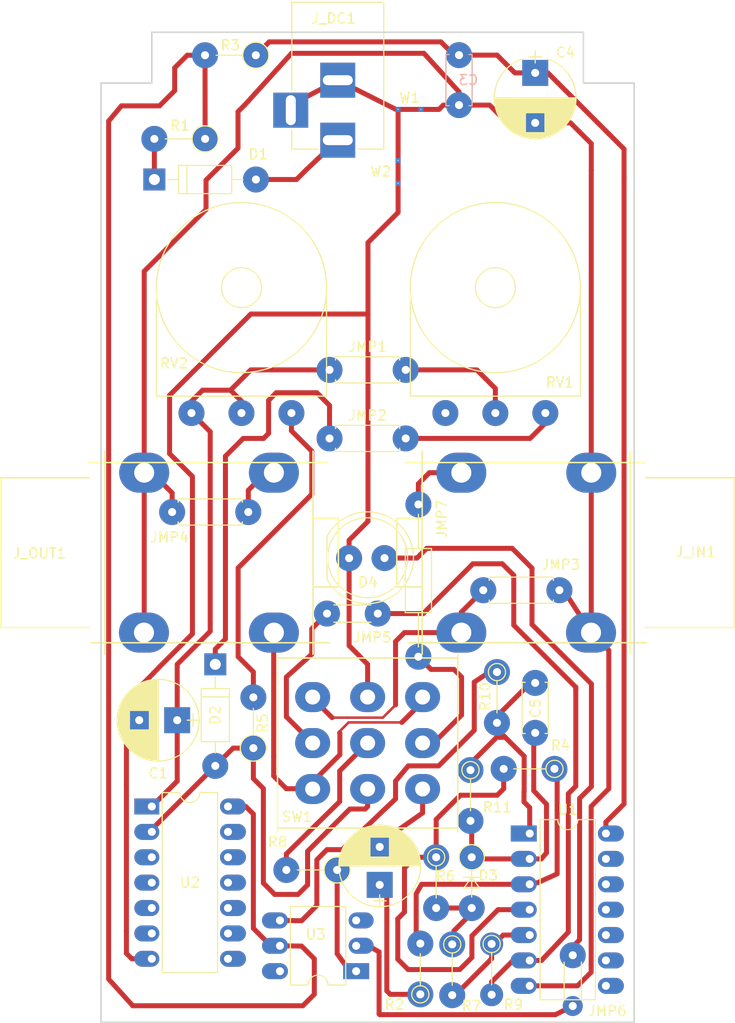
<source format=kicad_pcb>
(kicad_pcb (version 4) (host pcbnew 4.0.6)

  (general
    (links 68)
    (no_connects 2)
    (area 17.327199 15.111999 91.283201 117.677001)
    (thickness 1.6)
    (drawings 9)
    (tracks 399)
    (zones 0)
    (modules 38)
    (nets 35)
  )

  (page A4)
  (layers
    (0 F.Cu signal)
    (31 B.Cu signal hide)
    (32 B.Adhes user hide)
    (33 F.Adhes user hide)
    (34 B.Paste user hide)
    (35 F.Paste user hide)
    (36 B.SilkS user hide)
    (37 F.SilkS user)
    (38 B.Mask user hide)
    (39 F.Mask user hide)
    (40 Dwgs.User user hide)
    (41 Cmts.User user hide)
    (42 Eco1.User user hide)
    (43 Eco2.User user hide)
    (44 Edge.Cuts user)
    (45 Margin user hide)
    (46 B.CrtYd user hide)
    (47 F.CrtYd user hide)
    (48 B.Fab user hide)
    (49 F.Fab user)
  )

  (setup
    (last_trace_width 0.25)
    (user_trace_width 0.5)
    (user_trace_width 0.75)
    (user_trace_width 1)
    (user_trace_width 1.25)
    (trace_clearance 0.2)
    (zone_clearance 0.508)
    (zone_45_only no)
    (trace_min 0.2)
    (segment_width 0.2)
    (edge_width 0.15)
    (via_size 0.6)
    (via_drill 0.4)
    (via_min_size 0.4)
    (via_min_drill 0.3)
    (uvia_size 0.3)
    (uvia_drill 0.1)
    (uvias_allowed no)
    (uvia_min_size 0.2)
    (uvia_min_drill 0.1)
    (pcb_text_width 0.3)
    (pcb_text_size 1.5 1.5)
    (mod_edge_width 0.15)
    (mod_text_size 1 1)
    (mod_text_width 0.15)
    (pad_size 2 2)
    (pad_drill 0.8)
    (pad_to_mask_clearance 0.2)
    (aux_axis_origin 0 0)
    (visible_elements 7FFFCC61)
    (pcbplotparams
      (layerselection 0x00030_80000001)
      (usegerberextensions false)
      (excludeedgelayer true)
      (linewidth 0.100000)
      (plotframeref false)
      (viasonmask false)
      (mode 1)
      (useauxorigin false)
      (hpglpennumber 1)
      (hpglpenspeed 20)
      (hpglpendiameter 15)
      (hpglpenoverlay 2)
      (psnegative false)
      (psa4output false)
      (plotreference true)
      (plotvalue true)
      (plotinvisibletext false)
      (padsonsilk false)
      (subtractmaskfromsilk false)
      (outputformat 1)
      (mirror false)
      (drillshape 1)
      (scaleselection 1)
      (outputdirectory ""))
  )

  (net 0 "")
  (net 1 "Net-(C2-Pad1)")
  (net 2 "Net-(D1-Pad2)")
  (net 3 "Net-(D2-Pad1)")
  (net 4 "Net-(D3-Pad2)")
  (net 5 "Net-(D4-Pad2)")
  (net 6 "Net-(R2-Pad2)")
  (net 7 "Net-(R4-Pad2)")
  (net 8 "Net-(R7-Pad2)")
  (net 9 "Net-(R8-Pad1)")
  (net 10 "Net-(RV1-Pad3)")
  (net 11 "Net-(U3-Pad3)")
  (net 12 "Net-(U3-Pad6)")
  (net 13 "Net-(D1-Pad1)")
  (net 14 /sig_vdd)
  (net 15 /sig_gnd)
  (net 16 /clk_gnd)
  (net 17 /gnd)
  (net 18 /clk_vdd)
  (net 19 "Net-(C1-Pad1)")
  (net 20 /fxin)
  (net 21 /mclk)
  (net 22 "Net-(C5-Pad2)")
  (net 23 /clk_ota)
  (net 24 /sigin)
  (net 25 /sig_out)
  (net 26 "Net-(R5-Pad2)")
  (net 27 "Net-(R8-Pad2)")
  (net 28 /fxout)
  (net 29 /ota_clk)
  (net 30 "Net-(JMP2-Pad2)")
  (net 31 "Net-(JMP4-Pad1)")
  (net 32 "Net-(JMP1-Pad2)")
  (net 33 "Net-(JMP6-Pad1)")
  (net 34 "Net-(JMP7-Pad1)")

  (net_class Default "This is the default net class."
    (clearance 0.2)
    (trace_width 0.25)
    (via_dia 0.6)
    (via_drill 0.4)
    (uvia_dia 0.3)
    (uvia_drill 0.1)
    (add_net /clk_gnd)
    (add_net /clk_ota)
    (add_net /clk_vdd)
    (add_net /fxin)
    (add_net /fxout)
    (add_net /gnd)
    (add_net /mclk)
    (add_net /ota_clk)
    (add_net /sig_gnd)
    (add_net /sig_out)
    (add_net /sig_vdd)
    (add_net /sigin)
    (add_net "Net-(C1-Pad1)")
    (add_net "Net-(C2-Pad1)")
    (add_net "Net-(C5-Pad2)")
    (add_net "Net-(D1-Pad1)")
    (add_net "Net-(D1-Pad2)")
    (add_net "Net-(D2-Pad1)")
    (add_net "Net-(D3-Pad2)")
    (add_net "Net-(D4-Pad2)")
    (add_net "Net-(JMP1-Pad2)")
    (add_net "Net-(JMP2-Pad2)")
    (add_net "Net-(JMP4-Pad1)")
    (add_net "Net-(JMP6-Pad1)")
    (add_net "Net-(JMP7-Pad1)")
    (add_net "Net-(R2-Pad2)")
    (add_net "Net-(R4-Pad2)")
    (add_net "Net-(R5-Pad2)")
    (add_net "Net-(R7-Pad2)")
    (add_net "Net-(R8-Pad1)")
    (add_net "Net-(R8-Pad2)")
    (add_net "Net-(RV1-Pad3)")
    (add_net "Net-(U3-Pad3)")
    (add_net "Net-(U3-Pad6)")
  )

  (module Diodes_THT:D_DO-35_SOD27_P5.08mm_Vertical_AnodeUp (layer F.Cu) (tedit 59B7217A) (tstamp 59B6B2CB)
    (at 64.7192 101.092 270)
    (descr "D, DO-35_SOD27 series, Axial, Vertical, pin pitch=5.08mm, , length*diameter=4*2mm^2, , http://www.diodes.com/_files/packages/DO-35.pdf")
    (tags "D DO-35_SOD27 series Axial Vertical pin pitch 5.08mm  length 4mm diameter 2mm")
    (path /59B66175)
    (fp_text reference D3 (at 1.8161 -1.651 360) (layer F.SilkS)
      (effects (font (size 1 1) (thickness 0.15)))
    )
    (fp_text value D (at 2.54 2.266371 270) (layer F.Fab)
      (effects (font (size 1 1) (thickness 0.15)))
    )
    (fp_text user K (at -1.966371 0 270) (layer F.Fab)
      (effects (font (size 1 1) (thickness 0.15)))
    )
    (fp_text user %R (at 1.8161 -1.651 360) (layer F.Fab)
      (effects (font (size 1 1) (thickness 0.15)))
    )
    (fp_line (start 0 0) (end 5.08 0) (layer F.Fab) (width 0.1))
    (fp_line (start 1.266371 0) (end 3.98 0) (layer F.SilkS) (width 0.12))
    (fp_line (start 2.006667 -0.8) (end 2.006667 0.8) (layer F.SilkS) (width 0.12))
    (fp_line (start 2.006667 0) (end 3.073333 -0.8) (layer F.SilkS) (width 0.12))
    (fp_line (start 3.073333 -0.8) (end 3.073333 0.8) (layer F.SilkS) (width 0.12))
    (fp_line (start 3.073333 0.8) (end 2.006667 0) (layer F.SilkS) (width 0.12))
    (fp_line (start -1.35 -1.55) (end -1.35 1.55) (layer F.CrtYd) (width 0.05))
    (fp_line (start -1.35 1.55) (end 6.2 1.55) (layer F.CrtYd) (width 0.05))
    (fp_line (start 6.2 1.55) (end 6.2 -1.55) (layer F.CrtYd) (width 0.05))
    (fp_line (start 6.2 -1.55) (end -1.35 -1.55) (layer F.CrtYd) (width 0.05))
    (fp_circle (center 0 0) (end 1 0) (layer F.Fab) (width 0.1))
    (fp_circle (center 0 0) (end 1.266371 0) (layer F.SilkS) (width 0.12))
    (pad 1 thru_hole circle (at 0 0 270) (size 2.6 2.6) (drill 0.8) (layers *.Cu *.Mask)
      (net 21 /mclk))
    (pad 2 thru_hole circle (at 5.08 0 270) (size 2.6 2.6) (drill 0.8) (layers *.Cu *.Mask)
      (net 4 "Net-(D3-Pad2)"))
    (model ${KISYS3DMOD}/Diodes_THT.3dshapes/D_DO-35_SOD27_P5.08mm_Vertical_AnodeUp.wrl
      (at (xyz 0 0 0))
      (scale (xyz 0.393701 0.393701 0.393701))
      (rotate (xyz 0 0 0))
    )
  )

  (module Resistors_THT:R_Axial_DIN0204_L3.6mm_D1.6mm_P5.08mm_Horizontal (layer F.Cu) (tedit 59B876E8) (tstamp 59B70191)
    (at 74.8284 115.9764 90)
    (descr "Resistor, Axial_DIN0204 series, Axial, Horizontal, pin pitch=5.08mm, 0.16666666666666666W = 1/6W, length*diameter=3.6*1.6mm^2, http://cdn-reichelt.de/documents/datenblatt/B400/1_4W%23YAG.pdf")
    (tags "Resistor Axial_DIN0204 series Axial Horizontal pin pitch 5.08mm 0.16666666666666666W = 1/6W length 3.6mm diameter 1.6mm")
    (path /59B78630)
    (fp_text reference JMP6 (at -0.4953 3.4671 180) (layer F.SilkS)
      (effects (font (size 1 1) (thickness 0.15)))
    )
    (fp_text value 0 (at 2.54 1.86 90) (layer F.Fab)
      (effects (font (size 1 1) (thickness 0.15)))
    )
    (fp_line (start 0.74 -0.8) (end 0.74 0.8) (layer F.Fab) (width 0.1))
    (fp_line (start 0.74 0.8) (end 4.34 0.8) (layer F.Fab) (width 0.1))
    (fp_line (start 4.34 0.8) (end 4.34 -0.8) (layer F.Fab) (width 0.1))
    (fp_line (start 4.34 -0.8) (end 0.74 -0.8) (layer F.Fab) (width 0.1))
    (fp_line (start 0 0) (end 0.74 0) (layer F.Fab) (width 0.1))
    (fp_line (start 5.08 0) (end 4.34 0) (layer F.Fab) (width 0.1))
    (fp_line (start 0.68 -0.86) (end 4.4 -0.86) (layer F.SilkS) (width 0.12))
    (fp_line (start 0.68 0.86) (end 4.4 0.86) (layer F.SilkS) (width 0.12))
    (fp_line (start -0.95 -1.15) (end -0.95 1.15) (layer F.CrtYd) (width 0.05))
    (fp_line (start -0.95 1.15) (end 6.05 1.15) (layer F.CrtYd) (width 0.05))
    (fp_line (start 6.05 1.15) (end 6.05 -1.15) (layer F.CrtYd) (width 0.05))
    (fp_line (start 6.05 -1.15) (end -0.95 -1.15) (layer F.CrtYd) (width 0.05))
    (pad 1 thru_hole circle (at 0 0 90) (size 2 2) (drill 0.8) (layers *.Cu *.Mask)
      (net 33 "Net-(JMP6-Pad1)"))
    (pad 2 thru_hole circle (at 5.08 0 90) (size 2.6 2.6) (drill 0.8) (layers *.Cu *.Mask)
      (net 5 "Net-(D4-Pad2)"))
    (model ${KISYS3DMOD}/Resistors_THT.3dshapes/R_Axial_DIN0204_L3.6mm_D1.6mm_P5.08mm_Horizontal.wrl
      (at (xyz 0 0 0))
      (scale (xyz 0.393701 0.393701 0.393701))
      (rotate (xyz 0 0 0))
    )
  )

  (module custom_sw:SW_3PDT_W18MM_L17.3MM_P5.3MM_D2MM (layer F.Cu) (tedit 59B72111) (tstamp 59B6B346)
    (at 54.3052 89.662 180)
    (path /59B752B5)
    (fp_text reference SW1 (at 7.0612 -7.3787 180) (layer F.SilkS)
      (effects (font (size 1 1) (thickness 0.15)))
    )
    (fp_text value SW_3PDT_on_on (at 0.254 14.478 180) (layer F.Fab)
      (effects (font (size 1 1) (thickness 0.15)))
    )
    (fp_line (start -8.89 -8.509) (end 7.62 -8.509) (layer F.SilkS) (width 0.15))
    (fp_line (start 7.62 -8.509) (end 8.89 -8.509) (layer F.SilkS) (width 0.15))
    (fp_line (start 9.017 -8.89) (end 9.017 8.89) (layer F.SilkS) (width 0.15))
    (fp_line (start 8.89 8.509) (end -8.89 8.509) (layer F.SilkS) (width 0.15))
    (fp_line (start -9.017 8.89) (end -9.017 -8.89) (layer F.SilkS) (width 0.15))
    (pad 1 thru_hole oval (at -5.5 -4.6 180) (size 3.5 3) (drill 1.5) (layers *.Cu *.Mask)
      (net 20 /fxin))
    (pad 4 thru_hole oval (at 0 -4.6 180) (size 3.5 3) (drill 1.5) (layers *.Cu *.Mask)
      (net 23 /clk_ota))
    (pad 7 thru_hole oval (at 5.5 -4.6 180) (size 3.5 3) (drill 1.5) (layers *.Cu *.Mask)
      (net 25 /sig_out))
    (pad 2 thru_hole oval (at -5.5 0 180) (size 3.5 3) (drill 1.5) (layers *.Cu *.Mask)
      (net 34 "Net-(JMP7-Pad1)"))
    (pad 5 thru_hole oval (at 0 0 180) (size 3.5 3) (drill 1.5) (layers *.Cu *.Mask)
      (net 27 "Net-(R8-Pad2)"))
    (pad 8 thru_hole oval (at 5.5 0 180) (size 3.5 3) (drill 1.5) (layers *.Cu *.Mask)
      (net 28 /fxout))
    (pad 3 thru_hole oval (at -5.5 4.6 180) (size 3.5 3) (drill 1.5) (layers *.Cu *.Mask)
      (net 25 /sig_out))
    (pad 6 thru_hole oval (at 0 4.6 180) (size 3.5 3) (drill 1.5) (layers *.Cu *.Mask)
      (net 16 /clk_gnd))
    (pad 9 thru_hole oval (at 5.5 4.6 180) (size 3.5 3) (drill 1.5) (layers *.Cu *.Mask)
      (net 15 /sig_gnd))
  )

  (module Connectors:BARREL_JACK (layer F.Cu) (tedit 59B7208C) (tstamp 59B6B2D9)
    (at 51.3207 29.337 270)
    (descr "DC Barrel Jack")
    (tags "Power Jack")
    (path /59B63F2D)
    (fp_text reference J_DC1 (at -12.18184 0.41402 540) (layer F.SilkS)
      (effects (font (size 1 1) (thickness 0.15)))
    )
    (fp_text value BARREL_JACK (at -6.2 -5.5 270) (layer F.Fab)
      (effects (font (size 1 1) (thickness 0.15)))
    )
    (fp_line (start 1 -4.5) (end 1 -4.75) (layer F.CrtYd) (width 0.05))
    (fp_line (start 1 -4.75) (end -14 -4.75) (layer F.CrtYd) (width 0.05))
    (fp_line (start 1 -4.5) (end 1 -2) (layer F.CrtYd) (width 0.05))
    (fp_line (start 1 -2) (end 2 -2) (layer F.CrtYd) (width 0.05))
    (fp_line (start 2 -2) (end 2 2) (layer F.CrtYd) (width 0.05))
    (fp_line (start 2 2) (end 1 2) (layer F.CrtYd) (width 0.05))
    (fp_line (start 1 2) (end 1 4.75) (layer F.CrtYd) (width 0.05))
    (fp_line (start 1 4.75) (end -1 4.75) (layer F.CrtYd) (width 0.05))
    (fp_line (start -1 4.75) (end -1 6.75) (layer F.CrtYd) (width 0.05))
    (fp_line (start -1 6.75) (end -5 6.75) (layer F.CrtYd) (width 0.05))
    (fp_line (start -5 6.75) (end -5 4.75) (layer F.CrtYd) (width 0.05))
    (fp_line (start -5 4.75) (end -14 4.75) (layer F.CrtYd) (width 0.05))
    (fp_line (start -14 4.75) (end -14 -4.75) (layer F.CrtYd) (width 0.05))
    (fp_line (start -5 4.6) (end -13.8 4.6) (layer F.SilkS) (width 0.12))
    (fp_line (start -13.8 4.6) (end -13.8 -4.6) (layer F.SilkS) (width 0.12))
    (fp_line (start 0.9 1.9) (end 0.9 4.6) (layer F.SilkS) (width 0.12))
    (fp_line (start 0.9 4.6) (end -1 4.6) (layer F.SilkS) (width 0.12))
    (fp_line (start -13.8 -4.6) (end 0.9 -4.6) (layer F.SilkS) (width 0.12))
    (fp_line (start 0.9 -4.6) (end 0.9 -2) (layer F.SilkS) (width 0.12))
    (fp_line (start -10.2 -4.5) (end -10.2 4.5) (layer F.Fab) (width 0.1))
    (fp_line (start -13.7 -4.5) (end -13.7 4.5) (layer F.Fab) (width 0.1))
    (fp_line (start -13.7 4.5) (end 0.8 4.5) (layer F.Fab) (width 0.1))
    (fp_line (start 0.8 4.5) (end 0.8 -4.5) (layer F.Fab) (width 0.1))
    (fp_line (start 0.8 -4.5) (end -13.7 -4.5) (layer F.Fab) (width 0.1))
    (pad 1 thru_hole rect (at 0 0 270) (size 3.5 3.5) (drill oval 1 3) (layers *.Cu *.Mask)
      (net 2 "Net-(D1-Pad2)"))
    (pad 2 thru_hole rect (at -6 0 270) (size 3.5 3.5) (drill oval 1 3) (layers *.Cu *.Mask)
      (net 17 /gnd))
    (pad 3 thru_hole rect (at -3 4.7 270) (size 3.5 3.5) (drill oval 3 1) (layers *.Cu *.Mask)
      (net 17 /gnd))
  )

  (module custom_sockets:JackSocket_Mono_PCB (layer F.Cu) (tedit 599F701A) (tstamp 59B6B2E1)
    (at 70.1802 70.612 90)
    (path /59B64CA0)
    (fp_text reference J_IN1 (at 0.0635 16.9545 180) (layer F.SilkS)
      (effects (font (size 1 1) (thickness 0.15)))
    )
    (fp_text value JACK__MONO_2P_NC (at 0.0635 13.2715 90) (layer F.Fab)
      (effects (font (size 1 1) (thickness 0.15)))
    )
    (fp_line (start 0 -12.954) (end -3.429 -12.954) (layer F.SilkS) (width 0.15))
    (fp_line (start -3.429 -12.954) (end -3.429 -10.414) (layer F.SilkS) (width 0.15))
    (fp_line (start 0 -12.954) (end 3.429 -12.954) (layer F.SilkS) (width 0.15))
    (fp_line (start 3.429 -12.954) (end 3.429 -10.414) (layer F.SilkS) (width 0.15))
    (fp_line (start -10.16 10.414) (end 10.16 10.414) (layer F.SilkS) (width 0.15))
    (fp_line (start -10.16 -10.414) (end 10.16 -10.414) (layer F.SilkS) (width 0.15))
    (fp_line (start -7.493 11.938) (end -7.493 20.828) (layer F.SilkS) (width 0.15))
    (fp_line (start -7.493 20.828) (end 7.493 20.828) (layer F.SilkS) (width 0.15))
    (fp_line (start 7.493 20.828) (end 7.493 11.938) (layer F.SilkS) (width 0.15))
    (fp_line (start 9.017 -12.065) (end 9.017 11.811) (layer F.SilkS) (width 0.15))
    (fp_line (start -9.017 -11.811) (end -9.017 12.065) (layer F.SilkS) (width 0.15))
    (pad 2 thru_hole oval (at -8 -6.5 90) (size 4 5) (drill 2) (layers *.Cu *.Mask)
      (net 15 /sig_gnd))
    (pad 1 thru_hole oval (at 8 -6.5 90) (size 4 5) (drill 2) (layers *.Cu *.Mask)
      (net 24 /sigin))
    (pad 4 thru_hole oval (at 8 6.5 90) (size 4 5) (drill 2) (layers *.Cu *.Mask)
      (net 15 /sig_gnd))
    (pad 3 thru_hole oval (at -8 6.477 90) (size 4 5) (drill 2) (layers *.Cu *.Mask)
      (net 15 /sig_gnd))
  )

  (module custom_sockets:JackSocket_Mono_PCB (layer F.Cu) (tedit 599F701A) (tstamp 59B6B2E9)
    (at 38.4302 70.612 270)
    (path /59B6542D)
    (fp_text reference J_OUT1 (at 0.0635 16.9545 360) (layer F.SilkS)
      (effects (font (size 1 1) (thickness 0.15)))
    )
    (fp_text value JACK__MONO_2P_NC (at 0.0635 13.2715 270) (layer F.Fab)
      (effects (font (size 1 1) (thickness 0.15)))
    )
    (fp_line (start 0 -12.954) (end -3.429 -12.954) (layer F.SilkS) (width 0.15))
    (fp_line (start -3.429 -12.954) (end -3.429 -10.414) (layer F.SilkS) (width 0.15))
    (fp_line (start 0 -12.954) (end 3.429 -12.954) (layer F.SilkS) (width 0.15))
    (fp_line (start 3.429 -12.954) (end 3.429 -10.414) (layer F.SilkS) (width 0.15))
    (fp_line (start -10.16 10.414) (end 10.16 10.414) (layer F.SilkS) (width 0.15))
    (fp_line (start -10.16 -10.414) (end 10.16 -10.414) (layer F.SilkS) (width 0.15))
    (fp_line (start -7.493 11.938) (end -7.493 20.828) (layer F.SilkS) (width 0.15))
    (fp_line (start -7.493 20.828) (end 7.493 20.828) (layer F.SilkS) (width 0.15))
    (fp_line (start 7.493 20.828) (end 7.493 11.938) (layer F.SilkS) (width 0.15))
    (fp_line (start 9.017 -12.065) (end 9.017 11.811) (layer F.SilkS) (width 0.15))
    (fp_line (start -9.017 -11.811) (end -9.017 12.065) (layer F.SilkS) (width 0.15))
    (pad 2 thru_hole oval (at -8 -6.5 270) (size 4 5) (drill 2) (layers *.Cu *.Mask)
      (net 31 "Net-(JMP4-Pad1)"))
    (pad 1 thru_hole oval (at 8 -6.5 270) (size 4 5) (drill 2) (layers *.Cu *.Mask)
      (net 25 /sig_out))
    (pad 4 thru_hole oval (at 8 6.5 270) (size 4 5) (drill 2) (layers *.Cu *.Mask)
      (net 15 /sig_gnd))
    (pad 3 thru_hole oval (at -8 6.477 270) (size 4 5) (drill 2) (layers *.Cu *.Mask)
      (net 15 /sig_gnd))
  )

  (module Potentiometers:Potentiometer_Omeg_PC16PU_Horizontal (layer F.Cu) (tedit 59B720F1) (tstamp 59B6B332)
    (at 72.0852 56.642 90)
    (descr "Potentiometer, horizontally mounted, Omeg PC16PU, Omeg PC16PU, Omeg PC16PU, http://www.omeg.co.uk/pc6bubrc.htm")
    (tags "Potentiometer horizontal  Omeg PC16PU  Omeg PC16PU  Omeg PC16PU")
    (path /59B69F14)
    (fp_text reference RV1 (at 3.0734 1.4478 180) (layer F.SilkS)
      (effects (font (size 1 1) (thickness 0.15)))
    )
    (fp_text value 100K (at 9.915 4.7 90) (layer F.Fab)
      (effects (font (size 1 1) (thickness 0.15)))
    )
    (fp_circle (center 12.55 -5) (end 21 -5) (layer F.Fab) (width 0.1))
    (fp_circle (center 12.55 -5) (end 16.05 -5) (layer F.Fab) (width 0.1))
    (fp_circle (center 12.55 -5) (end 14.55 -5) (layer F.Fab) (width 0.1))
    (fp_circle (center 12.55 -5) (end 21.06 -5) (layer F.SilkS) (width 0.12))
    (fp_circle (center 12.55 -5) (end 14.55 -5) (layer F.SilkS) (width 0.12))
    (fp_line (start 12.55 -13.45) (end 1.75 -13.45) (layer F.Fab) (width 0.1))
    (fp_line (start 1.75 -13.45) (end 1.75 3.45) (layer F.Fab) (width 0.1))
    (fp_line (start 1.75 3.45) (end 12.55 3.45) (layer F.Fab) (width 0.1))
    (fp_line (start 1.69 -13.51) (end 12.55 -13.51) (layer F.SilkS) (width 0.12))
    (fp_line (start 1.69 -13.51) (end 1.69 3.51) (layer F.SilkS) (width 0.12))
    (fp_line (start 1.69 3.51) (end 12.55 3.51) (layer F.SilkS) (width 0.12))
    (fp_line (start -1.45 -13.7) (end -1.45 3.7) (layer F.CrtYd) (width 0.05))
    (fp_line (start -1.45 3.7) (end 21.25 3.7) (layer F.CrtYd) (width 0.05))
    (fp_line (start 21.25 3.7) (end 21.25 -13.7) (layer F.CrtYd) (width 0.05))
    (fp_line (start 21.25 -13.7) (end -1.45 -13.7) (layer F.CrtYd) (width 0.05))
    (pad 3 thru_hole circle (at 0 -10 90) (size 2.6 2.6) (drill 0.8) (layers *.Cu *.Mask)
      (net 10 "Net-(RV1-Pad3)"))
    (pad 2 thru_hole circle (at 0 -5 90) (size 2.6 2.6) (drill 0.8) (layers *.Cu *.Mask)
      (net 32 "Net-(JMP1-Pad2)"))
    (pad 1 thru_hole circle (at 0 0 90) (size 2.6 2.6) (drill 0.8) (layers *.Cu *.Mask)
      (net 30 "Net-(JMP2-Pad2)"))
    (model Potentiometers.3dshapes/Potentiometer_Omeg_PC16PU_Horizontal.wrl
      (at (xyz 0 0 0))
      (scale (xyz 0.393701 0.393701 0.393701))
      (rotate (xyz 0 0 0))
    )
  )

  (module Potentiometers:Potentiometer_Omeg_PC16PU_Horizontal (layer F.Cu) (tedit 59B720F7) (tstamp 59B6B339)
    (at 46.6852 56.642 90)
    (descr "Potentiometer, horizontally mounted, Omeg PC16PU, Omeg PC16PU, Omeg PC16PU, http://www.omeg.co.uk/pc6bubrc.htm")
    (tags "Potentiometer horizontal  Omeg PC16PU  Omeg PC16PU  Omeg PC16PU")
    (path /59B558BC)
    (fp_text reference RV2 (at 4.9784 -11.7475 180) (layer F.SilkS)
      (effects (font (size 1 1) (thickness 0.15)))
    )
    (fp_text value 100K (at 9.915 4.7 90) (layer F.Fab)
      (effects (font (size 1 1) (thickness 0.15)))
    )
    (fp_circle (center 12.55 -5) (end 21 -5) (layer F.Fab) (width 0.1))
    (fp_circle (center 12.55 -5) (end 16.05 -5) (layer F.Fab) (width 0.1))
    (fp_circle (center 12.55 -5) (end 14.55 -5) (layer F.Fab) (width 0.1))
    (fp_circle (center 12.55 -5) (end 21.06 -5) (layer F.SilkS) (width 0.12))
    (fp_circle (center 12.55 -5) (end 14.55 -5) (layer F.SilkS) (width 0.12))
    (fp_line (start 12.55 -13.45) (end 1.75 -13.45) (layer F.Fab) (width 0.1))
    (fp_line (start 1.75 -13.45) (end 1.75 3.45) (layer F.Fab) (width 0.1))
    (fp_line (start 1.75 3.45) (end 12.55 3.45) (layer F.Fab) (width 0.1))
    (fp_line (start 1.69 -13.51) (end 12.55 -13.51) (layer F.SilkS) (width 0.12))
    (fp_line (start 1.69 -13.51) (end 1.69 3.51) (layer F.SilkS) (width 0.12))
    (fp_line (start 1.69 3.51) (end 12.55 3.51) (layer F.SilkS) (width 0.12))
    (fp_line (start -1.45 -13.7) (end -1.45 3.7) (layer F.CrtYd) (width 0.05))
    (fp_line (start -1.45 3.7) (end 21.25 3.7) (layer F.CrtYd) (width 0.05))
    (fp_line (start 21.25 3.7) (end 21.25 -13.7) (layer F.CrtYd) (width 0.05))
    (fp_line (start 21.25 -13.7) (end -1.45 -13.7) (layer F.CrtYd) (width 0.05))
    (pad 3 thru_hole circle (at 0 -10 90) (size 2.6 2.6) (drill 0.8) (layers *.Cu *.Mask)
      (net 19 "Net-(C1-Pad1)"))
    (pad 2 thru_hole circle (at 0 -5 90) (size 2.6 2.6) (drill 0.8) (layers *.Cu *.Mask)
      (net 19 "Net-(C1-Pad1)"))
    (pad 1 thru_hole circle (at 0 0 90) (size 2.6 2.6) (drill 0.8) (layers *.Cu *.Mask)
      (net 26 "Net-(R5-Pad2)"))
    (model Potentiometers.3dshapes/Potentiometer_Omeg_PC16PU_Horizontal.wrl
      (at (xyz 0 0 0))
      (scale (xyz 0.393701 0.393701 0.393701))
      (rotate (xyz 0 0 0))
    )
  )

  (module Housings_DIP:DIP-14_W7.62mm (layer F.Cu) (tedit 59B72150) (tstamp 59B6B358)
    (at 70.5231 98.7171)
    (descr "14-lead dip package, row spacing 7.62 mm (300 mils)")
    (tags "DIL DIP PDIP 2.54mm 7.62mm 300mil")
    (path /59B5B36C)
    (fp_text reference U1 (at 3.81 -2.39) (layer F.SilkS)
      (effects (font (size 1 1) (thickness 0.15)))
    )
    (fp_text value CD4069 (at 3.81 17.63) (layer F.Fab)
      (effects (font (size 1 1) (thickness 0.15)))
    )
    (fp_text user %R (at 2.4003 7.8867) (layer F.Fab)
      (effects (font (size 1 1) (thickness 0.15)))
    )
    (fp_line (start 1.635 -1.27) (end 6.985 -1.27) (layer F.Fab) (width 0.1))
    (fp_line (start 6.985 -1.27) (end 6.985 16.51) (layer F.Fab) (width 0.1))
    (fp_line (start 6.985 16.51) (end 0.635 16.51) (layer F.Fab) (width 0.1))
    (fp_line (start 0.635 16.51) (end 0.635 -0.27) (layer F.Fab) (width 0.1))
    (fp_line (start 0.635 -0.27) (end 1.635 -1.27) (layer F.Fab) (width 0.1))
    (fp_line (start 2.81 -1.39) (end 1.04 -1.39) (layer F.SilkS) (width 0.12))
    (fp_line (start 1.04 -1.39) (end 1.04 16.63) (layer F.SilkS) (width 0.12))
    (fp_line (start 1.04 16.63) (end 6.58 16.63) (layer F.SilkS) (width 0.12))
    (fp_line (start 6.58 16.63) (end 6.58 -1.39) (layer F.SilkS) (width 0.12))
    (fp_line (start 6.58 -1.39) (end 4.81 -1.39) (layer F.SilkS) (width 0.12))
    (fp_line (start -1.1 -1.6) (end -1.1 16.8) (layer F.CrtYd) (width 0.05))
    (fp_line (start -1.1 16.8) (end 8.7 16.8) (layer F.CrtYd) (width 0.05))
    (fp_line (start 8.7 16.8) (end 8.7 -1.6) (layer F.CrtYd) (width 0.05))
    (fp_line (start 8.7 -1.6) (end -1.1 -1.6) (layer F.CrtYd) (width 0.05))
    (fp_arc (start 3.81 -1.39) (end 2.81 -1.39) (angle -180) (layer F.SilkS) (width 0.12))
    (pad 1 thru_hole rect (at 0 0) (size 2.6 1.6) (drill 0.8 (offset -0.6 0)) (layers *.Cu *.Mask)
      (net 22 "Net-(C5-Pad2)"))
    (pad 8 thru_hole oval (at 7.62 15.24) (size 2.6 1.6) (drill 0.8 (offset 0.5 0)) (layers *.Cu *.Mask))
    (pad 2 thru_hole oval (at 0 2.54) (size 2.6 1.6) (drill 0.8 (offset -0.6 0)) (layers *.Cu *.Mask)
      (net 21 /mclk))
    (pad 9 thru_hole oval (at 7.62 12.7) (size 2.6 1.6) (drill 0.8 (offset 0.5 0)) (layers *.Cu *.Mask))
    (pad 3 thru_hole oval (at 0 5.08) (size 2.6 1.6) (drill 0.8 (offset -0.6 0)) (layers *.Cu *.Mask)
      (net 6 "Net-(R2-Pad2)"))
    (pad 10 thru_hole oval (at 7.62 10.16) (size 2.6 1.6) (drill 0.8 (offset 0.5 0)) (layers *.Cu *.Mask))
    (pad 4 thru_hole oval (at 0 7.62) (size 2.6 1.6) (drill 0.8 (offset -0.6 0)) (layers *.Cu *.Mask)
      (net 7 "Net-(R4-Pad2)"))
    (pad 11 thru_hole oval (at 7.62 7.62) (size 2.6 1.6) (drill 0.8 (offset 0.5 0)) (layers *.Cu *.Mask))
    (pad 5 thru_hole oval (at 0 10.16) (size 2.6 1.6) (drill 0.8 (offset -0.6 0)) (layers *.Cu *.Mask)
      (net 8 "Net-(R7-Pad2)"))
    (pad 12 thru_hole oval (at 7.62 5.08) (size 2.6 1.6) (drill 0.8 (offset 0.5 0)) (layers *.Cu *.Mask))
    (pad 6 thru_hole oval (at 0 12.7) (size 2.6 1.6) (drill 0.8 (offset -0.6 0)) (layers *.Cu *.Mask)
      (net 28 /fxout))
    (pad 13 thru_hole oval (at 7.62 2.54) (size 2.6 1.6) (drill 0.8 (offset 0.5 0)) (layers *.Cu *.Mask))
    (pad 7 thru_hole oval (at 0 15.24) (size 2.6 1.6) (drill 0.8 (offset -0.6 0)) (layers *.Cu *.Mask)
      (net 15 /sig_gnd))
    (pad 14 thru_hole oval (at 7.62 0) (size 2.6 1.6) (drill 0.8 (offset 0.5 0)) (layers *.Cu *.Mask)
      (net 14 /sig_vdd))
    (model ${KISYS3DMOD}/Housings_DIP.3dshapes/DIP-14_W7.62mm.wrl
      (at (xyz 0 0 0))
      (scale (xyz 1 1 1))
      (rotate (xyz 0 0 0))
    )
  )

  (module Housings_DIP:DIP-14_W7.62mm (layer F.Cu) (tedit 59B72123) (tstamp 59B6B36A)
    (at 32.7152 96.012)
    (descr "14-lead dip package, row spacing 7.62 mm (300 mils)")
    (tags "DIL DIP PDIP 2.54mm 7.62mm 300mil")
    (path /59B55243)
    (fp_text reference U2 (at 3.8227 7.62) (layer F.SilkS)
      (effects (font (size 1 1) (thickness 0.15)))
    )
    (fp_text value 4584 (at 3.81 17.63) (layer F.Fab)
      (effects (font (size 1 1) (thickness 0.15)))
    )
    (fp_text user %R (at 3.81 7.62) (layer F.Fab)
      (effects (font (size 1 1) (thickness 0.15)))
    )
    (fp_line (start 1.635 -1.27) (end 6.985 -1.27) (layer F.Fab) (width 0.1))
    (fp_line (start 6.985 -1.27) (end 6.985 16.51) (layer F.Fab) (width 0.1))
    (fp_line (start 6.985 16.51) (end 0.635 16.51) (layer F.Fab) (width 0.1))
    (fp_line (start 0.635 16.51) (end 0.635 -0.27) (layer F.Fab) (width 0.1))
    (fp_line (start 0.635 -0.27) (end 1.635 -1.27) (layer F.Fab) (width 0.1))
    (fp_line (start 2.81 -1.39) (end 1.04 -1.39) (layer F.SilkS) (width 0.12))
    (fp_line (start 1.04 -1.39) (end 1.04 16.63) (layer F.SilkS) (width 0.12))
    (fp_line (start 1.04 16.63) (end 6.58 16.63) (layer F.SilkS) (width 0.12))
    (fp_line (start 6.58 16.63) (end 6.58 -1.39) (layer F.SilkS) (width 0.12))
    (fp_line (start 6.58 -1.39) (end 4.81 -1.39) (layer F.SilkS) (width 0.12))
    (fp_line (start -1.1 -1.6) (end -1.1 16.8) (layer F.CrtYd) (width 0.05))
    (fp_line (start -1.1 16.8) (end 8.7 16.8) (layer F.CrtYd) (width 0.05))
    (fp_line (start 8.7 16.8) (end 8.7 -1.6) (layer F.CrtYd) (width 0.05))
    (fp_line (start 8.7 -1.6) (end -1.1 -1.6) (layer F.CrtYd) (width 0.05))
    (fp_arc (start 3.81 -1.39) (end 2.81 -1.39) (angle -180) (layer F.SilkS) (width 0.12))
    (pad 1 thru_hole rect (at 0 0) (size 2.5 1.6) (drill 0.8 (offset -0.5 0)) (layers *.Cu *.Mask)
      (net 19 "Net-(C1-Pad1)"))
    (pad 8 thru_hole oval (at 7.62 15.24) (size 2.6 1.6) (drill 0.8 (offset 0.5 0)) (layers *.Cu *.Mask))
    (pad 2 thru_hole oval (at 0 2.54) (size 2.5 1.6) (drill 0.8 (offset -0.5 0)) (layers *.Cu *.Mask)
      (net 23 /clk_ota))
    (pad 9 thru_hole oval (at 7.62 12.7) (size 2.6 1.6) (drill 0.8 (offset 0.5 0)) (layers *.Cu *.Mask))
    (pad 3 thru_hole oval (at 0 5.08) (size 2.5 1.6) (drill 0.8 (offset -0.5 0)) (layers *.Cu *.Mask))
    (pad 10 thru_hole oval (at 7.62 10.16) (size 2.6 1.6) (drill 0.8 (offset 0.5 0)) (layers *.Cu *.Mask))
    (pad 4 thru_hole oval (at 0 7.62) (size 2.5 1.6) (drill 0.8 (offset -0.5 0)) (layers *.Cu *.Mask))
    (pad 11 thru_hole oval (at 7.62 7.62) (size 2.6 1.6) (drill 0.8 (offset 0.5 0)) (layers *.Cu *.Mask))
    (pad 5 thru_hole oval (at 0 10.16) (size 2.5 1.6) (drill 0.8 (offset -0.5 0)) (layers *.Cu *.Mask))
    (pad 12 thru_hole oval (at 7.62 5.08) (size 2.6 1.6) (drill 0.8 (offset 0.5 0)) (layers *.Cu *.Mask))
    (pad 6 thru_hole oval (at 0 12.7) (size 2.5 1.6) (drill 0.8 (offset -0.5 0)) (layers *.Cu *.Mask))
    (pad 13 thru_hole oval (at 7.62 2.54) (size 2.6 1.6) (drill 0.8 (offset 0.5 0)) (layers *.Cu *.Mask))
    (pad 7 thru_hole oval (at 0 15.24) (size 2.5 1.6) (drill 0.8 (offset -0.5 0)) (layers *.Cu *.Mask)
      (net 16 /clk_gnd))
    (pad 14 thru_hole oval (at 7.62 0) (size 2.6 1.6) (drill 0.8 (offset 0.5 0)) (layers *.Cu *.Mask)
      (net 18 /clk_vdd))
    (model ${KISYS3DMOD}/Housings_DIP.3dshapes/DIP-14_W7.62mm.wrl
      (at (xyz 0 0 0))
      (scale (xyz 1 1 1))
      (rotate (xyz 0 0 0))
    )
  )

  (module Housings_DIP:DIP-6_W7.62mm (layer F.Cu) (tedit 59B72138) (tstamp 59B6B374)
    (at 53.15712 112.49152 180)
    (descr "6-lead dip package, row spacing 7.62 mm (300 mils)")
    (tags "DIL DIP PDIP 2.54mm 7.62mm 300mil")
    (path /59B5439D)
    (fp_text reference U3 (at 4.04622 3.67792 180) (layer F.SilkS)
      (effects (font (size 1 1) (thickness 0.15)))
    )
    (fp_text value 4N25 (at 3.81 7.47 180) (layer F.Fab)
      (effects (font (size 1 1) (thickness 0.15)))
    )
    (fp_text user %R (at 4.04622 3.67792 180) (layer F.Fab)
      (effects (font (size 1 1) (thickness 0.15)))
    )
    (fp_line (start 1.635 -1.27) (end 6.985 -1.27) (layer F.Fab) (width 0.1))
    (fp_line (start 6.985 -1.27) (end 6.985 6.35) (layer F.Fab) (width 0.1))
    (fp_line (start 6.985 6.35) (end 0.635 6.35) (layer F.Fab) (width 0.1))
    (fp_line (start 0.635 6.35) (end 0.635 -0.27) (layer F.Fab) (width 0.1))
    (fp_line (start 0.635 -0.27) (end 1.635 -1.27) (layer F.Fab) (width 0.1))
    (fp_line (start 2.81 -1.39) (end 1.04 -1.39) (layer F.SilkS) (width 0.12))
    (fp_line (start 1.04 -1.39) (end 1.04 6.47) (layer F.SilkS) (width 0.12))
    (fp_line (start 1.04 6.47) (end 6.58 6.47) (layer F.SilkS) (width 0.12))
    (fp_line (start 6.58 6.47) (end 6.58 -1.39) (layer F.SilkS) (width 0.12))
    (fp_line (start 6.58 -1.39) (end 4.81 -1.39) (layer F.SilkS) (width 0.12))
    (fp_line (start -1.1 -1.6) (end -1.1 6.6) (layer F.CrtYd) (width 0.05))
    (fp_line (start -1.1 6.6) (end 8.7 6.6) (layer F.CrtYd) (width 0.05))
    (fp_line (start 8.7 6.6) (end 8.7 -1.6) (layer F.CrtYd) (width 0.05))
    (fp_line (start 8.7 -1.6) (end -1.1 -1.6) (layer F.CrtYd) (width 0.05))
    (fp_arc (start 3.81 -1.39) (end 2.81 -1.39) (angle -180) (layer F.SilkS) (width 0.12))
    (pad 1 thru_hole rect (at 0 0 180) (size 2.6 1.6) (drill 0.8) (layers *.Cu *.Mask)
      (net 9 "Net-(R8-Pad1)"))
    (pad 4 thru_hole oval (at 7.62 5.08 180) (size 2.6 1.6) (drill 0.8 (offset 0.5 0)) (layers *.Cu *.Mask)
      (net 29 /ota_clk))
    (pad 2 thru_hole oval (at 0 2.54 180) (size 2.5 1.6) (drill 0.8 (offset -0.5 0)) (layers *.Cu *.Mask)
      (net 33 "Net-(JMP6-Pad1)"))
    (pad 5 thru_hole oval (at 7.62 2.54 180) (size 2.6 1.6) (drill 0.8 (offset 0.5 0)) (layers *.Cu *.Mask)
      (net 18 /clk_vdd))
    (pad 3 thru_hole oval (at 0 5.08 180) (size 2.5 1.6) (drill 0.8 (offset -0.5 0)) (layers *.Cu *.Mask)
      (net 11 "Net-(U3-Pad3)"))
    (pad 6 thru_hole oval (at 7.62 0 180) (size 2.6 1.6) (drill 0.8 (offset 0.5 0)) (layers *.Cu *.Mask)
      (net 12 "Net-(U3-Pad6)"))
    (model ${KISYS3DMOD}/Housings_DIP.3dshapes/DIP-6_W7.62mm.wrl
      (at (xyz 0 0 0))
      (scale (xyz 1 1 1))
      (rotate (xyz 0 0 0))
    )
  )

  (module Resistors_THT:R_Axial_DIN0207_L6.3mm_D2.5mm_P5.08mm_Vertical (layer F.Cu) (tedit 59B7211E) (tstamp 59B6B307)
    (at 42.8752 90.17 90)
    (descr "Resistor, Axial_DIN0207 series, Axial, Vertical, pin pitch=5.08mm, 0.25W = 1/4W, length*diameter=6.3*2.5mm^2, http://cdn-reichelt.de/documents/datenblatt/B400/1_4W%23YAG.pdf")
    (tags "Resistor Axial_DIN0207 series Axial Vertical pin pitch 5.08mm 0.25W = 1/4W length 6.3mm diameter 2.5mm")
    (path /59B5647E)
    (fp_text reference R5 (at 2.5019 0.9398 90) (layer F.SilkS)
      (effects (font (size 1 1) (thickness 0.15)))
    )
    (fp_text value 10K (at 2.54 2.31 90) (layer F.Fab)
      (effects (font (size 1 1) (thickness 0.15)))
    )
    (fp_circle (center 0 0) (end 1.25 0) (layer F.Fab) (width 0.1))
    (fp_circle (center 0 0) (end 1.31 0) (layer F.SilkS) (width 0.12))
    (fp_line (start 0 0) (end 5.08 0) (layer F.Fab) (width 0.1))
    (fp_line (start 1.31 0) (end 3.98 0) (layer F.SilkS) (width 0.12))
    (fp_line (start -1.6 -1.6) (end -1.6 1.6) (layer F.CrtYd) (width 0.05))
    (fp_line (start -1.6 1.6) (end 6.2 1.6) (layer F.CrtYd) (width 0.05))
    (fp_line (start 6.2 1.6) (end 6.2 -1.6) (layer F.CrtYd) (width 0.05))
    (fp_line (start 6.2 -1.6) (end -1.6 -1.6) (layer F.CrtYd) (width 0.05))
    (pad 1 thru_hole circle (at 0 0 90) (size 2.6 2.6) (drill 0.8) (layers *.Cu *.Mask)
      (net 23 /clk_ota))
    (pad 2 thru_hole circle (at 5.08 0 90) (size 2.6 2.6) (drill 0.8) (layers *.Cu *.Mask)
      (net 26 "Net-(R5-Pad2)"))
    (model ${KISYS3DMOD}/Resistors_THT.3dshapes/R_Axial_DIN0207_L6.3mm_D2.5mm_P5.08mm_Vertical.wrl
      (at (xyz 0 0 0))
      (scale (xyz 0.393701 0.393701 0.393701))
      (rotate (xyz 0 0 0))
    )
  )

  (module Resistors_THT:R_Axial_DIN0207_L6.3mm_D2.5mm_P5.08mm_Vertical (layer F.Cu) (tedit 59B7212B) (tstamp 59B6B319)
    (at 51.2572 102.362 180)
    (descr "Resistor, Axial_DIN0207 series, Axial, Vertical, pin pitch=5.08mm, 0.25W = 1/4W, length*diameter=6.3*2.5mm^2, http://cdn-reichelt.de/documents/datenblatt/B400/1_4W%23YAG.pdf")
    (tags "Resistor Axial_DIN0207 series Axial Vertical pin pitch 5.08mm 0.25W = 1/4W length 6.3mm diameter 2.5mm")
    (path /59B65F88)
    (fp_text reference R8 (at 5.9563 2.8067 180) (layer F.SilkS)
      (effects (font (size 1 1) (thickness 0.15)))
    )
    (fp_text value 100K (at 2.54 2.31 180) (layer F.Fab)
      (effects (font (size 1 1) (thickness 0.15)))
    )
    (fp_circle (center 0 0) (end 1.25 0) (layer F.Fab) (width 0.1))
    (fp_circle (center 0 0) (end 1.31 0) (layer F.SilkS) (width 0.12))
    (fp_line (start 0 0) (end 5.08 0) (layer F.Fab) (width 0.1))
    (fp_line (start 1.31 0) (end 3.98 0) (layer F.SilkS) (width 0.12))
    (fp_line (start -1.6 -1.6) (end -1.6 1.6) (layer F.CrtYd) (width 0.05))
    (fp_line (start -1.6 1.6) (end 6.2 1.6) (layer F.CrtYd) (width 0.05))
    (fp_line (start 6.2 1.6) (end 6.2 -1.6) (layer F.CrtYd) (width 0.05))
    (fp_line (start 6.2 -1.6) (end -1.6 -1.6) (layer F.CrtYd) (width 0.05))
    (pad 1 thru_hole circle (at 0 0 180) (size 2.6 2.6) (drill 0.8) (layers *.Cu *.Mask)
      (net 9 "Net-(R8-Pad1)"))
    (pad 2 thru_hole circle (at 5.08 0 180) (size 2.6 2.6) (drill 0.8) (layers *.Cu *.Mask)
      (net 27 "Net-(R8-Pad2)"))
    (model ${KISYS3DMOD}/Resistors_THT.3dshapes/R_Axial_DIN0207_L6.3mm_D2.5mm_P5.08mm_Vertical.wrl
      (at (xyz 0 0 0))
      (scale (xyz 0.393701 0.393701 0.393701))
      (rotate (xyz 0 0 0))
    )
  )

  (module Resistors_THT:R_Axial_DIN0207_L6.3mm_D2.5mm_P5.08mm_Vertical (layer F.Cu) (tedit 59B72088) (tstamp 59B6B2FB)
    (at 43.11904 20.83816 180)
    (descr "Resistor, Axial_DIN0207 series, Axial, Vertical, pin pitch=5.08mm, 0.25W = 1/4W, length*diameter=6.3*2.5mm^2, http://cdn-reichelt.de/documents/datenblatt/B400/1_4W%23YAG.pdf")
    (tags "Resistor Axial_DIN0207 series Axial Vertical pin pitch 5.08mm 0.25W = 1/4W length 6.3mm diameter 2.5mm")
    (path /59B5EE1D)
    (fp_text reference R3 (at 2.55016 1.00076 180) (layer F.SilkS)
      (effects (font (size 1 1) (thickness 0.15)))
    )
    (fp_text value 10K (at 2.54 2.31 180) (layer F.Fab)
      (effects (font (size 1 1) (thickness 0.15)))
    )
    (fp_circle (center 0 0) (end 1.25 0) (layer F.Fab) (width 0.1))
    (fp_circle (center 0 0) (end 1.31 0) (layer F.SilkS) (width 0.12))
    (fp_line (start 0 0) (end 5.08 0) (layer F.Fab) (width 0.1))
    (fp_line (start 1.31 0) (end 3.98 0) (layer F.SilkS) (width 0.12))
    (fp_line (start -1.6 -1.6) (end -1.6 1.6) (layer F.CrtYd) (width 0.05))
    (fp_line (start -1.6 1.6) (end 6.2 1.6) (layer F.CrtYd) (width 0.05))
    (fp_line (start 6.2 1.6) (end 6.2 -1.6) (layer F.CrtYd) (width 0.05))
    (fp_line (start 6.2 -1.6) (end -1.6 -1.6) (layer F.CrtYd) (width 0.05))
    (pad 1 thru_hole circle (at 0 0 180) (size 2.6 2.6) (drill 0.8) (layers *.Cu *.Mask)
      (net 14 /sig_vdd))
    (pad 2 thru_hole circle (at 5.08 0 180) (size 2.6 2.6) (drill 0.8) (layers *.Cu *.Mask)
      (net 18 /clk_vdd))
    (model ${KISYS3DMOD}/Resistors_THT.3dshapes/R_Axial_DIN0207_L6.3mm_D2.5mm_P5.08mm_Vertical.wrl
      (at (xyz 0 0 0))
      (scale (xyz 0.393701 0.393701 0.393701))
      (rotate (xyz 0 0 0))
    )
  )

  (module Resistors_THT:R_Axial_DIN0207_L6.3mm_D2.5mm_P5.08mm_Vertical (layer F.Cu) (tedit 59B72085) (tstamp 59B6B2EF)
    (at 38.0492 29.21 180)
    (descr "Resistor, Axial_DIN0207 series, Axial, Vertical, pin pitch=5.08mm, 0.25W = 1/4W, length*diameter=6.3*2.5mm^2, http://cdn-reichelt.de/documents/datenblatt/B400/1_4W%23YAG.pdf")
    (tags "Resistor Axial_DIN0207 series Axial Vertical pin pitch 5.08mm 0.25W = 1/4W length 6.3mm diameter 2.5mm")
    (path /59B6F6C1)
    (fp_text reference R1 (at 2.50952 1.32588 180) (layer F.SilkS)
      (effects (font (size 1 1) (thickness 0.15)))
    )
    (fp_text value 100R (at 2.54 2.31 180) (layer F.Fab)
      (effects (font (size 1 1) (thickness 0.15)))
    )
    (fp_circle (center 0 0) (end 1.25 0) (layer F.Fab) (width 0.1))
    (fp_circle (center 0 0) (end 1.31 0) (layer F.SilkS) (width 0.12))
    (fp_line (start 0 0) (end 5.08 0) (layer F.Fab) (width 0.1))
    (fp_line (start 1.31 0) (end 3.98 0) (layer F.SilkS) (width 0.12))
    (fp_line (start -1.6 -1.6) (end -1.6 1.6) (layer F.CrtYd) (width 0.05))
    (fp_line (start -1.6 1.6) (end 6.2 1.6) (layer F.CrtYd) (width 0.05))
    (fp_line (start 6.2 1.6) (end 6.2 -1.6) (layer F.CrtYd) (width 0.05))
    (fp_line (start 6.2 -1.6) (end -1.6 -1.6) (layer F.CrtYd) (width 0.05))
    (pad 1 thru_hole circle (at 0 0 180) (size 2.6 2.6) (drill 0.8) (layers *.Cu *.Mask)
      (net 18 /clk_vdd))
    (pad 2 thru_hole circle (at 5.08 0 180) (size 2.6 2.6) (drill 0.8) (layers *.Cu *.Mask)
      (net 13 "Net-(D1-Pad1)"))
    (model ${KISYS3DMOD}/Resistors_THT.3dshapes/R_Axial_DIN0207_L6.3mm_D2.5mm_P5.08mm_Vertical.wrl
      (at (xyz 0 0 0))
      (scale (xyz 0.393701 0.393701 0.393701))
      (rotate (xyz 0 0 0))
    )
  )

  (module Capacitors_THT:C_Disc_D5.0mm_W2.5mm_P5.00mm (layer F.Cu) (tedit 59B72162) (tstamp 59B6B2B9)
    (at 71.0692 88.646 90)
    (descr "C, Disc series, Radial, pin pitch=5.00mm, , diameter*width=5*2.5mm^2, Capacitor, http://cdn-reichelt.de/documents/datenblatt/B300/DS_KERKO_TC.pdf")
    (tags "C Disc series Radial pin pitch 5.00mm  diameter 5mm width 2.5mm Capacitor")
    (path /59B57A83)
    (fp_text reference C5 (at 2.4638 0.0254 90) (layer F.SilkS)
      (effects (font (size 1 1) (thickness 0.15)))
    )
    (fp_text value 470n (at 2.5 2.56 90) (layer F.Fab)
      (effects (font (size 1 1) (thickness 0.15)))
    )
    (fp_line (start 0 -1.25) (end 0 1.25) (layer F.Fab) (width 0.1))
    (fp_line (start 0 1.25) (end 5 1.25) (layer F.Fab) (width 0.1))
    (fp_line (start 5 1.25) (end 5 -1.25) (layer F.Fab) (width 0.1))
    (fp_line (start 5 -1.25) (end 0 -1.25) (layer F.Fab) (width 0.1))
    (fp_line (start -0.06 -1.31) (end 5.06 -1.31) (layer F.SilkS) (width 0.12))
    (fp_line (start -0.06 1.31) (end 5.06 1.31) (layer F.SilkS) (width 0.12))
    (fp_line (start -0.06 -1.31) (end -0.06 -0.996) (layer F.SilkS) (width 0.12))
    (fp_line (start -0.06 0.996) (end -0.06 1.31) (layer F.SilkS) (width 0.12))
    (fp_line (start 5.06 -1.31) (end 5.06 -0.996) (layer F.SilkS) (width 0.12))
    (fp_line (start 5.06 0.996) (end 5.06 1.31) (layer F.SilkS) (width 0.12))
    (fp_line (start -1.05 -1.6) (end -1.05 1.6) (layer F.CrtYd) (width 0.05))
    (fp_line (start -1.05 1.6) (end 6.05 1.6) (layer F.CrtYd) (width 0.05))
    (fp_line (start 6.05 1.6) (end 6.05 -1.6) (layer F.CrtYd) (width 0.05))
    (fp_line (start 6.05 -1.6) (end -1.05 -1.6) (layer F.CrtYd) (width 0.05))
    (fp_text user %R (at 2.5 0 90) (layer F.Fab)
      (effects (font (size 1 1) (thickness 0.15)))
    )
    (pad 1 thru_hole circle (at 0 0 90) (size 2.6 2.6) (drill 0.8) (layers *.Cu *.Mask)
      (net 21 /mclk))
    (pad 2 thru_hole circle (at 5 0 90) (size 2.6 2.6) (drill 0.8) (layers *.Cu *.Mask)
      (net 22 "Net-(C5-Pad2)"))
    (model ${KISYS3DMOD}/Capacitors_THT.3dshapes/C_Disc_D5.0mm_W2.5mm_P5.00mm.wrl
      (at (xyz 0 0 0))
      (scale (xyz 1 1 1))
      (rotate (xyz 0 0 0))
    )
  )

  (module Diodes_THT:D_DO-41_SOD81_P10.16mm_Horizontal (layer F.Cu) (tedit 59B721C3) (tstamp 59B6B2BF)
    (at 32.9692 33.274)
    (descr "D, DO-41_SOD81 series, Axial, Horizontal, pin pitch=10.16mm, , length*diameter=5.2*2.7mm^2, , http://www.diodes.com/_files/packages/DO-41%20(Plastic).pdf")
    (tags "D DO-41_SOD81 series Axial Horizontal pin pitch 10.16mm  length 5.2mm diameter 2.7mm")
    (path /59B6980C)
    (fp_text reference D1 (at 10.3886 -2.5273) (layer F.SilkS)
      (effects (font (size 1 1) (thickness 0.15)))
    )
    (fp_text value D (at 5.08 2.41) (layer F.Fab)
      (effects (font (size 1 1) (thickness 0.15)))
    )
    (fp_text user %R (at 10.3886 -2.4892) (layer F.Fab)
      (effects (font (size 1 1) (thickness 0.15)))
    )
    (fp_line (start 2.48 -1.35) (end 2.48 1.35) (layer F.Fab) (width 0.1))
    (fp_line (start 2.48 1.35) (end 7.68 1.35) (layer F.Fab) (width 0.1))
    (fp_line (start 7.68 1.35) (end 7.68 -1.35) (layer F.Fab) (width 0.1))
    (fp_line (start 7.68 -1.35) (end 2.48 -1.35) (layer F.Fab) (width 0.1))
    (fp_line (start 0 0) (end 2.48 0) (layer F.Fab) (width 0.1))
    (fp_line (start 10.16 0) (end 7.68 0) (layer F.Fab) (width 0.1))
    (fp_line (start 3.26 -1.35) (end 3.26 1.35) (layer F.Fab) (width 0.1))
    (fp_line (start 2.42 -1.41) (end 2.42 1.41) (layer F.SilkS) (width 0.12))
    (fp_line (start 2.42 1.41) (end 7.74 1.41) (layer F.SilkS) (width 0.12))
    (fp_line (start 7.74 1.41) (end 7.74 -1.41) (layer F.SilkS) (width 0.12))
    (fp_line (start 7.74 -1.41) (end 2.42 -1.41) (layer F.SilkS) (width 0.12))
    (fp_line (start 1.28 0) (end 2.42 0) (layer F.SilkS) (width 0.12))
    (fp_line (start 8.88 0) (end 7.74 0) (layer F.SilkS) (width 0.12))
    (fp_line (start 3.26 -1.41) (end 3.26 1.41) (layer F.SilkS) (width 0.12))
    (fp_line (start -1.35 -1.7) (end -1.35 1.7) (layer F.CrtYd) (width 0.05))
    (fp_line (start -1.35 1.7) (end 11.55 1.7) (layer F.CrtYd) (width 0.05))
    (fp_line (start 11.55 1.7) (end 11.55 -1.7) (layer F.CrtYd) (width 0.05))
    (fp_line (start 11.55 -1.7) (end -1.35 -1.7) (layer F.CrtYd) (width 0.05))
    (pad 1 thru_hole rect (at 0 0) (size 2.2 2.2) (drill 1.1) (layers *.Cu *.Mask)
      (net 13 "Net-(D1-Pad1)"))
    (pad 2 thru_hole circle (at 10.16 0) (size 2.6 2.6) (drill 0.8) (layers *.Cu *.Mask)
      (net 2 "Net-(D1-Pad2)"))
    (model ${KISYS3DMOD}/Diodes_THT.3dshapes/D_DO-41_SOD81_P10.16mm_Horizontal.wrl
      (at (xyz 0 0 0))
      (scale (xyz 0.393701 0.393701 0.393701))
      (rotate (xyz 0 0 0))
    )
  )

  (module Diodes_THT:D_DO-41_SOD81_P10.16mm_Horizontal (layer F.Cu) (tedit 59B72119) (tstamp 59B6B2C5)
    (at 39.0652 81.788 270)
    (descr "D, DO-41_SOD81 series, Axial, Horizontal, pin pitch=10.16mm, , length*diameter=5.2*2.7mm^2, , http://www.diodes.com/_files/packages/DO-41%20(Plastic).pdf")
    (tags "D DO-41_SOD81 series Axial Horizontal pin pitch 10.16mm  length 5.2mm diameter 2.7mm")
    (path /59B69F68)
    (fp_text reference D2 (at 5.08 0.0127 270) (layer F.SilkS)
      (effects (font (size 1 1) (thickness 0.15)))
    )
    (fp_text value D (at 5.08 2.41 270) (layer F.Fab)
      (effects (font (size 1 1) (thickness 0.15)))
    )
    (fp_text user %R (at 5.08 0 270) (layer F.Fab)
      (effects (font (size 1 1) (thickness 0.15)))
    )
    (fp_line (start 2.48 -1.35) (end 2.48 1.35) (layer F.Fab) (width 0.1))
    (fp_line (start 2.48 1.35) (end 7.68 1.35) (layer F.Fab) (width 0.1))
    (fp_line (start 7.68 1.35) (end 7.68 -1.35) (layer F.Fab) (width 0.1))
    (fp_line (start 7.68 -1.35) (end 2.48 -1.35) (layer F.Fab) (width 0.1))
    (fp_line (start 0 0) (end 2.48 0) (layer F.Fab) (width 0.1))
    (fp_line (start 10.16 0) (end 7.68 0) (layer F.Fab) (width 0.1))
    (fp_line (start 3.26 -1.35) (end 3.26 1.35) (layer F.Fab) (width 0.1))
    (fp_line (start 2.42 -1.41) (end 2.42 1.41) (layer F.SilkS) (width 0.12))
    (fp_line (start 2.42 1.41) (end 7.74 1.41) (layer F.SilkS) (width 0.12))
    (fp_line (start 7.74 1.41) (end 7.74 -1.41) (layer F.SilkS) (width 0.12))
    (fp_line (start 7.74 -1.41) (end 2.42 -1.41) (layer F.SilkS) (width 0.12))
    (fp_line (start 1.28 0) (end 2.42 0) (layer F.SilkS) (width 0.12))
    (fp_line (start 8.88 0) (end 7.74 0) (layer F.SilkS) (width 0.12))
    (fp_line (start 3.26 -1.41) (end 3.26 1.41) (layer F.SilkS) (width 0.12))
    (fp_line (start -1.35 -1.7) (end -1.35 1.7) (layer F.CrtYd) (width 0.05))
    (fp_line (start -1.35 1.7) (end 11.55 1.7) (layer F.CrtYd) (width 0.05))
    (fp_line (start 11.55 1.7) (end 11.55 -1.7) (layer F.CrtYd) (width 0.05))
    (fp_line (start 11.55 -1.7) (end -1.35 -1.7) (layer F.CrtYd) (width 0.05))
    (pad 1 thru_hole rect (at 0 0 270) (size 2.2 2.2) (drill 1.1) (layers *.Cu *.Mask)
      (net 3 "Net-(D2-Pad1)"))
    (pad 2 thru_hole circle (at 10.16 0 270) (size 2.6 2.6) (drill 0.8) (layers *.Cu *.Mask)
      (net 23 /clk_ota))
    (model ${KISYS3DMOD}/Diodes_THT.3dshapes/D_DO-41_SOD81_P10.16mm_Horizontal.wrl
      (at (xyz 0 0 0))
      (scale (xyz 0.393701 0.393701 0.393701))
      (rotate (xyz 0 0 0))
    )
  )

  (module Resistors_THT:R_Axial_DIN0207_L6.3mm_D2.5mm_P7.62mm_Horizontal (layer F.Cu) (tedit 59B712AE) (tstamp 59B6FD5A)
    (at 50.4952 59.182)
    (descr "Resistor, Axial_DIN0207 series, Axial, Horizontal, pin pitch=7.62mm, 0.25W = 1/4W, length*diameter=6.3*2.5mm^2, http://cdn-reichelt.de/documents/datenblatt/B400/1_4W%23YAG.pdf")
    (tags "Resistor Axial_DIN0207 series Axial Horizontal pin pitch 7.62mm 0.25W = 1/4W length 6.3mm diameter 2.5mm")
    (path /59B9729C)
    (fp_text reference JMP2 (at 3.81 -2.31) (layer F.SilkS)
      (effects (font (size 1 1) (thickness 0.15)))
    )
    (fp_text value 0 (at 3.81 2.31) (layer F.Fab)
      (effects (font (size 1 1) (thickness 0.15)))
    )
    (fp_line (start 0.66 -1.25) (end 0.66 1.25) (layer F.Fab) (width 0.1))
    (fp_line (start 0.66 1.25) (end 6.96 1.25) (layer F.Fab) (width 0.1))
    (fp_line (start 6.96 1.25) (end 6.96 -1.25) (layer F.Fab) (width 0.1))
    (fp_line (start 6.96 -1.25) (end 0.66 -1.25) (layer F.Fab) (width 0.1))
    (fp_line (start 0 0) (end 0.66 0) (layer F.Fab) (width 0.1))
    (fp_line (start 7.62 0) (end 6.96 0) (layer F.Fab) (width 0.1))
    (fp_line (start 0.6 -0.98) (end 0.6 -1.31) (layer F.SilkS) (width 0.12))
    (fp_line (start 0.6 -1.31) (end 7.02 -1.31) (layer F.SilkS) (width 0.12))
    (fp_line (start 7.02 -1.31) (end 7.02 -0.98) (layer F.SilkS) (width 0.12))
    (fp_line (start 0.6 0.98) (end 0.6 1.31) (layer F.SilkS) (width 0.12))
    (fp_line (start 0.6 1.31) (end 7.02 1.31) (layer F.SilkS) (width 0.12))
    (fp_line (start 7.02 1.31) (end 7.02 0.98) (layer F.SilkS) (width 0.12))
    (fp_line (start -1.05 -1.6) (end -1.05 1.6) (layer F.CrtYd) (width 0.05))
    (fp_line (start -1.05 1.6) (end 8.7 1.6) (layer F.CrtYd) (width 0.05))
    (fp_line (start 8.7 1.6) (end 8.7 -1.6) (layer F.CrtYd) (width 0.05))
    (fp_line (start 8.7 -1.6) (end -1.05 -1.6) (layer F.CrtYd) (width 0.05))
    (pad 1 thru_hole circle (at 0 0) (size 2.6 2.6) (drill 0.8) (layers *.Cu *.Mask)
      (net 3 "Net-(D2-Pad1)"))
    (pad 2 thru_hole circle (at 7.62 0) (size 2.6 2.6) (drill 0.8) (layers *.Cu *.Mask)
      (net 30 "Net-(JMP2-Pad2)"))
    (model ${KISYS3DMOD}/Resistors_THT.3dshapes/R_Axial_DIN0207_L6.3mm_D2.5mm_P7.62mm_Horizontal.wrl
      (at (xyz 0 0 0))
      (scale (xyz 0.393701 0.393701 0.393701))
      (rotate (xyz 0 0 0))
    )
  )

  (module Resistors_THT:R_Axial_DIN0207_L6.3mm_D2.5mm_P7.62mm_Horizontal (layer F.Cu) (tedit 59B72104) (tstamp 59B6FD70)
    (at 65.8749 74.3712)
    (descr "Resistor, Axial_DIN0207 series, Axial, Horizontal, pin pitch=7.62mm, 0.25W = 1/4W, length*diameter=6.3*2.5mm^2, http://cdn-reichelt.de/documents/datenblatt/B400/1_4W%23YAG.pdf")
    (tags "Resistor Axial_DIN0207 series Axial Horizontal pin pitch 7.62mm 0.25W = 1/4W length 6.3mm diameter 2.5mm")
    (path /59B99719)
    (fp_text reference JMP3 (at 7.7724 -2.5527) (layer F.SilkS)
      (effects (font (size 1 1) (thickness 0.15)))
    )
    (fp_text value 0 (at 3.81 2.31) (layer F.Fab)
      (effects (font (size 1 1) (thickness 0.15)))
    )
    (fp_line (start 0.66 -1.25) (end 0.66 1.25) (layer F.Fab) (width 0.1))
    (fp_line (start 0.66 1.25) (end 6.96 1.25) (layer F.Fab) (width 0.1))
    (fp_line (start 6.96 1.25) (end 6.96 -1.25) (layer F.Fab) (width 0.1))
    (fp_line (start 6.96 -1.25) (end 0.66 -1.25) (layer F.Fab) (width 0.1))
    (fp_line (start 0 0) (end 0.66 0) (layer F.Fab) (width 0.1))
    (fp_line (start 7.62 0) (end 6.96 0) (layer F.Fab) (width 0.1))
    (fp_line (start 0.6 -0.98) (end 0.6 -1.31) (layer F.SilkS) (width 0.12))
    (fp_line (start 0.6 -1.31) (end 7.02 -1.31) (layer F.SilkS) (width 0.12))
    (fp_line (start 7.02 -1.31) (end 7.02 -0.98) (layer F.SilkS) (width 0.12))
    (fp_line (start 0.6 0.98) (end 0.6 1.31) (layer F.SilkS) (width 0.12))
    (fp_line (start 0.6 1.31) (end 7.02 1.31) (layer F.SilkS) (width 0.12))
    (fp_line (start 7.02 1.31) (end 7.02 0.98) (layer F.SilkS) (width 0.12))
    (fp_line (start -1.05 -1.6) (end -1.05 1.6) (layer F.CrtYd) (width 0.05))
    (fp_line (start -1.05 1.6) (end 8.7 1.6) (layer F.CrtYd) (width 0.05))
    (fp_line (start 8.7 1.6) (end 8.7 -1.6) (layer F.CrtYd) (width 0.05))
    (fp_line (start 8.7 -1.6) (end -1.05 -1.6) (layer F.CrtYd) (width 0.05))
    (pad 1 thru_hole circle (at 0 0) (size 2.6 2.6) (drill 0.8) (layers *.Cu *.Mask)
      (net 15 /sig_gnd))
    (pad 2 thru_hole circle (at 7.62 0) (size 2.6 2.6) (drill 0.8) (layers *.Cu *.Mask)
      (net 15 /sig_gnd))
    (model ${KISYS3DMOD}/Resistors_THT.3dshapes/R_Axial_DIN0207_L6.3mm_D2.5mm_P7.62mm_Horizontal.wrl
      (at (xyz 0 0 0))
      (scale (xyz 0.393701 0.393701 0.393701))
      (rotate (xyz 0 0 0))
    )
  )

  (module Resistors_THT:R_Axial_DIN0207_L6.3mm_D2.5mm_P7.62mm_Horizontal (layer F.Cu) (tedit 59B720FD) (tstamp 59B6FD86)
    (at 42.3672 66.548 180)
    (descr "Resistor, Axial_DIN0207 series, Axial, Horizontal, pin pitch=7.62mm, 0.25W = 1/4W, length*diameter=6.3*2.5mm^2, http://cdn-reichelt.de/documents/datenblatt/B400/1_4W%23YAG.pdf")
    (tags "Resistor Axial_DIN0207 series Axial Horizontal pin pitch 7.62mm 0.25W = 1/4W length 6.3mm diameter 2.5mm")
    (path /59B99CC1)
    (fp_text reference JMP4 (at 7.8867 -2.5273 180) (layer F.SilkS)
      (effects (font (size 1 1) (thickness 0.15)))
    )
    (fp_text value 0 (at 3.81 2.31 180) (layer F.Fab)
      (effects (font (size 1 1) (thickness 0.15)))
    )
    (fp_line (start 0.66 -1.25) (end 0.66 1.25) (layer F.Fab) (width 0.1))
    (fp_line (start 0.66 1.25) (end 6.96 1.25) (layer F.Fab) (width 0.1))
    (fp_line (start 6.96 1.25) (end 6.96 -1.25) (layer F.Fab) (width 0.1))
    (fp_line (start 6.96 -1.25) (end 0.66 -1.25) (layer F.Fab) (width 0.1))
    (fp_line (start 0 0) (end 0.66 0) (layer F.Fab) (width 0.1))
    (fp_line (start 7.62 0) (end 6.96 0) (layer F.Fab) (width 0.1))
    (fp_line (start 0.6 -0.98) (end 0.6 -1.31) (layer F.SilkS) (width 0.12))
    (fp_line (start 0.6 -1.31) (end 7.02 -1.31) (layer F.SilkS) (width 0.12))
    (fp_line (start 7.02 -1.31) (end 7.02 -0.98) (layer F.SilkS) (width 0.12))
    (fp_line (start 0.6 0.98) (end 0.6 1.31) (layer F.SilkS) (width 0.12))
    (fp_line (start 0.6 1.31) (end 7.02 1.31) (layer F.SilkS) (width 0.12))
    (fp_line (start 7.02 1.31) (end 7.02 0.98) (layer F.SilkS) (width 0.12))
    (fp_line (start -1.05 -1.6) (end -1.05 1.6) (layer F.CrtYd) (width 0.05))
    (fp_line (start -1.05 1.6) (end 8.7 1.6) (layer F.CrtYd) (width 0.05))
    (fp_line (start 8.7 1.6) (end 8.7 -1.6) (layer F.CrtYd) (width 0.05))
    (fp_line (start 8.7 -1.6) (end -1.05 -1.6) (layer F.CrtYd) (width 0.05))
    (pad 1 thru_hole circle (at 0 0 180) (size 2.6 2.6) (drill 0.8) (layers *.Cu *.Mask)
      (net 31 "Net-(JMP4-Pad1)"))
    (pad 2 thru_hole circle (at 7.62 0 180) (size 2.6 2.6) (drill 0.8) (layers *.Cu *.Mask)
      (net 15 /sig_gnd))
    (model ${KISYS3DMOD}/Resistors_THT.3dshapes/R_Axial_DIN0207_L6.3mm_D2.5mm_P7.62mm_Horizontal.wrl
      (at (xyz 0 0 0))
      (scale (xyz 0.393701 0.393701 0.393701))
      (rotate (xyz 0 0 0))
    )
  )

  (module Resistors_THT:R_Axial_DIN0207_L6.3mm_D2.5mm_P7.62mm_Horizontal (layer F.Cu) (tedit 59B712AB) (tstamp 59B6FFC4)
    (at 50.4952 52.324)
    (descr "Resistor, Axial_DIN0207 series, Axial, Horizontal, pin pitch=7.62mm, 0.25W = 1/4W, length*diameter=6.3*2.5mm^2, http://cdn-reichelt.de/documents/datenblatt/B400/1_4W%23YAG.pdf")
    (tags "Resistor Axial_DIN0207 series Axial Horizontal pin pitch 7.62mm 0.25W = 1/4W length 6.3mm diameter 2.5mm")
    (path /59B76777)
    (fp_text reference JMP1 (at 3.81 -2.31) (layer F.SilkS)
      (effects (font (size 1 1) (thickness 0.15)))
    )
    (fp_text value 0 (at 3.81 2.31) (layer F.Fab)
      (effects (font (size 1 1) (thickness 0.15)))
    )
    (fp_line (start 0.66 -1.25) (end 0.66 1.25) (layer F.Fab) (width 0.1))
    (fp_line (start 0.66 1.25) (end 6.96 1.25) (layer F.Fab) (width 0.1))
    (fp_line (start 6.96 1.25) (end 6.96 -1.25) (layer F.Fab) (width 0.1))
    (fp_line (start 6.96 -1.25) (end 0.66 -1.25) (layer F.Fab) (width 0.1))
    (fp_line (start 0 0) (end 0.66 0) (layer F.Fab) (width 0.1))
    (fp_line (start 7.62 0) (end 6.96 0) (layer F.Fab) (width 0.1))
    (fp_line (start 0.6 -0.98) (end 0.6 -1.31) (layer F.SilkS) (width 0.12))
    (fp_line (start 0.6 -1.31) (end 7.02 -1.31) (layer F.SilkS) (width 0.12))
    (fp_line (start 7.02 -1.31) (end 7.02 -0.98) (layer F.SilkS) (width 0.12))
    (fp_line (start 0.6 0.98) (end 0.6 1.31) (layer F.SilkS) (width 0.12))
    (fp_line (start 0.6 1.31) (end 7.02 1.31) (layer F.SilkS) (width 0.12))
    (fp_line (start 7.02 1.31) (end 7.02 0.98) (layer F.SilkS) (width 0.12))
    (fp_line (start -1.05 -1.6) (end -1.05 1.6) (layer F.CrtYd) (width 0.05))
    (fp_line (start -1.05 1.6) (end 8.7 1.6) (layer F.CrtYd) (width 0.05))
    (fp_line (start 8.7 1.6) (end 8.7 -1.6) (layer F.CrtYd) (width 0.05))
    (fp_line (start 8.7 -1.6) (end -1.05 -1.6) (layer F.CrtYd) (width 0.05))
    (pad 1 thru_hole circle (at 0 0) (size 2.6 2.6) (drill 0.8) (layers *.Cu *.Mask)
      (net 19 "Net-(C1-Pad1)"))
    (pad 2 thru_hole circle (at 7.62 0) (size 2.6 2.6) (drill 0.8) (layers *.Cu *.Mask)
      (net 32 "Net-(JMP1-Pad2)"))
    (model ${KISYS3DMOD}/Resistors_THT.3dshapes/R_Axial_DIN0207_L6.3mm_D2.5mm_P7.62mm_Horizontal.wrl
      (at (xyz 0 0 0))
      (scale (xyz 0.393701 0.393701 0.393701))
      (rotate (xyz 0 0 0))
    )
  )

  (module Resistors_THT:R_Axial_DIN0204_L3.6mm_D1.6mm_P5.08mm_Horizontal (layer F.Cu) (tedit 59B7210A) (tstamp 59B6FD9C)
    (at 55.3212 76.708 180)
    (descr "Resistor, Axial_DIN0204 series, Axial, Horizontal, pin pitch=5.08mm, 0.16666666666666666W = 1/6W, length*diameter=3.6*1.6mm^2, http://cdn-reichelt.de/documents/datenblatt/B400/1_4W%23YAG.pdf")
    (tags "Resistor Axial_DIN0204 series Axial Horizontal pin pitch 5.08mm 0.16666666666666666W = 1/6W length 3.6mm diameter 1.6mm")
    (path /59BA3EE7)
    (fp_text reference JMP5 (at 0.5334 -2.3876 180) (layer F.SilkS)
      (effects (font (size 1 1) (thickness 0.15)))
    )
    (fp_text value 0 (at 2.54 1.86 180) (layer F.Fab)
      (effects (font (size 1 1) (thickness 0.15)))
    )
    (fp_line (start 0.74 -0.8) (end 0.74 0.8) (layer F.Fab) (width 0.1))
    (fp_line (start 0.74 0.8) (end 4.34 0.8) (layer F.Fab) (width 0.1))
    (fp_line (start 4.34 0.8) (end 4.34 -0.8) (layer F.Fab) (width 0.1))
    (fp_line (start 4.34 -0.8) (end 0.74 -0.8) (layer F.Fab) (width 0.1))
    (fp_line (start 0 0) (end 0.74 0) (layer F.Fab) (width 0.1))
    (fp_line (start 5.08 0) (end 4.34 0) (layer F.Fab) (width 0.1))
    (fp_line (start 0.68 -0.86) (end 4.4 -0.86) (layer F.SilkS) (width 0.12))
    (fp_line (start 0.68 0.86) (end 4.4 0.86) (layer F.SilkS) (width 0.12))
    (fp_line (start -0.95 -1.15) (end -0.95 1.15) (layer F.CrtYd) (width 0.05))
    (fp_line (start -0.95 1.15) (end 6.05 1.15) (layer F.CrtYd) (width 0.05))
    (fp_line (start 6.05 1.15) (end 6.05 -1.15) (layer F.CrtYd) (width 0.05))
    (fp_line (start 6.05 -1.15) (end -0.95 -1.15) (layer F.CrtYd) (width 0.05))
    (pad 1 thru_hole circle (at 0 0 180) (size 2.6 2.6) (drill 0.8) (layers *.Cu *.Mask)
      (net 28 /fxout))
    (pad 2 thru_hole circle (at 5.08 0 180) (size 2.6 2.6) (drill 0.8) (layers *.Cu *.Mask)
      (net 28 /fxout))
    (model ${KISYS3DMOD}/Resistors_THT.3dshapes/R_Axial_DIN0204_L3.6mm_D1.6mm_P5.08mm_Horizontal.wrl
      (at (xyz 0 0 0))
      (scale (xyz 0.393701 0.393701 0.393701))
      (rotate (xyz 0 0 0))
    )
  )

  (module Resistors_THT:R_Axial_DIN0207_L6.3mm_D2.5mm_P15.24mm_Horizontal (layer F.Cu) (tedit 59B72193) (tstamp 59B70484)
    (at 59.3852 81.026 90)
    (descr "Resistor, Axial_DIN0207 series, Axial, Horizontal, pin pitch=15.24mm, 0.25W = 1/4W, length*diameter=6.3*2.5mm^2, http://cdn-reichelt.de/documents/datenblatt/B400/1_4W%23YAG.pdf")
    (tags "Resistor Axial_DIN0207 series Axial Horizontal pin pitch 15.24mm 0.25W = 1/4W length 6.3mm diameter 2.5mm")
    (path /59B79CF2)
    (fp_text reference JMP7 (at 13.7795 2.3368 90) (layer F.SilkS)
      (effects (font (size 1 1) (thickness 0.15)))
    )
    (fp_text value 0 (at 7.62 2.31 90) (layer F.Fab)
      (effects (font (size 1 1) (thickness 0.15)))
    )
    (fp_line (start 4.47 -1.25) (end 4.47 1.25) (layer F.Fab) (width 0.1))
    (fp_line (start 4.47 1.25) (end 10.77 1.25) (layer F.Fab) (width 0.1))
    (fp_line (start 10.77 1.25) (end 10.77 -1.25) (layer F.Fab) (width 0.1))
    (fp_line (start 10.77 -1.25) (end 4.47 -1.25) (layer F.Fab) (width 0.1))
    (fp_line (start 0 0) (end 4.47 0) (layer F.Fab) (width 0.1))
    (fp_line (start 15.24 0) (end 10.77 0) (layer F.Fab) (width 0.1))
    (fp_line (start 4.41 -1.31) (end 4.41 1.31) (layer F.SilkS) (width 0.12))
    (fp_line (start 4.41 1.31) (end 10.83 1.31) (layer F.SilkS) (width 0.12))
    (fp_line (start 10.83 1.31) (end 10.83 -1.31) (layer F.SilkS) (width 0.12))
    (fp_line (start 10.83 -1.31) (end 4.41 -1.31) (layer F.SilkS) (width 0.12))
    (fp_line (start 0.98 0) (end 4.41 0) (layer F.SilkS) (width 0.12))
    (fp_line (start 14.26 0) (end 10.83 0) (layer F.SilkS) (width 0.12))
    (fp_line (start -1.05 -1.6) (end -1.05 1.6) (layer F.CrtYd) (width 0.05))
    (fp_line (start -1.05 1.6) (end 16.3 1.6) (layer F.CrtYd) (width 0.05))
    (fp_line (start 16.3 1.6) (end 16.3 -1.6) (layer F.CrtYd) (width 0.05))
    (fp_line (start 16.3 -1.6) (end -1.05 -1.6) (layer F.CrtYd) (width 0.05))
    (pad 1 thru_hole circle (at 0 0 90) (size 2.6 2.6) (drill 0.8) (layers *.Cu *.Mask)
      (net 34 "Net-(JMP7-Pad1)"))
    (pad 2 thru_hole circle (at 15.24 0 90) (size 2.6 2.6) (drill 0.8) (layers *.Cu *.Mask)
      (net 24 /sigin))
    (model ${KISYS3DMOD}/Resistors_THT.3dshapes/R_Axial_DIN0207_L6.3mm_D2.5mm_P15.24mm_Horizontal.wrl
      (at (xyz 0 0 0))
      (scale (xyz 0.393701 0.393701 0.393701))
      (rotate (xyz 0 0 0))
    )
  )

  (module Resistors_THT:R_Axial_DIN0204_L3.6mm_D1.6mm_P5.08mm_Vertical (layer F.Cu) (tedit 59B721A7) (tstamp 59B6B2F5)
    (at 59.57824 114.808 90)
    (descr "Resistor, Axial_DIN0204 series, Axial, Vertical, pin pitch=5.08mm, 0.16666666666666666W = 1/6W, length*diameter=3.6*1.6mm^2, http://cdn-reichelt.de/documents/datenblatt/B400/1_4W%23YAG.pdf")
    (tags "Resistor Axial_DIN0204 series Axial Vertical pin pitch 5.08mm 0.16666666666666666W = 1/6W length 3.6mm diameter 1.6mm")
    (path /59B58EFB)
    (fp_text reference R2 (at -1.016 -2.58064 180) (layer F.SilkS)
      (effects (font (size 1 1) (thickness 0.15)))
    )
    (fp_text value 100K (at 2.54 1.86 90) (layer F.Fab)
      (effects (font (size 1 1) (thickness 0.15)))
    )
    (fp_circle (center 0 0) (end 0.8 0) (layer F.Fab) (width 0.1))
    (fp_circle (center 0 0) (end 0.86 0) (layer F.SilkS) (width 0.12))
    (fp_line (start 0 0) (end 5.08 0) (layer F.Fab) (width 0.1))
    (fp_line (start 0.86 0) (end 4.08 0) (layer F.SilkS) (width 0.12))
    (fp_line (start -1.15 -1.15) (end -1.15 1.15) (layer F.CrtYd) (width 0.05))
    (fp_line (start -1.15 1.15) (end 6.1 1.15) (layer F.CrtYd) (width 0.05))
    (fp_line (start 6.1 1.15) (end 6.1 -1.15) (layer F.CrtYd) (width 0.05))
    (fp_line (start 6.1 -1.15) (end -1.15 -1.15) (layer F.CrtYd) (width 0.05))
    (pad 1 thru_hole circle (at 0 0 90) (size 2.6 2.6) (drill 0.8) (layers *.Cu *.Mask)
      (net 1 "Net-(C2-Pad1)"))
    (pad 2 thru_hole circle (at 5.08 0 90) (size 2.6 2.6) (drill 0.8) (layers *.Cu *.Mask)
      (net 6 "Net-(R2-Pad2)"))
    (model ${KISYS3DMOD}/Resistors_THT.3dshapes/R_Axial_DIN0204_L3.6mm_D1.6mm_P5.08mm_Vertical.wrl
      (at (xyz 0 0 0))
      (scale (xyz 0.393701 0.393701 0.393701))
      (rotate (xyz 0 0 0))
    )
  )

  (module Resistors_THT:R_Axial_DIN0204_L3.6mm_D1.6mm_P5.08mm_Vertical (layer F.Cu) (tedit 59B72143) (tstamp 59B6B313)
    (at 62.76848 109.80928 270)
    (descr "Resistor, Axial_DIN0204 series, Axial, Vertical, pin pitch=5.08mm, 0.16666666666666666W = 1/6W, length*diameter=3.6*1.6mm^2, http://cdn-reichelt.de/documents/datenblatt/B400/1_4W%23YAG.pdf")
    (tags "Resistor Axial_DIN0204 series Axial Vertical pin pitch 5.08mm 0.16666666666666666W = 1/6W length 3.6mm diameter 1.6mm")
    (path /59B6B97A)
    (fp_text reference R7 (at 6.16712 -1.92532 360) (layer F.SilkS)
      (effects (font (size 1 1) (thickness 0.15)))
    )
    (fp_text value 100K (at 2.54 1.86 270) (layer F.Fab)
      (effects (font (size 1 1) (thickness 0.15)))
    )
    (fp_circle (center 0 0) (end 0.8 0) (layer F.Fab) (width 0.1))
    (fp_circle (center 0 0) (end 0.86 0) (layer F.SilkS) (width 0.12))
    (fp_line (start 0 0) (end 5.08 0) (layer F.Fab) (width 0.1))
    (fp_line (start 0.86 0) (end 4.08 0) (layer F.SilkS) (width 0.12))
    (fp_line (start -1.15 -1.15) (end -1.15 1.15) (layer F.CrtYd) (width 0.05))
    (fp_line (start -1.15 1.15) (end 6.1 1.15) (layer F.CrtYd) (width 0.05))
    (fp_line (start 6.1 1.15) (end 6.1 -1.15) (layer F.CrtYd) (width 0.05))
    (fp_line (start 6.1 -1.15) (end -1.15 -1.15) (layer F.CrtYd) (width 0.05))
    (pad 1 thru_hole circle (at 0 0 270) (size 2.6 2.6) (drill 0.8) (layers *.Cu *.Mask)
      (net 4 "Net-(D3-Pad2)"))
    (pad 2 thru_hole circle (at 5.08 0 270) (size 2.6 2.6) (drill 0.8) (layers *.Cu *.Mask)
      (net 8 "Net-(R7-Pad2)"))
    (model ${KISYS3DMOD}/Resistors_THT.3dshapes/R_Axial_DIN0204_L3.6mm_D1.6mm_P5.08mm_Vertical.wrl
      (at (xyz 0 0 0))
      (scale (xyz 0.393701 0.393701 0.393701))
      (rotate (xyz 0 0 0))
    )
  )

  (module Resistors_THT:R_Axial_DIN0204_L3.6mm_D1.6mm_P5.08mm_Vertical (layer F.Cu) (tedit 59B721A4) (tstamp 59B6B31F)
    (at 66.7131 109.7661 270)
    (descr "Resistor, Axial_DIN0204 series, Axial, Vertical, pin pitch=5.08mm, 0.16666666666666666W = 1/6W, length*diameter=3.6*1.6mm^2, http://cdn-reichelt.de/documents/datenblatt/B400/1_4W%23YAG.pdf")
    (tags "Resistor Axial_DIN0204 series Axial Vertical pin pitch 5.08mm 0.16666666666666666W = 1/6W length 3.6mm diameter 1.6mm")
    (path /59B6B7F3)
    (fp_text reference R9 (at 6.0579 -2.1717 540) (layer F.SilkS)
      (effects (font (size 1 1) (thickness 0.15)))
    )
    (fp_text value 100K (at 2.54 1.86 270) (layer F.Fab)
      (effects (font (size 1 1) (thickness 0.15)))
    )
    (fp_circle (center 0 0) (end 0.8 0) (layer F.Fab) (width 0.1))
    (fp_circle (center 0 0) (end 0.86 0) (layer F.SilkS) (width 0.12))
    (fp_line (start 0 0) (end 5.08 0) (layer F.Fab) (width 0.1))
    (fp_line (start 0.86 0) (end 4.08 0) (layer F.SilkS) (width 0.12))
    (fp_line (start -1.15 -1.15) (end -1.15 1.15) (layer F.CrtYd) (width 0.05))
    (fp_line (start -1.15 1.15) (end 6.1 1.15) (layer F.CrtYd) (width 0.05))
    (fp_line (start 6.1 1.15) (end 6.1 -1.15) (layer F.CrtYd) (width 0.05))
    (fp_line (start 6.1 -1.15) (end -1.15 -1.15) (layer F.CrtYd) (width 0.05))
    (pad 1 thru_hole circle (at 0 0 270) (size 2.3 2.3) (drill 0.8) (layers *.Cu *.Mask)
      (net 8 "Net-(R7-Pad2)"))
    (pad 2 thru_hole circle (at 5.08 0 270) (size 2.3 2.3) (drill 0.8) (layers *.Cu *.Mask)
      (net 28 /fxout))
    (model ${KISYS3DMOD}/Resistors_THT.3dshapes/R_Axial_DIN0204_L3.6mm_D1.6mm_P5.08mm_Vertical.wrl
      (at (xyz 0 0 0))
      (scale (xyz 0.393701 0.393701 0.393701))
      (rotate (xyz 0 0 0))
    )
  )

  (module Resistors_THT:R_Axial_DIN0204_L3.6mm_D1.6mm_P5.08mm_Vertical (layer F.Cu) (tedit 59B72171) (tstamp 59B6B30D)
    (at 61.1632 101.092 270)
    (descr "Resistor, Axial_DIN0204 series, Axial, Vertical, pin pitch=5.08mm, 0.16666666666666666W = 1/6W, length*diameter=3.6*1.6mm^2, http://cdn-reichelt.de/documents/datenblatt/B400/1_4W%23YAG.pdf")
    (tags "Resistor Axial_DIN0204 series Axial Vertical pin pitch 5.08mm 0.16666666666666666W = 1/6W length 3.6mm diameter 1.6mm")
    (path /59B6B2D0)
    (fp_text reference R6 (at 1.8923 -0.9398 360) (layer F.SilkS)
      (effects (font (size 1 1) (thickness 0.15)))
    )
    (fp_text value 100K (at 2.54 1.86 270) (layer F.Fab)
      (effects (font (size 1 1) (thickness 0.15)))
    )
    (fp_circle (center 0 0) (end 0.8 0) (layer F.Fab) (width 0.1))
    (fp_circle (center 0 0) (end 0.86 0) (layer F.SilkS) (width 0.12))
    (fp_line (start 0 0) (end 5.08 0) (layer F.Fab) (width 0.1))
    (fp_line (start 0.86 0) (end 4.08 0) (layer F.SilkS) (width 0.12))
    (fp_line (start -1.15 -1.15) (end -1.15 1.15) (layer F.CrtYd) (width 0.05))
    (fp_line (start -1.15 1.15) (end 6.1 1.15) (layer F.CrtYd) (width 0.05))
    (fp_line (start 6.1 1.15) (end 6.1 -1.15) (layer F.CrtYd) (width 0.05))
    (fp_line (start 6.1 -1.15) (end -1.15 -1.15) (layer F.CrtYd) (width 0.05))
    (pad 1 thru_hole circle (at 0 0 270) (size 2.6 2.6) (drill 0.8) (layers *.Cu *.Mask)
      (net 7 "Net-(R4-Pad2)"))
    (pad 2 thru_hole circle (at 5.08 0 270) (size 2.6 2.6) (drill 0.8) (layers *.Cu *.Mask)
      (net 4 "Net-(D3-Pad2)"))
    (model ${KISYS3DMOD}/Resistors_THT.3dshapes/R_Axial_DIN0204_L3.6mm_D1.6mm_P5.08mm_Vertical.wrl
      (at (xyz 0 0 0))
      (scale (xyz 0.393701 0.393701 0.393701))
      (rotate (xyz 0 0 0))
    )
  )

  (module Resistors_THT:R_Axial_DIN0204_L3.6mm_D1.6mm_P5.08mm_Vertical (layer F.Cu) (tedit 59B721AF) (tstamp 59B6B32B)
    (at 64.59728 92.36964 270)
    (descr "Resistor, Axial_DIN0204 series, Axial, Vertical, pin pitch=5.08mm, 0.16666666666666666W = 1/6W, length*diameter=3.6*1.6mm^2, http://cdn-reichelt.de/documents/datenblatt/B400/1_4W%23YAG.pdf")
    (tags "Resistor Axial_DIN0204 series Axial Vertical pin pitch 5.08mm 0.16666666666666666W = 1/6W length 3.6mm diameter 1.6mm")
    (path /59B579C2)
    (fp_text reference R11 (at 3.71856 -2.68732 360) (layer F.SilkS)
      (effects (font (size 1 1) (thickness 0.15)))
    )
    (fp_text value 100K (at 2.54 1.86 270) (layer F.Fab)
      (effects (font (size 1 1) (thickness 0.15)))
    )
    (fp_circle (center 0 0) (end 0.8 0) (layer F.Fab) (width 0.1))
    (fp_circle (center 0 0) (end 0.86 0) (layer F.SilkS) (width 0.12))
    (fp_line (start 0 0) (end 5.08 0) (layer F.Fab) (width 0.1))
    (fp_line (start 0.86 0) (end 4.08 0) (layer F.SilkS) (width 0.12))
    (fp_line (start -1.15 -1.15) (end -1.15 1.15) (layer F.CrtYd) (width 0.05))
    (fp_line (start -1.15 1.15) (end 6.1 1.15) (layer F.CrtYd) (width 0.05))
    (fp_line (start 6.1 1.15) (end 6.1 -1.15) (layer F.CrtYd) (width 0.05))
    (fp_line (start 6.1 -1.15) (end -1.15 -1.15) (layer F.CrtYd) (width 0.05))
    (pad 1 thru_hole circle (at 0 0 270) (size 2.6 2.6) (drill 0.8) (layers *.Cu *.Mask)
      (net 22 "Net-(C5-Pad2)"))
    (pad 2 thru_hole circle (at 5.08 0 270) (size 2.6 2.6) (drill 0.8) (layers *.Cu *.Mask)
      (net 21 /mclk))
    (model ${KISYS3DMOD}/Resistors_THT.3dshapes/R_Axial_DIN0204_L3.6mm_D1.6mm_P5.08mm_Vertical.wrl
      (at (xyz 0 0 0))
      (scale (xyz 0.393701 0.393701 0.393701))
      (rotate (xyz 0 0 0))
    )
  )

  (module Resistors_THT:R_Axial_DIN0204_L3.6mm_D1.6mm_P5.08mm_Vertical (layer F.Cu) (tedit 59B7215D) (tstamp 59B6B301)
    (at 72.9996 92.24772 180)
    (descr "Resistor, Axial_DIN0204 series, Axial, Vertical, pin pitch=5.08mm, 0.16666666666666666W = 1/6W, length*diameter=3.6*1.6mm^2, http://cdn-reichelt.de/documents/datenblatt/B400/1_4W%23YAG.pdf")
    (tags "Resistor Axial_DIN0204 series Axial Vertical pin pitch 5.08mm 0.16666666666666666W = 1/6W length 3.6mm diameter 1.6mm")
    (path /59B58F76)
    (fp_text reference R4 (at -0.6096 2.33172 180) (layer F.SilkS)
      (effects (font (size 1 1) (thickness 0.15)))
    )
    (fp_text value 100K (at 2.54 1.86 180) (layer F.Fab)
      (effects (font (size 1 1) (thickness 0.15)))
    )
    (fp_circle (center 0 0) (end 0.8 0) (layer F.Fab) (width 0.1))
    (fp_circle (center 0 0) (end 0.86 0) (layer F.SilkS) (width 0.12))
    (fp_line (start 0 0) (end 5.08 0) (layer F.Fab) (width 0.1))
    (fp_line (start 0.86 0) (end 4.08 0) (layer F.SilkS) (width 0.12))
    (fp_line (start -1.15 -1.15) (end -1.15 1.15) (layer F.CrtYd) (width 0.05))
    (fp_line (start -1.15 1.15) (end 6.1 1.15) (layer F.CrtYd) (width 0.05))
    (fp_line (start 6.1 1.15) (end 6.1 -1.15) (layer F.CrtYd) (width 0.05))
    (fp_line (start 6.1 -1.15) (end -1.15 -1.15) (layer F.CrtYd) (width 0.05))
    (pad 1 thru_hole circle (at 0 0 180) (size 2.6 2.6) (drill 0.8) (layers *.Cu *.Mask)
      (net 6 "Net-(R2-Pad2)"))
    (pad 2 thru_hole circle (at 5.08 0 180) (size 2.6 2.6) (drill 0.8) (layers *.Cu *.Mask)
      (net 7 "Net-(R4-Pad2)"))
    (model ${KISYS3DMOD}/Resistors_THT.3dshapes/R_Axial_DIN0204_L3.6mm_D1.6mm_P5.08mm_Vertical.wrl
      (at (xyz 0 0 0))
      (scale (xyz 0.393701 0.393701 0.393701))
      (rotate (xyz 0 0 0))
    )
  )

  (module Resistors_THT:R_Axial_DIN0204_L3.6mm_D1.6mm_P5.08mm_Vertical (layer F.Cu) (tedit 59B72164) (tstamp 59B6B325)
    (at 67.2465 82.5627 270)
    (descr "Resistor, Axial_DIN0204 series, Axial, Vertical, pin pitch=5.08mm, 0.16666666666666666W = 1/6W, length*diameter=3.6*1.6mm^2, http://cdn-reichelt.de/documents/datenblatt/B400/1_4W%23YAG.pdf")
    (tags "Resistor Axial_DIN0204 series Axial Vertical pin pitch 5.08mm 0.16666666666666666W = 1/6W length 3.6mm diameter 1.6mm")
    (path /59B57901)
    (fp_text reference R10 (at 2.4384 1.1811 270) (layer F.SilkS)
      (effects (font (size 1 1) (thickness 0.15)))
    )
    (fp_text value 100K (at 2.54 1.86 270) (layer F.Fab)
      (effects (font (size 1 1) (thickness 0.15)))
    )
    (fp_circle (center 0 0) (end 0.8 0) (layer F.Fab) (width 0.1))
    (fp_circle (center 0 0) (end 0.86 0) (layer F.SilkS) (width 0.12))
    (fp_line (start 0 0) (end 5.08 0) (layer F.Fab) (width 0.1))
    (fp_line (start 0.86 0) (end 4.08 0) (layer F.SilkS) (width 0.12))
    (fp_line (start -1.15 -1.15) (end -1.15 1.15) (layer F.CrtYd) (width 0.05))
    (fp_line (start -1.15 1.15) (end 6.1 1.15) (layer F.CrtYd) (width 0.05))
    (fp_line (start 6.1 1.15) (end 6.1 -1.15) (layer F.CrtYd) (width 0.05))
    (fp_line (start 6.1 -1.15) (end -1.15 -1.15) (layer F.CrtYd) (width 0.05))
    (pad 1 thru_hole circle (at 0 0 270) (size 2.6 2.6) (drill 0.8) (layers *.Cu *.Mask)
      (net 29 /ota_clk))
    (pad 2 thru_hole circle (at 5.08 0 270) (size 2.6 2.6) (drill 0.8) (layers *.Cu *.Mask)
      (net 22 "Net-(C5-Pad2)"))
    (model ${KISYS3DMOD}/Resistors_THT.3dshapes/R_Axial_DIN0204_L3.6mm_D1.6mm_P5.08mm_Vertical.wrl
      (at (xyz 0 0 0))
      (scale (xyz 0.393701 0.393701 0.393701))
      (rotate (xyz 0 0 0))
    )
  )

  (module NetTies:NetTie (layer F.Cu) (tedit 59B72095) (tstamp 59B6B37A)
    (at 58.49112 26.25852)
    (path /59B6A710)
    (fp_text reference W1 (at 0.01524 -1.1684) (layer F.SilkS)
      (effects (font (size 1 1) (thickness 0.15)))
    )
    (fp_text value NetTie (at 0.127 -4.191) (layer F.Fab)
      (effects (font (size 1 1) (thickness 0.15)))
    )
    (fp_line (start -1.143 0) (end 1.143 0) (layer F.Cu) (width 0.5))
    (pad 1 thru_hole rect (at -1.143 0) (size 0.5 0.5) (drill 0.1) (layers *.Cu)
      (net 17 /gnd))
    (pad 2 thru_hole rect (at 1.143 0) (size 0.5 0.5) (drill 0.1) (layers *.Cu)
      (net 15 /sig_gnd))
  )

  (module NetTies:NetTie (layer F.Cu) (tedit 59B72092) (tstamp 59B6B380)
    (at 57.3532 32.512 270)
    (path /59B6B684)
    (fp_text reference W2 (at -0.04572 1.7526 360) (layer F.SilkS)
      (effects (font (size 1 1) (thickness 0.15)))
    )
    (fp_text value NetTie (at 0.127 -4.191 270) (layer F.Fab)
      (effects (font (size 1 1) (thickness 0.15)))
    )
    (fp_line (start -1.143 0) (end 1.143 0) (layer F.Cu) (width 0.5))
    (pad 1 thru_hole rect (at -1.143 0 270) (size 0.5 0.5) (drill 0.1) (layers *.Cu)
      (net 17 /gnd))
    (pad 2 thru_hole rect (at 1.143 0 270) (size 0.5 0.5) (drill 0.1) (layers *.Cu)
      (net 16 /clk_gnd))
  )

  (module Capacitors_THT:C_Disc_D5.0mm_W2.5mm_P5.00mm (layer B.Cu) (tedit 59B720EA) (tstamp 59B6B2AD)
    (at 63.4492 20.828 270)
    (descr "C, Disc series, Radial, pin pitch=5.00mm, , diameter*width=5*2.5mm^2, Capacitor, http://cdn-reichelt.de/documents/datenblatt/B300/DS_KERKO_TC.pdf")
    (tags "C Disc series Radial pin pitch 5.00mm  diameter 5mm width 2.5mm Capacitor")
    (path /59B7CA61)
    (fp_text reference C3 (at 2.4892 -0.9398 360) (layer B.SilkS)
      (effects (font (size 1 1) (thickness 0.15)) (justify mirror))
    )
    (fp_text value 10n (at 2.5 -2.56 270) (layer B.Fab)
      (effects (font (size 1 1) (thickness 0.15)) (justify mirror))
    )
    (fp_line (start 0 1.25) (end 0 -1.25) (layer B.Fab) (width 0.1))
    (fp_line (start 0 -1.25) (end 5 -1.25) (layer B.Fab) (width 0.1))
    (fp_line (start 5 -1.25) (end 5 1.25) (layer B.Fab) (width 0.1))
    (fp_line (start 5 1.25) (end 0 1.25) (layer B.Fab) (width 0.1))
    (fp_line (start -0.06 1.31) (end 5.06 1.31) (layer B.SilkS) (width 0.12))
    (fp_line (start -0.06 -1.31) (end 5.06 -1.31) (layer B.SilkS) (width 0.12))
    (fp_line (start -0.06 1.31) (end -0.06 0.996) (layer B.SilkS) (width 0.12))
    (fp_line (start -0.06 -0.996) (end -0.06 -1.31) (layer B.SilkS) (width 0.12))
    (fp_line (start 5.06 1.31) (end 5.06 0.996) (layer B.SilkS) (width 0.12))
    (fp_line (start 5.06 -0.996) (end 5.06 -1.31) (layer B.SilkS) (width 0.12))
    (fp_line (start -1.05 1.6) (end -1.05 -1.6) (layer B.CrtYd) (width 0.05))
    (fp_line (start -1.05 -1.6) (end 6.05 -1.6) (layer B.CrtYd) (width 0.05))
    (fp_line (start 6.05 -1.6) (end 6.05 1.6) (layer B.CrtYd) (width 0.05))
    (fp_line (start 6.05 1.6) (end -1.05 1.6) (layer B.CrtYd) (width 0.05))
    (fp_text user %R (at 2.5 0 270) (layer B.Fab)
      (effects (font (size 1 1) (thickness 0.15)) (justify mirror))
    )
    (pad 1 thru_hole circle (at 0 0 270) (size 2.6 2.6) (drill 0.8) (layers *.Cu *.Mask)
      (net 14 /sig_vdd))
    (pad 2 thru_hole circle (at 5 0 270) (size 2.6 2.6) (drill 0.8) (layers *.Cu *.Mask)
      (net 15 /sig_gnd))
    (model ${KISYS3DMOD}/Capacitors_THT.3dshapes/C_Disc_D5.0mm_W2.5mm_P5.00mm.wrl
      (at (xyz 0 0 0))
      (scale (xyz 1 1 1))
      (rotate (xyz 0 0 0))
    )
  )

  (module Capacitors_THT:CP_Radial_D8.0mm_P5.00mm (layer F.Cu) (tedit 59B720A1) (tstamp 59B6B2B3)
    (at 71.0692 22.606 270)
    (descr "CP, Radial series, Radial, pin pitch=5.00mm, , diameter=8mm, Electrolytic Capacitor")
    (tags "CP Radial series Radial pin pitch 5.00mm  diameter 8mm Electrolytic Capacitor")
    (path /59B5EEAE)
    (fp_text reference C4 (at -2.04216 -3.02768 360) (layer F.SilkS)
      (effects (font (size 1 1) (thickness 0.15)))
    )
    (fp_text value 47u (at 2.5 5.31 270) (layer F.Fab)
      (effects (font (size 1 1) (thickness 0.15)))
    )
    (fp_arc (start 2.5 0) (end -1.416082 -1.18) (angle 146.5) (layer F.SilkS) (width 0.12))
    (fp_arc (start 2.5 0) (end -1.416082 1.18) (angle -146.5) (layer F.SilkS) (width 0.12))
    (fp_arc (start 2.5 0) (end 6.416082 -1.18) (angle 33.5) (layer F.SilkS) (width 0.12))
    (fp_circle (center 2.5 0) (end 6.5 0) (layer F.Fab) (width 0.1))
    (fp_line (start -2.2 0) (end -1 0) (layer F.Fab) (width 0.1))
    (fp_line (start -1.6 -0.65) (end -1.6 0.65) (layer F.Fab) (width 0.1))
    (fp_line (start 2.5 -4.05) (end 2.5 4.05) (layer F.SilkS) (width 0.12))
    (fp_line (start 2.54 -4.05) (end 2.54 4.05) (layer F.SilkS) (width 0.12))
    (fp_line (start 2.58 -4.05) (end 2.58 4.05) (layer F.SilkS) (width 0.12))
    (fp_line (start 2.62 -4.049) (end 2.62 4.049) (layer F.SilkS) (width 0.12))
    (fp_line (start 2.66 -4.047) (end 2.66 4.047) (layer F.SilkS) (width 0.12))
    (fp_line (start 2.7 -4.046) (end 2.7 4.046) (layer F.SilkS) (width 0.12))
    (fp_line (start 2.74 -4.043) (end 2.74 4.043) (layer F.SilkS) (width 0.12))
    (fp_line (start 2.78 -4.041) (end 2.78 4.041) (layer F.SilkS) (width 0.12))
    (fp_line (start 2.82 -4.038) (end 2.82 4.038) (layer F.SilkS) (width 0.12))
    (fp_line (start 2.86 -4.035) (end 2.86 4.035) (layer F.SilkS) (width 0.12))
    (fp_line (start 2.9 -4.031) (end 2.9 4.031) (layer F.SilkS) (width 0.12))
    (fp_line (start 2.94 -4.027) (end 2.94 4.027) (layer F.SilkS) (width 0.12))
    (fp_line (start 2.98 -4.022) (end 2.98 4.022) (layer F.SilkS) (width 0.12))
    (fp_line (start 3.02 -4.017) (end 3.02 4.017) (layer F.SilkS) (width 0.12))
    (fp_line (start 3.06 -4.012) (end 3.06 4.012) (layer F.SilkS) (width 0.12))
    (fp_line (start 3.1 -4.006) (end 3.1 4.006) (layer F.SilkS) (width 0.12))
    (fp_line (start 3.14 -4) (end 3.14 4) (layer F.SilkS) (width 0.12))
    (fp_line (start 3.18 -3.994) (end 3.18 3.994) (layer F.SilkS) (width 0.12))
    (fp_line (start 3.221 -3.987) (end 3.221 3.987) (layer F.SilkS) (width 0.12))
    (fp_line (start 3.261 -3.979) (end 3.261 3.979) (layer F.SilkS) (width 0.12))
    (fp_line (start 3.301 -3.971) (end 3.301 3.971) (layer F.SilkS) (width 0.12))
    (fp_line (start 3.341 -3.963) (end 3.341 3.963) (layer F.SilkS) (width 0.12))
    (fp_line (start 3.381 -3.955) (end 3.381 3.955) (layer F.SilkS) (width 0.12))
    (fp_line (start 3.421 -3.946) (end 3.421 3.946) (layer F.SilkS) (width 0.12))
    (fp_line (start 3.461 -3.936) (end 3.461 3.936) (layer F.SilkS) (width 0.12))
    (fp_line (start 3.501 -3.926) (end 3.501 3.926) (layer F.SilkS) (width 0.12))
    (fp_line (start 3.541 -3.916) (end 3.541 3.916) (layer F.SilkS) (width 0.12))
    (fp_line (start 3.581 -3.905) (end 3.581 3.905) (layer F.SilkS) (width 0.12))
    (fp_line (start 3.621 -3.894) (end 3.621 3.894) (layer F.SilkS) (width 0.12))
    (fp_line (start 3.661 -3.883) (end 3.661 3.883) (layer F.SilkS) (width 0.12))
    (fp_line (start 3.701 -3.87) (end 3.701 3.87) (layer F.SilkS) (width 0.12))
    (fp_line (start 3.741 -3.858) (end 3.741 3.858) (layer F.SilkS) (width 0.12))
    (fp_line (start 3.781 -3.845) (end 3.781 3.845) (layer F.SilkS) (width 0.12))
    (fp_line (start 3.821 -3.832) (end 3.821 3.832) (layer F.SilkS) (width 0.12))
    (fp_line (start 3.861 -3.818) (end 3.861 3.818) (layer F.SilkS) (width 0.12))
    (fp_line (start 3.901 -3.803) (end 3.901 3.803) (layer F.SilkS) (width 0.12))
    (fp_line (start 3.941 -3.789) (end 3.941 3.789) (layer F.SilkS) (width 0.12))
    (fp_line (start 3.981 -3.773) (end 3.981 3.773) (layer F.SilkS) (width 0.12))
    (fp_line (start 4.021 -3.758) (end 4.021 -0.98) (layer F.SilkS) (width 0.12))
    (fp_line (start 4.021 0.98) (end 4.021 3.758) (layer F.SilkS) (width 0.12))
    (fp_line (start 4.061 -3.741) (end 4.061 -0.98) (layer F.SilkS) (width 0.12))
    (fp_line (start 4.061 0.98) (end 4.061 3.741) (layer F.SilkS) (width 0.12))
    (fp_line (start 4.101 -3.725) (end 4.101 -0.98) (layer F.SilkS) (width 0.12))
    (fp_line (start 4.101 0.98) (end 4.101 3.725) (layer F.SilkS) (width 0.12))
    (fp_line (start 4.141 -3.707) (end 4.141 -0.98) (layer F.SilkS) (width 0.12))
    (fp_line (start 4.141 0.98) (end 4.141 3.707) (layer F.SilkS) (width 0.12))
    (fp_line (start 4.181 -3.69) (end 4.181 -0.98) (layer F.SilkS) (width 0.12))
    (fp_line (start 4.181 0.98) (end 4.181 3.69) (layer F.SilkS) (width 0.12))
    (fp_line (start 4.221 -3.671) (end 4.221 -0.98) (layer F.SilkS) (width 0.12))
    (fp_line (start 4.221 0.98) (end 4.221 3.671) (layer F.SilkS) (width 0.12))
    (fp_line (start 4.261 -3.652) (end 4.261 -0.98) (layer F.SilkS) (width 0.12))
    (fp_line (start 4.261 0.98) (end 4.261 3.652) (layer F.SilkS) (width 0.12))
    (fp_line (start 4.301 -3.633) (end 4.301 -0.98) (layer F.SilkS) (width 0.12))
    (fp_line (start 4.301 0.98) (end 4.301 3.633) (layer F.SilkS) (width 0.12))
    (fp_line (start 4.341 -3.613) (end 4.341 -0.98) (layer F.SilkS) (width 0.12))
    (fp_line (start 4.341 0.98) (end 4.341 3.613) (layer F.SilkS) (width 0.12))
    (fp_line (start 4.381 -3.593) (end 4.381 -0.98) (layer F.SilkS) (width 0.12))
    (fp_line (start 4.381 0.98) (end 4.381 3.593) (layer F.SilkS) (width 0.12))
    (fp_line (start 4.421 -3.572) (end 4.421 -0.98) (layer F.SilkS) (width 0.12))
    (fp_line (start 4.421 0.98) (end 4.421 3.572) (layer F.SilkS) (width 0.12))
    (fp_line (start 4.461 -3.55) (end 4.461 -0.98) (layer F.SilkS) (width 0.12))
    (fp_line (start 4.461 0.98) (end 4.461 3.55) (layer F.SilkS) (width 0.12))
    (fp_line (start 4.501 -3.528) (end 4.501 -0.98) (layer F.SilkS) (width 0.12))
    (fp_line (start 4.501 0.98) (end 4.501 3.528) (layer F.SilkS) (width 0.12))
    (fp_line (start 4.541 -3.505) (end 4.541 -0.98) (layer F.SilkS) (width 0.12))
    (fp_line (start 4.541 0.98) (end 4.541 3.505) (layer F.SilkS) (width 0.12))
    (fp_line (start 4.581 -3.482) (end 4.581 -0.98) (layer F.SilkS) (width 0.12))
    (fp_line (start 4.581 0.98) (end 4.581 3.482) (layer F.SilkS) (width 0.12))
    (fp_line (start 4.621 -3.458) (end 4.621 -0.98) (layer F.SilkS) (width 0.12))
    (fp_line (start 4.621 0.98) (end 4.621 3.458) (layer F.SilkS) (width 0.12))
    (fp_line (start 4.661 -3.434) (end 4.661 -0.98) (layer F.SilkS) (width 0.12))
    (fp_line (start 4.661 0.98) (end 4.661 3.434) (layer F.SilkS) (width 0.12))
    (fp_line (start 4.701 -3.408) (end 4.701 -0.98) (layer F.SilkS) (width 0.12))
    (fp_line (start 4.701 0.98) (end 4.701 3.408) (layer F.SilkS) (width 0.12))
    (fp_line (start 4.741 -3.383) (end 4.741 -0.98) (layer F.SilkS) (width 0.12))
    (fp_line (start 4.741 0.98) (end 4.741 3.383) (layer F.SilkS) (width 0.12))
    (fp_line (start 4.781 -3.356) (end 4.781 -0.98) (layer F.SilkS) (width 0.12))
    (fp_line (start 4.781 0.98) (end 4.781 3.356) (layer F.SilkS) (width 0.12))
    (fp_line (start 4.821 -3.329) (end 4.821 -0.98) (layer F.SilkS) (width 0.12))
    (fp_line (start 4.821 0.98) (end 4.821 3.329) (layer F.SilkS) (width 0.12))
    (fp_line (start 4.861 -3.301) (end 4.861 -0.98) (layer F.SilkS) (width 0.12))
    (fp_line (start 4.861 0.98) (end 4.861 3.301) (layer F.SilkS) (width 0.12))
    (fp_line (start 4.901 -3.272) (end 4.901 -0.98) (layer F.SilkS) (width 0.12))
    (fp_line (start 4.901 0.98) (end 4.901 3.272) (layer F.SilkS) (width 0.12))
    (fp_line (start 4.941 -3.243) (end 4.941 -0.98) (layer F.SilkS) (width 0.12))
    (fp_line (start 4.941 0.98) (end 4.941 3.243) (layer F.SilkS) (width 0.12))
    (fp_line (start 4.981 -3.213) (end 4.981 -0.98) (layer F.SilkS) (width 0.12))
    (fp_line (start 4.981 0.98) (end 4.981 3.213) (layer F.SilkS) (width 0.12))
    (fp_line (start 5.021 -3.182) (end 5.021 -0.98) (layer F.SilkS) (width 0.12))
    (fp_line (start 5.021 0.98) (end 5.021 3.182) (layer F.SilkS) (width 0.12))
    (fp_line (start 5.061 -3.15) (end 5.061 -0.98) (layer F.SilkS) (width 0.12))
    (fp_line (start 5.061 0.98) (end 5.061 3.15) (layer F.SilkS) (width 0.12))
    (fp_line (start 5.101 -3.118) (end 5.101 -0.98) (layer F.SilkS) (width 0.12))
    (fp_line (start 5.101 0.98) (end 5.101 3.118) (layer F.SilkS) (width 0.12))
    (fp_line (start 5.141 -3.084) (end 5.141 -0.98) (layer F.SilkS) (width 0.12))
    (fp_line (start 5.141 0.98) (end 5.141 3.084) (layer F.SilkS) (width 0.12))
    (fp_line (start 5.181 -3.05) (end 5.181 -0.98) (layer F.SilkS) (width 0.12))
    (fp_line (start 5.181 0.98) (end 5.181 3.05) (layer F.SilkS) (width 0.12))
    (fp_line (start 5.221 -3.015) (end 5.221 -0.98) (layer F.SilkS) (width 0.12))
    (fp_line (start 5.221 0.98) (end 5.221 3.015) (layer F.SilkS) (width 0.12))
    (fp_line (start 5.261 -2.979) (end 5.261 -0.98) (layer F.SilkS) (width 0.12))
    (fp_line (start 5.261 0.98) (end 5.261 2.979) (layer F.SilkS) (width 0.12))
    (fp_line (start 5.301 -2.942) (end 5.301 -0.98) (layer F.SilkS) (width 0.12))
    (fp_line (start 5.301 0.98) (end 5.301 2.942) (layer F.SilkS) (width 0.12))
    (fp_line (start 5.341 -2.904) (end 5.341 -0.98) (layer F.SilkS) (width 0.12))
    (fp_line (start 5.341 0.98) (end 5.341 2.904) (layer F.SilkS) (width 0.12))
    (fp_line (start 5.381 -2.865) (end 5.381 -0.98) (layer F.SilkS) (width 0.12))
    (fp_line (start 5.381 0.98) (end 5.381 2.865) (layer F.SilkS) (width 0.12))
    (fp_line (start 5.421 -2.824) (end 5.421 -0.98) (layer F.SilkS) (width 0.12))
    (fp_line (start 5.421 0.98) (end 5.421 2.824) (layer F.SilkS) (width 0.12))
    (fp_line (start 5.461 -2.783) (end 5.461 -0.98) (layer F.SilkS) (width 0.12))
    (fp_line (start 5.461 0.98) (end 5.461 2.783) (layer F.SilkS) (width 0.12))
    (fp_line (start 5.501 -2.74) (end 5.501 -0.98) (layer F.SilkS) (width 0.12))
    (fp_line (start 5.501 0.98) (end 5.501 2.74) (layer F.SilkS) (width 0.12))
    (fp_line (start 5.541 -2.697) (end 5.541 -0.98) (layer F.SilkS) (width 0.12))
    (fp_line (start 5.541 0.98) (end 5.541 2.697) (layer F.SilkS) (width 0.12))
    (fp_line (start 5.581 -2.652) (end 5.581 -0.98) (layer F.SilkS) (width 0.12))
    (fp_line (start 5.581 0.98) (end 5.581 2.652) (layer F.SilkS) (width 0.12))
    (fp_line (start 5.621 -2.605) (end 5.621 -0.98) (layer F.SilkS) (width 0.12))
    (fp_line (start 5.621 0.98) (end 5.621 2.605) (layer F.SilkS) (width 0.12))
    (fp_line (start 5.661 -2.557) (end 5.661 -0.98) (layer F.SilkS) (width 0.12))
    (fp_line (start 5.661 0.98) (end 5.661 2.557) (layer F.SilkS) (width 0.12))
    (fp_line (start 5.701 -2.508) (end 5.701 -0.98) (layer F.SilkS) (width 0.12))
    (fp_line (start 5.701 0.98) (end 5.701 2.508) (layer F.SilkS) (width 0.12))
    (fp_line (start 5.741 -2.457) (end 5.741 -0.98) (layer F.SilkS) (width 0.12))
    (fp_line (start 5.741 0.98) (end 5.741 2.457) (layer F.SilkS) (width 0.12))
    (fp_line (start 5.781 -2.404) (end 5.781 -0.98) (layer F.SilkS) (width 0.12))
    (fp_line (start 5.781 0.98) (end 5.781 2.404) (layer F.SilkS) (width 0.12))
    (fp_line (start 5.821 -2.349) (end 5.821 -0.98) (layer F.SilkS) (width 0.12))
    (fp_line (start 5.821 0.98) (end 5.821 2.349) (layer F.SilkS) (width 0.12))
    (fp_line (start 5.861 -2.293) (end 5.861 -0.98) (layer F.SilkS) (width 0.12))
    (fp_line (start 5.861 0.98) (end 5.861 2.293) (layer F.SilkS) (width 0.12))
    (fp_line (start 5.901 -2.234) (end 5.901 -0.98) (layer F.SilkS) (width 0.12))
    (fp_line (start 5.901 0.98) (end 5.901 2.234) (layer F.SilkS) (width 0.12))
    (fp_line (start 5.941 -2.173) (end 5.941 -0.98) (layer F.SilkS) (width 0.12))
    (fp_line (start 5.941 0.98) (end 5.941 2.173) (layer F.SilkS) (width 0.12))
    (fp_line (start 5.981 -2.109) (end 5.981 2.109) (layer F.SilkS) (width 0.12))
    (fp_line (start 6.021 -2.043) (end 6.021 2.043) (layer F.SilkS) (width 0.12))
    (fp_line (start 6.061 -1.974) (end 6.061 1.974) (layer F.SilkS) (width 0.12))
    (fp_line (start 6.101 -1.902) (end 6.101 1.902) (layer F.SilkS) (width 0.12))
    (fp_line (start 6.141 -1.826) (end 6.141 1.826) (layer F.SilkS) (width 0.12))
    (fp_line (start 6.181 -1.745) (end 6.181 1.745) (layer F.SilkS) (width 0.12))
    (fp_line (start 6.221 -1.66) (end 6.221 1.66) (layer F.SilkS) (width 0.12))
    (fp_line (start 6.261 -1.57) (end 6.261 1.57) (layer F.SilkS) (width 0.12))
    (fp_line (start 6.301 -1.473) (end 6.301 1.473) (layer F.SilkS) (width 0.12))
    (fp_line (start 6.341 -1.369) (end 6.341 1.369) (layer F.SilkS) (width 0.12))
    (fp_line (start 6.381 -1.254) (end 6.381 1.254) (layer F.SilkS) (width 0.12))
    (fp_line (start 6.421 -1.127) (end 6.421 1.127) (layer F.SilkS) (width 0.12))
    (fp_line (start 6.461 -0.983) (end 6.461 0.983) (layer F.SilkS) (width 0.12))
    (fp_line (start 6.501 -0.814) (end 6.501 0.814) (layer F.SilkS) (width 0.12))
    (fp_line (start 6.541 -0.598) (end 6.541 0.598) (layer F.SilkS) (width 0.12))
    (fp_line (start 6.581 -0.246) (end 6.581 0.246) (layer F.SilkS) (width 0.12))
    (fp_line (start -2.2 0) (end -1 0) (layer F.SilkS) (width 0.12))
    (fp_line (start -1.6 -0.65) (end -1.6 0.65) (layer F.SilkS) (width 0.12))
    (fp_line (start -1.85 -4.35) (end -1.85 4.35) (layer F.CrtYd) (width 0.05))
    (fp_line (start -1.85 4.35) (end 6.85 4.35) (layer F.CrtYd) (width 0.05))
    (fp_line (start 6.85 4.35) (end 6.85 -4.35) (layer F.CrtYd) (width 0.05))
    (fp_line (start 6.85 -4.35) (end -1.85 -4.35) (layer F.CrtYd) (width 0.05))
    (fp_text user %R (at -2.09804 -3.02768 360) (layer F.Fab)
      (effects (font (size 1 1) (thickness 0.15)))
    )
    (pad 1 thru_hole rect (at 0 0 270) (size 2.6 2.6) (drill 0.8) (layers *.Cu *.Mask)
      (net 14 /sig_vdd))
    (pad 2 thru_hole circle (at 5 0 270) (size 2.6 2.6) (drill 0.8) (layers *.Cu *.Mask)
      (net 15 /sig_gnd))
    (model ${KISYS3DMOD}/Capacitors_THT.3dshapes/CP_Radial_D8.0mm_P5.00mm.wrl
      (at (xyz 0 0 0))
      (scale (xyz 1 1 1))
      (rotate (xyz 0 0 0))
    )
  )

  (module LEDs:LED_D8.0mm (layer F.Cu) (tedit 59B72196) (tstamp 59B6B2D2)
    (at 53.0352 71.12)
    (descr "LED, diameter 8.0mm, 2 pins, http://cdn-reichelt.de/documents/datenblatt/A500/LED8MMGE_LED8MMGN_LED8MMRT%23KIN.pdf")
    (tags "LED diameter 8.0mm 2 pins")
    (path /59B69248)
    (fp_text reference D4 (at 1.2954 2.4511) (layer F.SilkS)
      (effects (font (size 1 1) (thickness 0.15)))
    )
    (fp_text value LED (at 1.27 5.56) (layer F.Fab)
      (effects (font (size 1 1) (thickness 0.15)))
    )
    (fp_arc (start 1.27 0) (end -2.73 -2.061553) (angle 305.5) (layer F.Fab) (width 0.1))
    (fp_arc (start 1.27 0) (end -2.79 -2.141145) (angle 152.2) (layer F.SilkS) (width 0.12))
    (fp_arc (start 1.27 0) (end -2.79 2.141145) (angle -152.2) (layer F.SilkS) (width 0.12))
    (fp_circle (center 1.27 0) (end 5.27 0) (layer F.Fab) (width 0.1))
    (fp_circle (center 1.27 0) (end 5.27 0) (layer F.SilkS) (width 0.12))
    (fp_line (start -2.73 -2.061553) (end -2.73 2.061553) (layer F.Fab) (width 0.1))
    (fp_line (start -2.79 -2.142) (end -2.79 2.142) (layer F.SilkS) (width 0.12))
    (fp_line (start -3.55 -4.85) (end -3.55 4.85) (layer F.CrtYd) (width 0.05))
    (fp_line (start -3.55 4.85) (end 6.1 4.85) (layer F.CrtYd) (width 0.05))
    (fp_line (start 6.1 4.85) (end 6.1 -4.85) (layer F.CrtYd) (width 0.05))
    (fp_line (start 6.1 -4.85) (end -3.55 -4.85) (layer F.CrtYd) (width 0.05))
    (pad 1 thru_hole circle (at -0.58166 0.04318) (size 2.6 2.6) (drill 0.8) (layers *.Cu *.Mask)
      (net 16 /clk_gnd))
    (pad 2 thru_hole circle (at 2.96164 0.03302) (size 2.6 2.6) (drill 0.8) (layers *.Cu *.Mask)
      (net 5 "Net-(D4-Pad2)"))
    (model ${KISYS3DMOD}/LEDs.3dshapes/LED_D8.0mm.wrl
      (at (xyz 0 0 0))
      (scale (xyz 0.393701 0.393701 0.393701))
      (rotate (xyz 0 0 0))
    )
  )

  (module Capacitors_THT:CP_Radial_D8.0mm_P3.80mm (layer F.Cu) (tedit 59B71DA8) (tstamp 59B6B2A1)
    (at 35.2552 87.376 180)
    (descr "CP, Radial series, Radial, pin pitch=3.80mm, , diameter=8mm, Electrolytic Capacitor")
    (tags "CP Radial series Radial pin pitch 3.80mm  diameter 8mm Electrolytic Capacitor")
    (path /59B55871)
    (fp_text reference C1 (at 1.9 -5.31 180) (layer F.SilkS)
      (effects (font (size 1 1) (thickness 0.15)))
    )
    (fp_text value 10U (at 1.9 5.31 180) (layer F.Fab)
      (effects (font (size 1 1) (thickness 0.15)))
    )
    (fp_circle (center 1.9 0) (end 5.9 0) (layer F.Fab) (width 0.1))
    (fp_circle (center 1.9 0) (end 5.99 0) (layer F.SilkS) (width 0.12))
    (fp_line (start -2.2 0) (end -1 0) (layer F.Fab) (width 0.1))
    (fp_line (start -1.6 -0.65) (end -1.6 0.65) (layer F.Fab) (width 0.1))
    (fp_line (start 1.9 -4.05) (end 1.9 4.05) (layer F.SilkS) (width 0.12))
    (fp_line (start 1.94 -4.05) (end 1.94 4.05) (layer F.SilkS) (width 0.12))
    (fp_line (start 1.98 -4.05) (end 1.98 4.05) (layer F.SilkS) (width 0.12))
    (fp_line (start 2.02 -4.049) (end 2.02 4.049) (layer F.SilkS) (width 0.12))
    (fp_line (start 2.06 -4.047) (end 2.06 4.047) (layer F.SilkS) (width 0.12))
    (fp_line (start 2.1 -4.046) (end 2.1 4.046) (layer F.SilkS) (width 0.12))
    (fp_line (start 2.14 -4.043) (end 2.14 4.043) (layer F.SilkS) (width 0.12))
    (fp_line (start 2.18 -4.041) (end 2.18 4.041) (layer F.SilkS) (width 0.12))
    (fp_line (start 2.22 -4.038) (end 2.22 4.038) (layer F.SilkS) (width 0.12))
    (fp_line (start 2.26 -4.035) (end 2.26 4.035) (layer F.SilkS) (width 0.12))
    (fp_line (start 2.3 -4.031) (end 2.3 4.031) (layer F.SilkS) (width 0.12))
    (fp_line (start 2.34 -4.027) (end 2.34 4.027) (layer F.SilkS) (width 0.12))
    (fp_line (start 2.38 -4.022) (end 2.38 4.022) (layer F.SilkS) (width 0.12))
    (fp_line (start 2.42 -4.017) (end 2.42 4.017) (layer F.SilkS) (width 0.12))
    (fp_line (start 2.46 -4.012) (end 2.46 4.012) (layer F.SilkS) (width 0.12))
    (fp_line (start 2.5 -4.006) (end 2.5 4.006) (layer F.SilkS) (width 0.12))
    (fp_line (start 2.54 -4) (end 2.54 4) (layer F.SilkS) (width 0.12))
    (fp_line (start 2.58 -3.994) (end 2.58 3.994) (layer F.SilkS) (width 0.12))
    (fp_line (start 2.621 -3.987) (end 2.621 3.987) (layer F.SilkS) (width 0.12))
    (fp_line (start 2.661 -3.979) (end 2.661 3.979) (layer F.SilkS) (width 0.12))
    (fp_line (start 2.701 -3.971) (end 2.701 3.971) (layer F.SilkS) (width 0.12))
    (fp_line (start 2.741 -3.963) (end 2.741 3.963) (layer F.SilkS) (width 0.12))
    (fp_line (start 2.781 -3.955) (end 2.781 3.955) (layer F.SilkS) (width 0.12))
    (fp_line (start 2.821 -3.946) (end 2.821 -0.98) (layer F.SilkS) (width 0.12))
    (fp_line (start 2.821 0.98) (end 2.821 3.946) (layer F.SilkS) (width 0.12))
    (fp_line (start 2.861 -3.936) (end 2.861 -0.98) (layer F.SilkS) (width 0.12))
    (fp_line (start 2.861 0.98) (end 2.861 3.936) (layer F.SilkS) (width 0.12))
    (fp_line (start 2.901 -3.926) (end 2.901 -0.98) (layer F.SilkS) (width 0.12))
    (fp_line (start 2.901 0.98) (end 2.901 3.926) (layer F.SilkS) (width 0.12))
    (fp_line (start 2.941 -3.916) (end 2.941 -0.98) (layer F.SilkS) (width 0.12))
    (fp_line (start 2.941 0.98) (end 2.941 3.916) (layer F.SilkS) (width 0.12))
    (fp_line (start 2.981 -3.905) (end 2.981 -0.98) (layer F.SilkS) (width 0.12))
    (fp_line (start 2.981 0.98) (end 2.981 3.905) (layer F.SilkS) (width 0.12))
    (fp_line (start 3.021 -3.894) (end 3.021 -0.98) (layer F.SilkS) (width 0.12))
    (fp_line (start 3.021 0.98) (end 3.021 3.894) (layer F.SilkS) (width 0.12))
    (fp_line (start 3.061 -3.883) (end 3.061 -0.98) (layer F.SilkS) (width 0.12))
    (fp_line (start 3.061 0.98) (end 3.061 3.883) (layer F.SilkS) (width 0.12))
    (fp_line (start 3.101 -3.87) (end 3.101 -0.98) (layer F.SilkS) (width 0.12))
    (fp_line (start 3.101 0.98) (end 3.101 3.87) (layer F.SilkS) (width 0.12))
    (fp_line (start 3.141 -3.858) (end 3.141 -0.98) (layer F.SilkS) (width 0.12))
    (fp_line (start 3.141 0.98) (end 3.141 3.858) (layer F.SilkS) (width 0.12))
    (fp_line (start 3.181 -3.845) (end 3.181 -0.98) (layer F.SilkS) (width 0.12))
    (fp_line (start 3.181 0.98) (end 3.181 3.845) (layer F.SilkS) (width 0.12))
    (fp_line (start 3.221 -3.832) (end 3.221 -0.98) (layer F.SilkS) (width 0.12))
    (fp_line (start 3.221 0.98) (end 3.221 3.832) (layer F.SilkS) (width 0.12))
    (fp_line (start 3.261 -3.818) (end 3.261 -0.98) (layer F.SilkS) (width 0.12))
    (fp_line (start 3.261 0.98) (end 3.261 3.818) (layer F.SilkS) (width 0.12))
    (fp_line (start 3.301 -3.803) (end 3.301 -0.98) (layer F.SilkS) (width 0.12))
    (fp_line (start 3.301 0.98) (end 3.301 3.803) (layer F.SilkS) (width 0.12))
    (fp_line (start 3.341 -3.789) (end 3.341 -0.98) (layer F.SilkS) (width 0.12))
    (fp_line (start 3.341 0.98) (end 3.341 3.789) (layer F.SilkS) (width 0.12))
    (fp_line (start 3.381 -3.773) (end 3.381 -0.98) (layer F.SilkS) (width 0.12))
    (fp_line (start 3.381 0.98) (end 3.381 3.773) (layer F.SilkS) (width 0.12))
    (fp_line (start 3.421 -3.758) (end 3.421 -0.98) (layer F.SilkS) (width 0.12))
    (fp_line (start 3.421 0.98) (end 3.421 3.758) (layer F.SilkS) (width 0.12))
    (fp_line (start 3.461 -3.741) (end 3.461 -0.98) (layer F.SilkS) (width 0.12))
    (fp_line (start 3.461 0.98) (end 3.461 3.741) (layer F.SilkS) (width 0.12))
    (fp_line (start 3.501 -3.725) (end 3.501 -0.98) (layer F.SilkS) (width 0.12))
    (fp_line (start 3.501 0.98) (end 3.501 3.725) (layer F.SilkS) (width 0.12))
    (fp_line (start 3.541 -3.707) (end 3.541 -0.98) (layer F.SilkS) (width 0.12))
    (fp_line (start 3.541 0.98) (end 3.541 3.707) (layer F.SilkS) (width 0.12))
    (fp_line (start 3.581 -3.69) (end 3.581 -0.98) (layer F.SilkS) (width 0.12))
    (fp_line (start 3.581 0.98) (end 3.581 3.69) (layer F.SilkS) (width 0.12))
    (fp_line (start 3.621 -3.671) (end 3.621 -0.98) (layer F.SilkS) (width 0.12))
    (fp_line (start 3.621 0.98) (end 3.621 3.671) (layer F.SilkS) (width 0.12))
    (fp_line (start 3.661 -3.652) (end 3.661 -0.98) (layer F.SilkS) (width 0.12))
    (fp_line (start 3.661 0.98) (end 3.661 3.652) (layer F.SilkS) (width 0.12))
    (fp_line (start 3.701 -3.633) (end 3.701 -0.98) (layer F.SilkS) (width 0.12))
    (fp_line (start 3.701 0.98) (end 3.701 3.633) (layer F.SilkS) (width 0.12))
    (fp_line (start 3.741 -3.613) (end 3.741 -0.98) (layer F.SilkS) (width 0.12))
    (fp_line (start 3.741 0.98) (end 3.741 3.613) (layer F.SilkS) (width 0.12))
    (fp_line (start 3.781 -3.593) (end 3.781 -0.98) (layer F.SilkS) (width 0.12))
    (fp_line (start 3.781 0.98) (end 3.781 3.593) (layer F.SilkS) (width 0.12))
    (fp_line (start 3.821 -3.572) (end 3.821 -0.98) (layer F.SilkS) (width 0.12))
    (fp_line (start 3.821 0.98) (end 3.821 3.572) (layer F.SilkS) (width 0.12))
    (fp_line (start 3.861 -3.55) (end 3.861 -0.98) (layer F.SilkS) (width 0.12))
    (fp_line (start 3.861 0.98) (end 3.861 3.55) (layer F.SilkS) (width 0.12))
    (fp_line (start 3.901 -3.528) (end 3.901 -0.98) (layer F.SilkS) (width 0.12))
    (fp_line (start 3.901 0.98) (end 3.901 3.528) (layer F.SilkS) (width 0.12))
    (fp_line (start 3.941 -3.505) (end 3.941 -0.98) (layer F.SilkS) (width 0.12))
    (fp_line (start 3.941 0.98) (end 3.941 3.505) (layer F.SilkS) (width 0.12))
    (fp_line (start 3.981 -3.482) (end 3.981 -0.98) (layer F.SilkS) (width 0.12))
    (fp_line (start 3.981 0.98) (end 3.981 3.482) (layer F.SilkS) (width 0.12))
    (fp_line (start 4.021 -3.458) (end 4.021 -0.98) (layer F.SilkS) (width 0.12))
    (fp_line (start 4.021 0.98) (end 4.021 3.458) (layer F.SilkS) (width 0.12))
    (fp_line (start 4.061 -3.434) (end 4.061 -0.98) (layer F.SilkS) (width 0.12))
    (fp_line (start 4.061 0.98) (end 4.061 3.434) (layer F.SilkS) (width 0.12))
    (fp_line (start 4.101 -3.408) (end 4.101 -0.98) (layer F.SilkS) (width 0.12))
    (fp_line (start 4.101 0.98) (end 4.101 3.408) (layer F.SilkS) (width 0.12))
    (fp_line (start 4.141 -3.383) (end 4.141 -0.98) (layer F.SilkS) (width 0.12))
    (fp_line (start 4.141 0.98) (end 4.141 3.383) (layer F.SilkS) (width 0.12))
    (fp_line (start 4.181 -3.356) (end 4.181 -0.98) (layer F.SilkS) (width 0.12))
    (fp_line (start 4.181 0.98) (end 4.181 3.356) (layer F.SilkS) (width 0.12))
    (fp_line (start 4.221 -3.329) (end 4.221 -0.98) (layer F.SilkS) (width 0.12))
    (fp_line (start 4.221 0.98) (end 4.221 3.329) (layer F.SilkS) (width 0.12))
    (fp_line (start 4.261 -3.301) (end 4.261 -0.98) (layer F.SilkS) (width 0.12))
    (fp_line (start 4.261 0.98) (end 4.261 3.301) (layer F.SilkS) (width 0.12))
    (fp_line (start 4.301 -3.272) (end 4.301 -0.98) (layer F.SilkS) (width 0.12))
    (fp_line (start 4.301 0.98) (end 4.301 3.272) (layer F.SilkS) (width 0.12))
    (fp_line (start 4.341 -3.243) (end 4.341 -0.98) (layer F.SilkS) (width 0.12))
    (fp_line (start 4.341 0.98) (end 4.341 3.243) (layer F.SilkS) (width 0.12))
    (fp_line (start 4.381 -3.213) (end 4.381 -0.98) (layer F.SilkS) (width 0.12))
    (fp_line (start 4.381 0.98) (end 4.381 3.213) (layer F.SilkS) (width 0.12))
    (fp_line (start 4.421 -3.182) (end 4.421 -0.98) (layer F.SilkS) (width 0.12))
    (fp_line (start 4.421 0.98) (end 4.421 3.182) (layer F.SilkS) (width 0.12))
    (fp_line (start 4.461 -3.15) (end 4.461 -0.98) (layer F.SilkS) (width 0.12))
    (fp_line (start 4.461 0.98) (end 4.461 3.15) (layer F.SilkS) (width 0.12))
    (fp_line (start 4.501 -3.118) (end 4.501 -0.98) (layer F.SilkS) (width 0.12))
    (fp_line (start 4.501 0.98) (end 4.501 3.118) (layer F.SilkS) (width 0.12))
    (fp_line (start 4.541 -3.084) (end 4.541 -0.98) (layer F.SilkS) (width 0.12))
    (fp_line (start 4.541 0.98) (end 4.541 3.084) (layer F.SilkS) (width 0.12))
    (fp_line (start 4.581 -3.05) (end 4.581 -0.98) (layer F.SilkS) (width 0.12))
    (fp_line (start 4.581 0.98) (end 4.581 3.05) (layer F.SilkS) (width 0.12))
    (fp_line (start 4.621 -3.015) (end 4.621 -0.98) (layer F.SilkS) (width 0.12))
    (fp_line (start 4.621 0.98) (end 4.621 3.015) (layer F.SilkS) (width 0.12))
    (fp_line (start 4.661 -2.979) (end 4.661 -0.98) (layer F.SilkS) (width 0.12))
    (fp_line (start 4.661 0.98) (end 4.661 2.979) (layer F.SilkS) (width 0.12))
    (fp_line (start 4.701 -2.942) (end 4.701 -0.98) (layer F.SilkS) (width 0.12))
    (fp_line (start 4.701 0.98) (end 4.701 2.942) (layer F.SilkS) (width 0.12))
    (fp_line (start 4.741 -2.904) (end 4.741 -0.98) (layer F.SilkS) (width 0.12))
    (fp_line (start 4.741 0.98) (end 4.741 2.904) (layer F.SilkS) (width 0.12))
    (fp_line (start 4.781 -2.865) (end 4.781 2.865) (layer F.SilkS) (width 0.12))
    (fp_line (start 4.821 -2.824) (end 4.821 2.824) (layer F.SilkS) (width 0.12))
    (fp_line (start 4.861 -2.783) (end 4.861 2.783) (layer F.SilkS) (width 0.12))
    (fp_line (start 4.901 -2.74) (end 4.901 2.74) (layer F.SilkS) (width 0.12))
    (fp_line (start 4.941 -2.697) (end 4.941 2.697) (layer F.SilkS) (width 0.12))
    (fp_line (start 4.981 -2.652) (end 4.981 2.652) (layer F.SilkS) (width 0.12))
    (fp_line (start 5.021 -2.605) (end 5.021 2.605) (layer F.SilkS) (width 0.12))
    (fp_line (start 5.061 -2.557) (end 5.061 2.557) (layer F.SilkS) (width 0.12))
    (fp_line (start 5.101 -2.508) (end 5.101 2.508) (layer F.SilkS) (width 0.12))
    (fp_line (start 5.141 -2.457) (end 5.141 2.457) (layer F.SilkS) (width 0.12))
    (fp_line (start 5.181 -2.404) (end 5.181 2.404) (layer F.SilkS) (width 0.12))
    (fp_line (start 5.221 -2.349) (end 5.221 2.349) (layer F.SilkS) (width 0.12))
    (fp_line (start 5.261 -2.293) (end 5.261 2.293) (layer F.SilkS) (width 0.12))
    (fp_line (start 5.301 -2.234) (end 5.301 2.234) (layer F.SilkS) (width 0.12))
    (fp_line (start 5.341 -2.173) (end 5.341 2.173) (layer F.SilkS) (width 0.12))
    (fp_line (start 5.381 -2.109) (end 5.381 2.109) (layer F.SilkS) (width 0.12))
    (fp_line (start 5.421 -2.043) (end 5.421 2.043) (layer F.SilkS) (width 0.12))
    (fp_line (start 5.461 -1.974) (end 5.461 1.974) (layer F.SilkS) (width 0.12))
    (fp_line (start 5.501 -1.902) (end 5.501 1.902) (layer F.SilkS) (width 0.12))
    (fp_line (start 5.541 -1.826) (end 5.541 1.826) (layer F.SilkS) (width 0.12))
    (fp_line (start 5.581 -1.745) (end 5.581 1.745) (layer F.SilkS) (width 0.12))
    (fp_line (start 5.621 -1.66) (end 5.621 1.66) (layer F.SilkS) (width 0.12))
    (fp_line (start 5.661 -1.57) (end 5.661 1.57) (layer F.SilkS) (width 0.12))
    (fp_line (start 5.701 -1.473) (end 5.701 1.473) (layer F.SilkS) (width 0.12))
    (fp_line (start 5.741 -1.369) (end 5.741 1.369) (layer F.SilkS) (width 0.12))
    (fp_line (start 5.781 -1.254) (end 5.781 1.254) (layer F.SilkS) (width 0.12))
    (fp_line (start 5.821 -1.127) (end 5.821 1.127) (layer F.SilkS) (width 0.12))
    (fp_line (start 5.861 -0.983) (end 5.861 0.983) (layer F.SilkS) (width 0.12))
    (fp_line (start 5.901 -0.814) (end 5.901 0.814) (layer F.SilkS) (width 0.12))
    (fp_line (start 5.941 -0.598) (end 5.941 0.598) (layer F.SilkS) (width 0.12))
    (fp_line (start 5.981 -0.246) (end 5.981 0.246) (layer F.SilkS) (width 0.12))
    (fp_line (start -2.2 0) (end -1 0) (layer F.SilkS) (width 0.12))
    (fp_line (start -1.6 -0.65) (end -1.6 0.65) (layer F.SilkS) (width 0.12))
    (fp_line (start -2.45 -4.35) (end -2.45 4.35) (layer F.CrtYd) (width 0.05))
    (fp_line (start -2.45 4.35) (end 6.25 4.35) (layer F.CrtYd) (width 0.05))
    (fp_line (start 6.25 4.35) (end 6.25 -4.35) (layer F.CrtYd) (width 0.05))
    (fp_line (start 6.25 -4.35) (end -2.45 -4.35) (layer F.CrtYd) (width 0.05))
    (fp_text user %R (at 1.9 0 180) (layer F.Fab)
      (effects (font (size 1 1) (thickness 0.15)))
    )
    (pad 1 thru_hole rect (at 0 0 180) (size 2.6 2.6) (drill 0.8) (layers *.Cu *.Mask)
      (net 19 "Net-(C1-Pad1)"))
    (pad 2 thru_hole circle (at 3.8 0 180) (size 2.6 2.6) (drill 0.8) (layers *.Cu *.Mask)
      (net 16 /clk_gnd))
    (model ${KISYS3DMOD}/Capacitors_THT.3dshapes/CP_Radial_D8.0mm_P3.80mm.wrl
      (at (xyz 0 0 0))
      (scale (xyz 1 1 1))
      (rotate (xyz 0 0 0))
    )
  )

  (module Capacitors_THT:CP_Radial_D8.0mm_P3.80mm (layer F.Cu) (tedit 59B72188) (tstamp 59B6B2A7)
    (at 55.51424 103.85552 90)
    (descr "CP, Radial series, Radial, pin pitch=3.80mm, , diameter=8mm, Electrolytic Capacitor")
    (tags "CP Radial series Radial pin pitch 3.80mm  diameter 8mm Electrolytic Capacitor")
    (path /59B6A8E1)
    (fp_text reference C2 (at 3.46202 2.24536 180) (layer F.SilkS)
      (effects (font (size 1 1) (thickness 0.15)))
    )
    (fp_text value 1u (at 1.9 5.31 90) (layer F.Fab)
      (effects (font (size 1 1) (thickness 0.15)))
    )
    (fp_circle (center 1.9 0) (end 5.9 0) (layer F.Fab) (width 0.1))
    (fp_circle (center 1.9 0) (end 5.99 0) (layer F.SilkS) (width 0.12))
    (fp_line (start -2.2 0) (end -1 0) (layer F.Fab) (width 0.1))
    (fp_line (start -1.6 -0.65) (end -1.6 0.65) (layer F.Fab) (width 0.1))
    (fp_line (start 1.9 -4.05) (end 1.9 4.05) (layer F.SilkS) (width 0.12))
    (fp_line (start 1.94 -4.05) (end 1.94 4.05) (layer F.SilkS) (width 0.12))
    (fp_line (start 1.98 -4.05) (end 1.98 4.05) (layer F.SilkS) (width 0.12))
    (fp_line (start 2.02 -4.049) (end 2.02 4.049) (layer F.SilkS) (width 0.12))
    (fp_line (start 2.06 -4.047) (end 2.06 4.047) (layer F.SilkS) (width 0.12))
    (fp_line (start 2.1 -4.046) (end 2.1 4.046) (layer F.SilkS) (width 0.12))
    (fp_line (start 2.14 -4.043) (end 2.14 4.043) (layer F.SilkS) (width 0.12))
    (fp_line (start 2.18 -4.041) (end 2.18 4.041) (layer F.SilkS) (width 0.12))
    (fp_line (start 2.22 -4.038) (end 2.22 4.038) (layer F.SilkS) (width 0.12))
    (fp_line (start 2.26 -4.035) (end 2.26 4.035) (layer F.SilkS) (width 0.12))
    (fp_line (start 2.3 -4.031) (end 2.3 4.031) (layer F.SilkS) (width 0.12))
    (fp_line (start 2.34 -4.027) (end 2.34 4.027) (layer F.SilkS) (width 0.12))
    (fp_line (start 2.38 -4.022) (end 2.38 4.022) (layer F.SilkS) (width 0.12))
    (fp_line (start 2.42 -4.017) (end 2.42 4.017) (layer F.SilkS) (width 0.12))
    (fp_line (start 2.46 -4.012) (end 2.46 4.012) (layer F.SilkS) (width 0.12))
    (fp_line (start 2.5 -4.006) (end 2.5 4.006) (layer F.SilkS) (width 0.12))
    (fp_line (start 2.54 -4) (end 2.54 4) (layer F.SilkS) (width 0.12))
    (fp_line (start 2.58 -3.994) (end 2.58 3.994) (layer F.SilkS) (width 0.12))
    (fp_line (start 2.621 -3.987) (end 2.621 3.987) (layer F.SilkS) (width 0.12))
    (fp_line (start 2.661 -3.979) (end 2.661 3.979) (layer F.SilkS) (width 0.12))
    (fp_line (start 2.701 -3.971) (end 2.701 3.971) (layer F.SilkS) (width 0.12))
    (fp_line (start 2.741 -3.963) (end 2.741 3.963) (layer F.SilkS) (width 0.12))
    (fp_line (start 2.781 -3.955) (end 2.781 3.955) (layer F.SilkS) (width 0.12))
    (fp_line (start 2.821 -3.946) (end 2.821 -0.98) (layer F.SilkS) (width 0.12))
    (fp_line (start 2.821 0.98) (end 2.821 3.946) (layer F.SilkS) (width 0.12))
    (fp_line (start 2.861 -3.936) (end 2.861 -0.98) (layer F.SilkS) (width 0.12))
    (fp_line (start 2.861 0.98) (end 2.861 3.936) (layer F.SilkS) (width 0.12))
    (fp_line (start 2.901 -3.926) (end 2.901 -0.98) (layer F.SilkS) (width 0.12))
    (fp_line (start 2.901 0.98) (end 2.901 3.926) (layer F.SilkS) (width 0.12))
    (fp_line (start 2.941 -3.916) (end 2.941 -0.98) (layer F.SilkS) (width 0.12))
    (fp_line (start 2.941 0.98) (end 2.941 3.916) (layer F.SilkS) (width 0.12))
    (fp_line (start 2.981 -3.905) (end 2.981 -0.98) (layer F.SilkS) (width 0.12))
    (fp_line (start 2.981 0.98) (end 2.981 3.905) (layer F.SilkS) (width 0.12))
    (fp_line (start 3.021 -3.894) (end 3.021 -0.98) (layer F.SilkS) (width 0.12))
    (fp_line (start 3.021 0.98) (end 3.021 3.894) (layer F.SilkS) (width 0.12))
    (fp_line (start 3.061 -3.883) (end 3.061 -0.98) (layer F.SilkS) (width 0.12))
    (fp_line (start 3.061 0.98) (end 3.061 3.883) (layer F.SilkS) (width 0.12))
    (fp_line (start 3.101 -3.87) (end 3.101 -0.98) (layer F.SilkS) (width 0.12))
    (fp_line (start 3.101 0.98) (end 3.101 3.87) (layer F.SilkS) (width 0.12))
    (fp_line (start 3.141 -3.858) (end 3.141 -0.98) (layer F.SilkS) (width 0.12))
    (fp_line (start 3.141 0.98) (end 3.141 3.858) (layer F.SilkS) (width 0.12))
    (fp_line (start 3.181 -3.845) (end 3.181 -0.98) (layer F.SilkS) (width 0.12))
    (fp_line (start 3.181 0.98) (end 3.181 3.845) (layer F.SilkS) (width 0.12))
    (fp_line (start 3.221 -3.832) (end 3.221 -0.98) (layer F.SilkS) (width 0.12))
    (fp_line (start 3.221 0.98) (end 3.221 3.832) (layer F.SilkS) (width 0.12))
    (fp_line (start 3.261 -3.818) (end 3.261 -0.98) (layer F.SilkS) (width 0.12))
    (fp_line (start 3.261 0.98) (end 3.261 3.818) (layer F.SilkS) (width 0.12))
    (fp_line (start 3.301 -3.803) (end 3.301 -0.98) (layer F.SilkS) (width 0.12))
    (fp_line (start 3.301 0.98) (end 3.301 3.803) (layer F.SilkS) (width 0.12))
    (fp_line (start 3.341 -3.789) (end 3.341 -0.98) (layer F.SilkS) (width 0.12))
    (fp_line (start 3.341 0.98) (end 3.341 3.789) (layer F.SilkS) (width 0.12))
    (fp_line (start 3.381 -3.773) (end 3.381 -0.98) (layer F.SilkS) (width 0.12))
    (fp_line (start 3.381 0.98) (end 3.381 3.773) (layer F.SilkS) (width 0.12))
    (fp_line (start 3.421 -3.758) (end 3.421 -0.98) (layer F.SilkS) (width 0.12))
    (fp_line (start 3.421 0.98) (end 3.421 3.758) (layer F.SilkS) (width 0.12))
    (fp_line (start 3.461 -3.741) (end 3.461 -0.98) (layer F.SilkS) (width 0.12))
    (fp_line (start 3.461 0.98) (end 3.461 3.741) (layer F.SilkS) (width 0.12))
    (fp_line (start 3.501 -3.725) (end 3.501 -0.98) (layer F.SilkS) (width 0.12))
    (fp_line (start 3.501 0.98) (end 3.501 3.725) (layer F.SilkS) (width 0.12))
    (fp_line (start 3.541 -3.707) (end 3.541 -0.98) (layer F.SilkS) (width 0.12))
    (fp_line (start 3.541 0.98) (end 3.541 3.707) (layer F.SilkS) (width 0.12))
    (fp_line (start 3.581 -3.69) (end 3.581 -0.98) (layer F.SilkS) (width 0.12))
    (fp_line (start 3.581 0.98) (end 3.581 3.69) (layer F.SilkS) (width 0.12))
    (fp_line (start 3.621 -3.671) (end 3.621 -0.98) (layer F.SilkS) (width 0.12))
    (fp_line (start 3.621 0.98) (end 3.621 3.671) (layer F.SilkS) (width 0.12))
    (fp_line (start 3.661 -3.652) (end 3.661 -0.98) (layer F.SilkS) (width 0.12))
    (fp_line (start 3.661 0.98) (end 3.661 3.652) (layer F.SilkS) (width 0.12))
    (fp_line (start 3.701 -3.633) (end 3.701 -0.98) (layer F.SilkS) (width 0.12))
    (fp_line (start 3.701 0.98) (end 3.701 3.633) (layer F.SilkS) (width 0.12))
    (fp_line (start 3.741 -3.613) (end 3.741 -0.98) (layer F.SilkS) (width 0.12))
    (fp_line (start 3.741 0.98) (end 3.741 3.613) (layer F.SilkS) (width 0.12))
    (fp_line (start 3.781 -3.593) (end 3.781 -0.98) (layer F.SilkS) (width 0.12))
    (fp_line (start 3.781 0.98) (end 3.781 3.593) (layer F.SilkS) (width 0.12))
    (fp_line (start 3.821 -3.572) (end 3.821 -0.98) (layer F.SilkS) (width 0.12))
    (fp_line (start 3.821 0.98) (end 3.821 3.572) (layer F.SilkS) (width 0.12))
    (fp_line (start 3.861 -3.55) (end 3.861 -0.98) (layer F.SilkS) (width 0.12))
    (fp_line (start 3.861 0.98) (end 3.861 3.55) (layer F.SilkS) (width 0.12))
    (fp_line (start 3.901 -3.528) (end 3.901 -0.98) (layer F.SilkS) (width 0.12))
    (fp_line (start 3.901 0.98) (end 3.901 3.528) (layer F.SilkS) (width 0.12))
    (fp_line (start 3.941 -3.505) (end 3.941 -0.98) (layer F.SilkS) (width 0.12))
    (fp_line (start 3.941 0.98) (end 3.941 3.505) (layer F.SilkS) (width 0.12))
    (fp_line (start 3.981 -3.482) (end 3.981 -0.98) (layer F.SilkS) (width 0.12))
    (fp_line (start 3.981 0.98) (end 3.981 3.482) (layer F.SilkS) (width 0.12))
    (fp_line (start 4.021 -3.458) (end 4.021 -0.98) (layer F.SilkS) (width 0.12))
    (fp_line (start 4.021 0.98) (end 4.021 3.458) (layer F.SilkS) (width 0.12))
    (fp_line (start 4.061 -3.434) (end 4.061 -0.98) (layer F.SilkS) (width 0.12))
    (fp_line (start 4.061 0.98) (end 4.061 3.434) (layer F.SilkS) (width 0.12))
    (fp_line (start 4.101 -3.408) (end 4.101 -0.98) (layer F.SilkS) (width 0.12))
    (fp_line (start 4.101 0.98) (end 4.101 3.408) (layer F.SilkS) (width 0.12))
    (fp_line (start 4.141 -3.383) (end 4.141 -0.98) (layer F.SilkS) (width 0.12))
    (fp_line (start 4.141 0.98) (end 4.141 3.383) (layer F.SilkS) (width 0.12))
    (fp_line (start 4.181 -3.356) (end 4.181 -0.98) (layer F.SilkS) (width 0.12))
    (fp_line (start 4.181 0.98) (end 4.181 3.356) (layer F.SilkS) (width 0.12))
    (fp_line (start 4.221 -3.329) (end 4.221 -0.98) (layer F.SilkS) (width 0.12))
    (fp_line (start 4.221 0.98) (end 4.221 3.329) (layer F.SilkS) (width 0.12))
    (fp_line (start 4.261 -3.301) (end 4.261 -0.98) (layer F.SilkS) (width 0.12))
    (fp_line (start 4.261 0.98) (end 4.261 3.301) (layer F.SilkS) (width 0.12))
    (fp_line (start 4.301 -3.272) (end 4.301 -0.98) (layer F.SilkS) (width 0.12))
    (fp_line (start 4.301 0.98) (end 4.301 3.272) (layer F.SilkS) (width 0.12))
    (fp_line (start 4.341 -3.243) (end 4.341 -0.98) (layer F.SilkS) (width 0.12))
    (fp_line (start 4.341 0.98) (end 4.341 3.243) (layer F.SilkS) (width 0.12))
    (fp_line (start 4.381 -3.213) (end 4.381 -0.98) (layer F.SilkS) (width 0.12))
    (fp_line (start 4.381 0.98) (end 4.381 3.213) (layer F.SilkS) (width 0.12))
    (fp_line (start 4.421 -3.182) (end 4.421 -0.98) (layer F.SilkS) (width 0.12))
    (fp_line (start 4.421 0.98) (end 4.421 3.182) (layer F.SilkS) (width 0.12))
    (fp_line (start 4.461 -3.15) (end 4.461 -0.98) (layer F.SilkS) (width 0.12))
    (fp_line (start 4.461 0.98) (end 4.461 3.15) (layer F.SilkS) (width 0.12))
    (fp_line (start 4.501 -3.118) (end 4.501 -0.98) (layer F.SilkS) (width 0.12))
    (fp_line (start 4.501 0.98) (end 4.501 3.118) (layer F.SilkS) (width 0.12))
    (fp_line (start 4.541 -3.084) (end 4.541 -0.98) (layer F.SilkS) (width 0.12))
    (fp_line (start 4.541 0.98) (end 4.541 3.084) (layer F.SilkS) (width 0.12))
    (fp_line (start 4.581 -3.05) (end 4.581 -0.98) (layer F.SilkS) (width 0.12))
    (fp_line (start 4.581 0.98) (end 4.581 3.05) (layer F.SilkS) (width 0.12))
    (fp_line (start 4.621 -3.015) (end 4.621 -0.98) (layer F.SilkS) (width 0.12))
    (fp_line (start 4.621 0.98) (end 4.621 3.015) (layer F.SilkS) (width 0.12))
    (fp_line (start 4.661 -2.979) (end 4.661 -0.98) (layer F.SilkS) (width 0.12))
    (fp_line (start 4.661 0.98) (end 4.661 2.979) (layer F.SilkS) (width 0.12))
    (fp_line (start 4.701 -2.942) (end 4.701 -0.98) (layer F.SilkS) (width 0.12))
    (fp_line (start 4.701 0.98) (end 4.701 2.942) (layer F.SilkS) (width 0.12))
    (fp_line (start 4.741 -2.904) (end 4.741 -0.98) (layer F.SilkS) (width 0.12))
    (fp_line (start 4.741 0.98) (end 4.741 2.904) (layer F.SilkS) (width 0.12))
    (fp_line (start 4.781 -2.865) (end 4.781 2.865) (layer F.SilkS) (width 0.12))
    (fp_line (start 4.821 -2.824) (end 4.821 2.824) (layer F.SilkS) (width 0.12))
    (fp_line (start 4.861 -2.783) (end 4.861 2.783) (layer F.SilkS) (width 0.12))
    (fp_line (start 4.901 -2.74) (end 4.901 2.74) (layer F.SilkS) (width 0.12))
    (fp_line (start 4.941 -2.697) (end 4.941 2.697) (layer F.SilkS) (width 0.12))
    (fp_line (start 4.981 -2.652) (end 4.981 2.652) (layer F.SilkS) (width 0.12))
    (fp_line (start 5.021 -2.605) (end 5.021 2.605) (layer F.SilkS) (width 0.12))
    (fp_line (start 5.061 -2.557) (end 5.061 2.557) (layer F.SilkS) (width 0.12))
    (fp_line (start 5.101 -2.508) (end 5.101 2.508) (layer F.SilkS) (width 0.12))
    (fp_line (start 5.141 -2.457) (end 5.141 2.457) (layer F.SilkS) (width 0.12))
    (fp_line (start 5.181 -2.404) (end 5.181 2.404) (layer F.SilkS) (width 0.12))
    (fp_line (start 5.221 -2.349) (end 5.221 2.349) (layer F.SilkS) (width 0.12))
    (fp_line (start 5.261 -2.293) (end 5.261 2.293) (layer F.SilkS) (width 0.12))
    (fp_line (start 5.301 -2.234) (end 5.301 2.234) (layer F.SilkS) (width 0.12))
    (fp_line (start 5.341 -2.173) (end 5.341 2.173) (layer F.SilkS) (width 0.12))
    (fp_line (start 5.381 -2.109) (end 5.381 2.109) (layer F.SilkS) (width 0.12))
    (fp_line (start 5.421 -2.043) (end 5.421 2.043) (layer F.SilkS) (width 0.12))
    (fp_line (start 5.461 -1.974) (end 5.461 1.974) (layer F.SilkS) (width 0.12))
    (fp_line (start 5.501 -1.902) (end 5.501 1.902) (layer F.SilkS) (width 0.12))
    (fp_line (start 5.541 -1.826) (end 5.541 1.826) (layer F.SilkS) (width 0.12))
    (fp_line (start 5.581 -1.745) (end 5.581 1.745) (layer F.SilkS) (width 0.12))
    (fp_line (start 5.621 -1.66) (end 5.621 1.66) (layer F.SilkS) (width 0.12))
    (fp_line (start 5.661 -1.57) (end 5.661 1.57) (layer F.SilkS) (width 0.12))
    (fp_line (start 5.701 -1.473) (end 5.701 1.473) (layer F.SilkS) (width 0.12))
    (fp_line (start 5.741 -1.369) (end 5.741 1.369) (layer F.SilkS) (width 0.12))
    (fp_line (start 5.781 -1.254) (end 5.781 1.254) (layer F.SilkS) (width 0.12))
    (fp_line (start 5.821 -1.127) (end 5.821 1.127) (layer F.SilkS) (width 0.12))
    (fp_line (start 5.861 -0.983) (end 5.861 0.983) (layer F.SilkS) (width 0.12))
    (fp_line (start 5.901 -0.814) (end 5.901 0.814) (layer F.SilkS) (width 0.12))
    (fp_line (start 5.941 -0.598) (end 5.941 0.598) (layer F.SilkS) (width 0.12))
    (fp_line (start 5.981 -0.246) (end 5.981 0.246) (layer F.SilkS) (width 0.12))
    (fp_line (start -2.2 0) (end -1 0) (layer F.SilkS) (width 0.12))
    (fp_line (start -1.6 -0.65) (end -1.6 0.65) (layer F.SilkS) (width 0.12))
    (fp_line (start -2.45 -4.35) (end -2.45 4.35) (layer F.CrtYd) (width 0.05))
    (fp_line (start -2.45 4.35) (end 6.25 4.35) (layer F.CrtYd) (width 0.05))
    (fp_line (start 6.25 4.35) (end 6.25 -4.35) (layer F.CrtYd) (width 0.05))
    (fp_line (start 6.25 -4.35) (end -2.45 -4.35) (layer F.CrtYd) (width 0.05))
    (fp_text user %R (at 3.53822 2.20726 180) (layer F.Fab)
      (effects (font (size 1 1) (thickness 0.15)))
    )
    (pad 1 thru_hole rect (at 0 0 90) (size 2.6 2.6) (drill 0.8) (layers *.Cu *.Mask)
      (net 1 "Net-(C2-Pad1)"))
    (pad 2 thru_hole circle (at 3.8 0 90) (size 2.6 2.6) (drill 0.8) (layers *.Cu *.Mask)
      (net 20 /fxin))
    (model ${KISYS3DMOD}/Capacitors_THT.3dshapes/CP_Radial_D8.0mm_P3.80mm.wrl
      (at (xyz 0 0 0))
      (scale (xyz 1 1 1))
      (rotate (xyz 0 0 0))
    )
  )

  (gr_line (start 27.6352 117.602) (end 80.9752 117.602) (angle 90) (layer Edge.Cuts) (width 0.15))
  (gr_line (start 75.8952 23.622) (end 80.9752 23.622) (angle 90) (layer Edge.Cuts) (width 0.15))
  (gr_line (start 32.7152 18.542) (end 75.8952 18.542) (angle 90) (layer Edge.Cuts) (width 0.15))
  (gr_line (start 75.8952 23.622) (end 75.8952 18.542) (angle 90) (layer Edge.Cuts) (width 0.15))
  (gr_line (start 32.7152 18.542) (end 32.7152 23.622) (angle 90) (layer Edge.Cuts) (width 0.15))
  (gr_line (start 80.9752 117.602) (end 80.9752 23.622) (angle 90) (layer Edge.Cuts) (width 0.15))
  (gr_line (start 27.6352 117.602) (end 27.6352 103.632) (angle 90) (layer Edge.Cuts) (width 0.15))
  (gr_line (start 32.7152 23.622) (end 27.6352 23.622) (angle 90) (layer Edge.Cuts) (width 0.15))
  (gr_line (start 27.6352 103.632) (end 27.6352 23.622) (angle 90) (layer Edge.Cuts) (width 0.15))

  (segment (start 56.22544 107.47248) (end 56.22544 104.56672) (width 0.5) (layer F.Cu) (net 1))
  (segment (start 56.22544 104.56672) (end 55.51424 103.85552) (width 0.5) (layer F.Cu) (net 1) (tstamp 59B732F7))
  (segment (start 59.57824 114.808) (end 56.57088 114.808) (width 0.5) (layer F.Cu) (net 1))
  (segment (start 56.22544 114.46256) (end 56.22544 107.47248) (width 0.5) (layer F.Cu) (net 1) (tstamp 59B73226))
  (segment (start 56.57088 114.808) (end 56.22544 114.46256) (width 0.5) (layer F.Cu) (net 1) (tstamp 59B73225))
  (segment (start 55.86984 103.1621) (end 56.05655 103.696699) (width 0.5) (layer F.Cu) (net 1) (tstamp 59B71908) (status 30))
  (segment (start 56.05655 103.696699) (end 56.036249 103.695812) (width 0.5) (layer F.Cu) (net 1) (tstamp 59B7190A) (status 30))
  (segment (start 51.3207 29.337) (end 48.2092 32.258) (width 0.5) (layer F.Cu) (net 2) (status 10))
  (segment (start 47.1932 33.274) (end 43.1292 33.274) (width 0.5) (layer F.Cu) (net 2) (tstamp 59B6EE1B))
  (segment (start 48.2092 32.258) (end 47.1932 33.274) (width 0.5) (layer F.Cu) (net 2) (tstamp 59B6EE12))
  (segment (start 39.0652 81.788) (end 39.0652 80.264) (width 0.5) (layer F.Cu) (net 3))
  (segment (start 50.4952 55.88) (end 50.4952 59.182) (width 0.5) (layer F.Cu) (net 3) (tstamp 59B6F91D))
  (segment (start 49.2252 54.61) (end 50.4952 55.88) (width 0.5) (layer F.Cu) (net 3) (tstamp 59B6F91C))
  (segment (start 45.1612 54.61) (end 49.2252 54.61) (width 0.5) (layer F.Cu) (net 3) (tstamp 59B6F91A))
  (segment (start 44.3992 55.372) (end 45.1612 54.61) (width 0.5) (layer F.Cu) (net 3) (tstamp 59B6F919))
  (segment (start 44.3992 58.674) (end 44.3992 55.372) (width 0.5) (layer F.Cu) (net 3) (tstamp 59B6F918))
  (segment (start 43.8912 59.182) (end 44.3992 58.674) (width 0.5) (layer F.Cu) (net 3) (tstamp 59B6F917))
  (segment (start 41.8592 59.182) (end 43.8912 59.182) (width 0.5) (layer F.Cu) (net 3) (tstamp 59B6F915))
  (segment (start 40.0812 60.96) (end 41.8592 59.182) (width 0.5) (layer F.Cu) (net 3) (tstamp 59B6F913))
  (segment (start 40.0812 79.248) (end 40.0812 60.96) (width 0.5) (layer F.Cu) (net 3) (tstamp 59B6F910))
  (segment (start 39.0652 80.264) (end 40.0812 79.248) (width 0.5) (layer F.Cu) (net 3) (tstamp 59B6F90E))
  (segment (start 64.7192 106.172) (end 64.7192 106.68) (width 0.5) (layer F.Cu) (net 4))
  (segment (start 64.7192 106.68) (end 62.9412 108.458) (width 0.5) (layer F.Cu) (net 4) (tstamp 59B70A37))
  (segment (start 62.9412 108.458) (end 62.76848 109.80928) (width 0.5) (layer F.Cu) (net 4) (tstamp 59B70A38) (status 20))
  (segment (start 64.7192 106.172) (end 61.1632 106.172) (width 0.5) (layer F.Cu) (net 4))
  (segment (start 74.8284 110.8964) (end 74.8284 110.0328) (width 0.5) (layer F.Cu) (net 5))
  (segment (start 74.8284 110.0328) (end 75.51166 109.34954) (width 0.5) (layer F.Cu) (net 5) (tstamp 59B72348))
  (segment (start 75.51166 109.34954) (end 75.51166 95.20174) (width 0.5) (layer F.Cu) (net 5) (tstamp 59B72349))
  (segment (start 74.9935 110.7313) (end 74.8284 110.8964) (width 0.5) (layer F.Cu) (net 5) (tstamp 59B722D3) (status 30))
  (segment (start 75.51166 95.20174) (end 76.6953 94.0181) (width 0.5) (layer F.Cu) (net 5) (tstamp 59B722AA))
  (segment (start 61.82106 70.1802) (end 60.21324 70.1802) (width 0.5) (layer F.Cu) (net 5))
  (segment (start 59.57316 70.82028) (end 59.57316 70.82282) (width 0.5) (layer F.Cu) (net 5) (tstamp 59B71ACF))
  (segment (start 60.21324 70.1802) (end 59.57316 70.82028) (width 0.5) (layer F.Cu) (net 5) (tstamp 59B71ACD))
  (segment (start 55.99684 71.15302) (end 59.24296 71.15302) (width 0.5) (layer F.Cu) (net 5))
  (segment (start 59.24296 71.15302) (end 59.57316 70.82282) (width 0.5) (layer F.Cu) (net 5) (tstamp 59B71ABC))
  (segment (start 76.6953 94.0181) (end 76.6953 83.7438) (width 0.5) (layer F.Cu) (net 5) (tstamp 59B719F3))
  (segment (start 76.6953 83.7438) (end 70.7517 77.8002) (width 0.5) (layer F.Cu) (net 5) (tstamp 59B719F5))
  (segment (start 70.7517 77.8002) (end 70.7517 72.1614) (width 0.5) (layer F.Cu) (net 5) (tstamp 59B719F7))
  (segment (start 70.7517 72.1614) (end 68.7705 70.1802) (width 0.5) (layer F.Cu) (net 5) (tstamp 59B719F9))
  (segment (start 68.7705 70.1802) (end 61.82106 70.1802) (width 0.5) (layer F.Cu) (net 5) (tstamp 59B719FB))
  (segment (start 74.8284 110.8964) (end 74.7903 110.65256) (width 0.5) (layer F.Cu) (net 5) (status 30))
  (segment (start 74.7903 110.65256) (end 74.87412 110.46206) (width 0.5) (layer F.Cu) (net 5) (tstamp 59B719EF) (status 30))
  (segment (start 59.57824 109.728) (end 59.57824 109.33938) (width 0.5) (layer F.Cu) (net 6))
  (segment (start 59.57824 109.33938) (end 59.16422 108.51896) (width 0.5) (layer F.Cu) (net 6) (tstamp 59B731F4))
  (segment (start 59.70778 103.7971) (end 70.5231 103.7971) (width 0.5) (layer F.Cu) (net 6) (tstamp 59B731F7))
  (segment (start 59.16422 104.74706) (end 59.70778 103.7971) (width 0.5) (layer F.Cu) (net 6) (tstamp 59B731F6))
  (segment (start 59.16422 108.51896) (end 59.16422 104.74706) (width 0.5) (layer F.Cu) (net 6) (tstamp 59B731F5))
  (segment (start 73.2663 96.37776) (end 73.2663 92.51442) (width 0.5) (layer F.Cu) (net 6))
  (segment (start 73.2663 92.51442) (end 72.9996 92.24772) (width 0.5) (layer F.Cu) (net 6) (tstamp 59B7229F))
  (segment (start 73.4949 92.74302) (end 72.9996 92.24772) (width 0.5) (layer F.Cu) (net 6) (tstamp 59B72247))
  (segment (start 73.2663 96.37776) (end 73.2663 102.7557) (width 0.5) (layer F.Cu) (net 6) (tstamp 59B7229D))
  (segment (start 73.2663 102.7557) (end 71.3232 103.632) (width 0.5) (layer F.Cu) (net 6) (tstamp 59B70BBF))
  (segment (start 71.3232 103.632) (end 70.5231 103.7971) (width 0.5) (layer F.Cu) (net 6) (tstamp 59B70BC0) (status 20))
  (segment (start 59.57824 109.728) (end 59.57824 110.236) (width 0.25) (layer F.Cu) (net 6) (status 30))
  (segment (start 57.32272 107.55376) (end 57.32272 107.24896) (width 0.5) (layer F.Cu) (net 7))
  (segment (start 57.99328 106.5784) (end 57.99328 102.16896) (width 0.5) (layer F.Cu) (net 7) (tstamp 59B732F0))
  (segment (start 57.32272 107.24896) (end 57.99328 106.5784) (width 0.5) (layer F.Cu) (net 7) (tstamp 59B732EF))
  (segment (start 70.5231 106.3371) (end 67.35826 106.3371) (width 0.5) (layer F.Cu) (net 7))
  (segment (start 59.07024 101.092) (end 61.1632 101.092) (width 0.5) (layer F.Cu) (net 7) (tstamp 59B73236))
  (segment (start 57.99328 102.16896) (end 59.07024 101.092) (width 0.5) (layer F.Cu) (net 7) (tstamp 59B732F3))
  (segment (start 57.32272 111.29264) (end 57.32272 107.55376) (width 0.5) (layer F.Cu) (net 7) (tstamp 59B73232))
  (segment (start 58.35904 112.32896) (end 57.32272 111.29264) (width 0.5) (layer F.Cu) (net 7) (tstamp 59B73231))
  (segment (start 63.52032 112.32896) (end 58.35904 112.32896) (width 0.5) (layer F.Cu) (net 7) (tstamp 59B73230))
  (segment (start 64.73952 111.10976) (end 63.52032 112.32896) (width 0.5) (layer F.Cu) (net 7) (tstamp 59B7322F))
  (segment (start 64.73952 108.95584) (end 64.73952 111.10976) (width 0.5) (layer F.Cu) (net 7) (tstamp 59B7322D))
  (segment (start 67.35826 106.3371) (end 64.73952 108.95584) (width 0.5) (layer F.Cu) (net 7) (tstamp 59B7322B))
  (segment (start 67.16268 94.88424) (end 67.26936 94.88424) (width 0.5) (layer F.Cu) (net 7))
  (segment (start 67.26936 94.88424) (end 67.9196 94.234) (width 0.5) (layer F.Cu) (net 7) (tstamp 59B7204F))
  (segment (start 67.9196 94.234) (end 67.9196 92.24772) (width 0.5) (layer F.Cu) (net 7) (tstamp 59B72052))
  (segment (start 67.16268 94.88424) (end 63.59144 94.88424) (width 0.5) (layer F.Cu) (net 7) (tstamp 59B7204D))
  (segment (start 63.59144 94.88424) (end 61.1632 97.31248) (width 0.5) (layer F.Cu) (net 7) (tstamp 59B7185B))
  (segment (start 61.1632 97.31248) (end 61.1632 101.092) (width 0.5) (layer F.Cu) (net 7) (tstamp 59B7185D))
  (segment (start 66.98234 109.7661) (end 67.87134 108.8771) (width 0.5) (layer F.Cu) (net 8) (tstamp 59B7227C))
  (segment (start 67.87134 108.8771) (end 70.5231 108.8771) (width 0.5) (layer F.Cu) (net 8) (tstamp 59B7227D))
  (segment (start 62.76848 114.88928) (end 63.06058 114.88928) (width 0.5) (layer F.Cu) (net 8))
  (segment (start 63.06058 114.88928) (end 66.7131 111.23676) (width 0.5) (layer F.Cu) (net 8) (tstamp 59B72278))
  (segment (start 66.7131 111.23676) (end 66.7131 109.7661) (width 0.5) (layer F.Cu) (net 8) (tstamp 59B72279))
  (segment (start 70.5231 108.8771) (end 68.92798 108.8771) (width 0.5) (layer F.Cu) (net 8) (status 30))
  (segment (start 62.76848 114.88928) (end 62.76848 114.7572) (width 0.5) (layer F.Cu) (net 8) (status 30))
  (segment (start 63.78448 114.88928) (end 62.76848 114.88928) (width 0.5) (layer F.Cu) (net 8) (tstamp 59B70A57) (status 30))
  (segment (start 66.7131 109.5121) (end 66.7131 109.7661) (width 0.5) (layer F.Cu) (net 8) (tstamp 59B70A3E) (status 30))
  (segment (start 51.2572 102.362) (end 51.2572 110.744) (width 0.5) (layer F.Cu) (net 9))
  (segment (start 51.2572 110.744) (end 52.52212 112.49152) (width 0.5) (layer F.Cu) (net 9) (tstamp 59B6F935) (status 20))
  (segment (start 52.52212 112.49152) (end 53.15712 112.49152) (width 0.5) (layer F.Cu) (net 9) (tstamp 59B6F936) (status 30))
  (segment (start 32.9692 33.274) (end 32.9692 29.21) (width 0.5) (layer F.Cu) (net 13))
  (segment (start 63.4492 20.828) (end 62.96152 20.828) (width 0.5) (layer F.Cu) (net 14))
  (segment (start 62.96152 20.828) (end 61.63564 19.50212) (width 0.5) (layer F.Cu) (net 14) (tstamp 59B73385))
  (segment (start 44.45508 19.50212) (end 43.11904 20.83816) (width 0.5) (layer F.Cu) (net 14) (tstamp 59B73387))
  (segment (start 61.63564 19.50212) (end 44.45508 19.50212) (width 0.5) (layer F.Cu) (net 14) (tstamp 59B73386))
  (segment (start 78.1431 98.7171) (end 78.1431 97.5741) (width 0.5) (layer F.Cu) (net 14))
  (segment (start 78.1431 97.5741) (end 79.9592 95.758) (width 0.5) (layer F.Cu) (net 14) (tstamp 59B722B2))
  (segment (start 78.4352 28.702) (end 79.9592 30.226) (width 0.5) (layer F.Cu) (net 14))
  (segment (start 79.9592 33.02) (end 79.9592 95.758) (width 0.5) (layer F.Cu) (net 14) (tstamp 59B6EF9A))
  (segment (start 72.3392 22.606) (end 78.4352 28.702) (width 0.5) (layer F.Cu) (net 14) (tstamp 59B6EF81))
  (segment (start 79.9592 30.226) (end 79.9592 33.02) (width 0.5) (layer F.Cu) (net 14) (tstamp 59B6EF97))
  (segment (start 71.0692 22.606) (end 72.3392 22.606) (width 0.5) (layer F.Cu) (net 14))
  (segment (start 63.4492 20.828) (end 67.2592 20.828) (width 0.5) (layer F.Cu) (net 14))
  (segment (start 69.0372 22.606) (end 71.0692 22.606) (width 0.5) (layer F.Cu) (net 14) (tstamp 59B6EF2C))
  (segment (start 67.2592 20.828) (end 69.0372 22.606) (width 0.5) (layer F.Cu) (net 14) (tstamp 59B6EF2A))
  (segment (start 41.3385 26.96464) (end 41.3385 26.48966) (width 0.5) (layer F.Cu) (net 15))
  (segment (start 41.9608 25.86736) (end 41.9608 25.87752) (width 0.5) (layer F.Cu) (net 15) (tstamp 59B7339D))
  (segment (start 41.3385 26.48966) (end 41.9608 25.86736) (width 0.5) (layer F.Cu) (net 15) (tstamp 59B7339B))
  (segment (start 41.9608 25.87752) (end 46.69536 20.64766) (width 0.5) (layer F.Cu) (net 15) (tstamp 59B7339E))
  (segment (start 63.4492 25.828) (end 63.4492 24.50084) (width 0.5) (layer F.Cu) (net 15))
  (segment (start 59.93892 20.64766) (end 46.69536 20.64766) (width 0.5) (layer F.Cu) (net 15) (tstamp 59B7338C))
  (segment (start 63.4492 24.50084) (end 59.93892 20.64766) (width 0.5) (layer F.Cu) (net 15) (tstamp 59B7338B))
  (segment (start 76.6699 111.76) (end 76.6699 112.59058) (width 0.5) (layer F.Cu) (net 15))
  (segment (start 76.6699 112.59058) (end 75.30338 113.9571) (width 0.5) (layer F.Cu) (net 15) (tstamp 59B722BA))
  (segment (start 70.5231 113.9571) (end 75.30338 113.9571) (width 0.5) (layer F.Cu) (net 15))
  (segment (start 76.6699 97.8408) (end 76.6699 95.9993) (width 0.5) (layer F.Cu) (net 15))
  (segment (start 76.6699 95.9993) (end 78.4352 94.234) (width 0.5) (layer F.Cu) (net 15) (tstamp 59B722AF))
  (segment (start 63.6802 78.612) (end 63.6802 76.5659) (width 0.5) (layer F.Cu) (net 15))
  (segment (start 63.6802 76.5659) (end 65.8749 74.3712) (width 0.5) (layer F.Cu) (net 15) (tstamp 59B71627))
  (segment (start 71.0692 27.606) (end 74.60616 27.606) (width 0.5) (layer F.Cu) (net 15))
  (segment (start 74.60616 27.606) (end 75.50912 28.50896) (width 0.5) (layer F.Cu) (net 15) (tstamp 59B7126E))
  (segment (start 63.4492 25.828) (end 66.50864 25.828) (width 0.5) (layer F.Cu) (net 15))
  (segment (start 68.28664 27.606) (end 71.0692 27.606) (width 0.5) (layer F.Cu) (net 15) (tstamp 59B7126B))
  (segment (start 66.50864 25.828) (end 68.28664 27.606) (width 0.5) (layer F.Cu) (net 15) (tstamp 59B7126A))
  (segment (start 61.24448 26.25852) (end 61.44514 26.25852) (width 0.5) (layer F.Cu) (net 15))
  (segment (start 61.87566 25.828) (end 63.4492 25.828) (width 0.5) (layer F.Cu) (net 15) (tstamp 59B7119F))
  (segment (start 61.44514 26.25852) (end 61.87566 25.828) (width 0.5) (layer F.Cu) (net 15) (tstamp 59B7119E))
  (segment (start 41.3385 26.96464) (end 41.3385 30.1371) (width 0.5) (layer F.Cu) (net 15) (tstamp 59B73399))
  (segment (start 41.3385 30.1371) (end 38.1381 33.3375) (width 0.5) (layer F.Cu) (net 15) (tstamp 59B71185))
  (segment (start 38.1381 33.3375) (end 38.1381 36.2712) (width 0.5) (layer F.Cu) (net 15) (tstamp 59B7118A))
  (segment (start 38.1381 36.2712) (end 31.9532 42.4561) (width 0.5) (layer F.Cu) (net 15) (tstamp 59B7118C))
  (segment (start 31.9532 42.4561) (end 31.9532 62.612) (width 0.5) (layer F.Cu) (net 15) (tstamp 59B71190))
  (segment (start 63.01868 26.25852) (end 63.4492 25.828) (width 0.5) (layer F.Cu) (net 15) (tstamp 59B7113F))
  (segment (start 34.7472 66.548) (end 34.7472 64.63792) (width 0.5) (layer F.Cu) (net 15))
  (segment (start 34.7472 64.63792) (end 32.72128 62.612) (width 0.5) (layer F.Cu) (net 15) (tstamp 59B70DB3))
  (segment (start 32.72128 62.612) (end 31.9532 62.612) (width 0.5) (layer F.Cu) (net 15) (tstamp 59B70DB4))
  (segment (start 76.6826 32.35452) (end 76.6802 32.35452) (width 0.5) (layer F.Cu) (net 15) (tstamp 59B70D9D))
  (segment (start 76.6802 32.35452) (end 76.6802 62.612) (width 0.5) (layer F.Cu) (net 15) (tstamp 59B70D9E) (status 20))
  (segment (start 75.50912 28.50896) (end 76.6826 29.68244) (width 0.5) (layer F.Cu) (net 15) (tstamp 59B71271))
  (segment (start 76.6826 29.68244) (end 76.6826 32.35452) (width 0.5) (layer F.Cu) (net 15) (tstamp 59B70D96))
  (segment (start 59.63412 26.25852) (end 61.24448 26.25852) (width 0.5) (layer F.Cu) (net 15))
  (segment (start 63.7032 78.589) (end 63.6802 78.612) (width 0.5) (layer F.Cu) (net 15) (tstamp 59B70B11) (status 30))
  (segment (start 52.2732 87.122) (end 50.7492 87.122) (width 0.25) (layer F.Cu) (net 15))
  (segment (start 50.7492 87.122) (end 48.8052 85.178) (width 0.5) (layer F.Cu) (net 15) (tstamp 59B70937))
  (segment (start 48.8052 85.178) (end 48.8052 85.062) (width 0.25) (layer F.Cu) (net 15) (tstamp 59B70938))
  (segment (start 76.6699 111.76) (end 76.6699 97.8408) (width 0.5) (layer F.Cu) (net 15) (tstamp 59B6F004))
  (segment (start 78.4352 94.234) (end 78.4352 80.39) (width 0.5) (layer F.Cu) (net 15) (tstamp 59B6F00A))
  (segment (start 78.4352 80.39) (end 76.6572 78.612) (width 0.5) (layer F.Cu) (net 15) (tstamp 59B6F00E) (status 20))
  (segment (start 48.8052 85.062) (end 50.2132 85.062) (width 0.25) (layer F.Cu) (net 15))
  (segment (start 57.9892 78.612) (end 63.6802 78.612) (width 0.5) (layer F.Cu) (net 15) (tstamp 59B704E1) (status 20))
  (segment (start 57.0992 79.502) (end 57.9892 78.612) (width 0.5) (layer F.Cu) (net 15) (tstamp 59B704E0))
  (segment (start 57.0992 85.852) (end 57.0992 79.502) (width 0.5) (layer F.Cu) (net 15) (tstamp 59B704DE))
  (segment (start 55.8292 87.122) (end 57.0992 85.852) (width 0.25) (layer F.Cu) (net 15) (tstamp 59B704DC))
  (segment (start 52.2732 87.122) (end 55.8292 87.122) (width 0.25) (layer F.Cu) (net 15) (tstamp 59B704DA))
  (segment (start 48.8052 85.062) (end 49.1972 85.062) (width 0.25) (layer F.Cu) (net 15))
  (segment (start 74.0029 74.1172) (end 74.0029 74.4972) (width 0.5) (layer F.Cu) (net 15) (status 30))
  (segment (start 74.0029 74.4972) (end 76.6572 78.612) (width 0.5) (layer F.Cu) (net 15) (tstamp 59B6F72D) (status 10))
  (segment (start 48.8052 85.062) (end 49.7052 85.062) (width 0.25) (layer F.Cu) (net 15))
  (segment (start 31.9532 62.612) (end 31.9532 78.589) (width 0.5) (layer F.Cu) (net 15))
  (segment (start 76.6572 78.612) (end 76.6802 78.589) (width 0.5) (layer F.Cu) (net 15) (tstamp 59B6EFAE) (status 30))
  (segment (start 76.6802 78.589) (end 76.6802 62.612) (width 0.5) (layer F.Cu) (net 15) (tstamp 59B6EFB1) (status 30))
  (segment (start 31.9532 78.589) (end 31.9302 78.612) (width 0.5) (layer F.Cu) (net 15) (tstamp 59B6EF04))
  (segment (start 70.5231 113.9571) (end 70.5231 113.9571) (width 1) (layer F.Cu) (net 15) (tstamp 59B6BB9D) (status 30))
  (segment (start 63.6802 78.612) (end 63.6802 76.731) (width 0.25) (layer F.Cu) (net 15) (status 30))
  (segment (start 61.7992 78.612) (end 63.6802 78.612) (width 0.25) (layer F.Cu) (net 15) (tstamp 59B6F2B8) (status 30))
  (segment (start 31.4552 87.376) (end 31.4552 84.10464) (width 0.5) (layer F.Cu) (net 16))
  (segment (start 32.88538 82.67446) (end 32.88538 82.65414) (width 0.5) (layer F.Cu) (net 16) (tstamp 59B724BC))
  (segment (start 31.4552 84.10464) (end 32.88538 82.67446) (width 0.5) (layer F.Cu) (net 16) (tstamp 59B724BA))
  (segment (start 30.1752 93.76664) (end 30.1752 88.656) (width 0.5) (layer F.Cu) (net 16))
  (segment (start 30.1752 88.656) (end 31.4552 87.376) (width 0.5) (layer F.Cu) (net 16) (tstamp 59B724B7))
  (segment (start 33.4264 82.11312) (end 33.4264 82.0928) (width 0.5) (layer F.Cu) (net 16) (tstamp 59B72359))
  (segment (start 54.2798 46.736) (end 54.3433 46.7995) (width 0.5) (layer F.Cu) (net 16) (tstamp 59B71AB5))
  (segment (start 52.3875 46.736) (end 42.6212 46.736) (width 0.5) (layer F.Cu) (net 16) (tstamp 59B71AB3))
  (segment (start 36.7792 78.74) (end 33.4264 82.0928) (width 0.5) (layer F.Cu) (net 16) (tstamp 59B6F96E))
  (segment (start 36.7792 62.992) (end 36.7792 78.74) (width 0.5) (layer F.Cu) (net 16) (tstamp 59B6F96C))
  (segment (start 34.4932 60.706) (end 36.7792 62.992) (width 0.5) (layer F.Cu) (net 16) (tstamp 59B6F96A))
  (segment (start 34.4932 54.864) (end 34.4932 60.706) (width 0.5) (layer F.Cu) (net 16) (tstamp 59B6F968))
  (segment (start 42.6212 46.736) (end 34.4932 54.864) (width 0.5) (layer F.Cu) (net 16) (tstamp 59B6F965))
  (segment (start 52.3875 46.736) (end 54.2798 46.736) (width 0.5) (layer F.Cu) (net 16))
  (segment (start 32.88538 82.65414) (end 33.4264 82.11312) (width 0.5) (layer F.Cu) (net 16) (tstamp 59B724BD))
  (segment (start 32.7152 111.252) (end 30.71622 111.252) (width 0.5) (layer F.Cu) (net 16))
  (segment (start 30.1752 110.71098) (end 30.1752 108.4707) (width 0.5) (layer F.Cu) (net 16) (tstamp 59B71E77))
  (segment (start 30.71622 111.252) (end 30.1752 110.71098) (width 0.5) (layer F.Cu) (net 16) (tstamp 59B71E76))
  (segment (start 52.45354 71.16318) (end 52.45354 69.36486) (width 0.5) (layer F.Cu) (net 16))
  (segment (start 52.45354 69.36486) (end 54.3433 67.4751) (width 0.5) (layer F.Cu) (net 16) (tstamp 59B71AAD))
  (segment (start 54.3433 67.4751) (end 54.3433 46.7995) (width 0.5) (layer F.Cu) (net 16) (tstamp 59B71AAE))
  (segment (start 54.3433 46.7995) (end 54.3433 39.5859) (width 0.5) (layer F.Cu) (net 16) (tstamp 59B71AB8))
  (segment (start 52.45354 71.16318) (end 52.45354 79.91856) (width 0.5) (layer F.Cu) (net 16))
  (segment (start 53.44922 80.91424) (end 53.44922 80.93202) (width 0.5) (layer F.Cu) (net 16) (tstamp 59B71AA5))
  (segment (start 52.45354 79.91856) (end 53.44922 80.91424) (width 0.5) (layer F.Cu) (net 16) (tstamp 59B71AA3))
  (segment (start 54.3052 85.062) (end 54.3052 81.788) (width 0.5) (layer F.Cu) (net 16))
  (segment (start 54.3052 81.788) (end 53.44922 80.93202) (width 0.5) (layer F.Cu) (net 16) (tstamp 59B702C1))
  (segment (start 32.7152 111.252) (end 32.2072 111.252) (width 0.5) (layer F.Cu) (net 16))
  (segment (start 30.1752 108.4707) (end 30.1752 93.76664) (width 0.5) (layer F.Cu) (net 16) (tstamp 59B71E7A))
  (segment (start 57.3532 36.576) (end 57.3532 33.655) (width 0.5) (layer F.Cu) (net 16) (tstamp 59B6F397))
  (segment (start 54.3433 39.5859) (end 57.3532 36.576) (width 0.5) (layer F.Cu) (net 16) (tstamp 59B71AB1))
  (segment (start 46.6207 26.337) (end 45.8333 26.55162) (width 0.5) (layer F.Cu) (net 17) (status 30))
  (segment (start 46.46982 25.9151) (end 51.3207 23.337) (width 0.5) (layer F.Cu) (net 17) (tstamp 59B70D4E) (status 30))
  (segment (start 45.8333 26.55162) (end 46.46982 25.9151) (width 0.5) (layer F.Cu) (net 17) (tstamp 59B70D4C) (status 30))
  (segment (start 57.3532 31.369) (end 57.3532 26.289) (width 0.5) (layer F.Cu) (net 17) (status 20))
  (segment (start 51.3207 23.337) (end 57.1302 26.258) (width 0.5) (layer F.Cu) (net 17) (status 10))
  (segment (start 38.03904 20.83816) (end 36.28136 20.83816) (width 0.5) (layer F.Cu) (net 18))
  (segment (start 28.3972 27.432) (end 28.3972 113.284) (width 0.5) (layer F.Cu) (net 18) (tstamp 59B6ED5C))
  (segment (start 47.8282 115.951) (end 48.9712 114.808) (width 0.5) (layer F.Cu) (net 18) (tstamp 59B70C60))
  (segment (start 48.9712 114.808) (end 48.9712 111.252) (width 0.5) (layer F.Cu) (net 18) (tstamp 59B6ED69))
  (segment (start 48.9712 111.252) (end 47.7012 109.982) (width 0.5) (layer F.Cu) (net 18) (tstamp 59B6ED6A))
  (segment (start 47.7012 109.982) (end 45.53712 109.95152) (width 0.5) (layer F.Cu) (net 18) (tstamp 59B6ED6B) (status 20))
  (segment (start 35.0012 24.384) (end 33.4772 25.908) (width 0.5) (layer F.Cu) (net 18) (tstamp 59B704F4))
  (segment (start 33.4772 25.908) (end 31.1912 25.908) (width 0.5) (layer F.Cu) (net 18) (tstamp 59B6EE2C))
  (segment (start 29.6672 25.908) (end 31.1912 25.908) (width 0.5) (layer F.Cu) (net 18) (tstamp 59B6EE30))
  (segment (start 28.3972 27.432) (end 29.6672 25.908) (width 0.5) (layer F.Cu) (net 18))
  (segment (start 36.2712 20.828) (end 35.0012 22.098) (width 0.5) (layer F.Cu) (net 18) (tstamp 59B704EF))
  (segment (start 35.0012 22.098) (end 35.0012 24.384) (width 0.5) (layer F.Cu) (net 18) (tstamp 59B704F0))
  (segment (start 30.8102 115.951) (end 28.3972 113.284) (width 0.5) (layer F.Cu) (net 18) (tstamp 59B70C62))
  (segment (start 47.8282 115.951) (end 30.8102 115.951) (width 0.5) (layer F.Cu) (net 18))
  (segment (start 36.28136 20.83816) (end 36.2712 20.828) (width 0.5) (layer F.Cu) (net 18) (tstamp 59B70D81))
  (segment (start 38.0492 29.21) (end 38.03904 20.83816) (width 0.5) (layer F.Cu) (net 18) (status 20))
  (segment (start 38.03904 20.83816) (end 38.03904 21.34616) (width 0.5) (layer F.Cu) (net 18) (status 30))
  (segment (start 38.03904 20.83816) (end 38.03904 21.09216) (width 0.5) (layer F.Cu) (net 18) (status 30))
  (segment (start 45.53712 109.95152) (end 44.14012 109.95152) (width 0.5) (layer F.Cu) (net 18) (status 30))
  (segment (start 42.1132 96.012) (end 40.3352 96.012) (width 0.5) (layer F.Cu) (net 18) (tstamp 59B6E622))
  (segment (start 42.8752 96.774) (end 42.1132 96.012) (width 0.5) (layer F.Cu) (net 18) (tstamp 59B6E621))
  (segment (start 42.8752 108.204) (end 42.8752 96.774) (width 0.5) (layer F.Cu) (net 18) (tstamp 59B6E620))
  (segment (start 44.6532 109.982) (end 42.8752 108.204) (width 0.5) (layer F.Cu) (net 18) (tstamp 59B6E61F))
  (segment (start 35.2552 82.042) (end 35.2552 81.788) (width 0.5) (layer F.Cu) (net 19))
  (segment (start 38.5572 78.486) (end 38.5572 77.724) (width 0.5) (layer F.Cu) (net 19) (tstamp 59B6F97E))
  (segment (start 35.2552 81.788) (end 38.5572 78.486) (width 0.5) (layer F.Cu) (net 19) (tstamp 59B6F97D))
  (segment (start 35.2552 87.376) (end 35.2552 82.042) (width 0.5) (layer F.Cu) (net 19))
  (segment (start 38.5572 58.514) (end 36.6852 56.642) (width 0.5) (layer F.Cu) (net 19) (tstamp 59B6F8CA))
  (segment (start 38.5572 77.724) (end 38.5572 58.514) (width 0.5) (layer F.Cu) (net 19) (tstamp 59B6F981))
  (segment (start 35.2552 87.376) (end 35.2552 93.472) (width 0.5) (layer F.Cu) (net 19))
  (segment (start 35.2552 93.472) (end 32.7152 96.012) (width 0.5) (layer F.Cu) (net 19) (tstamp 59B6F885))
  (segment (start 50.4952 52.324) (end 42.6212 52.324) (width 0.5) (layer F.Cu) (net 19))
  (segment (start 42.6212 52.324) (end 40.5892 54.356) (width 0.5) (layer F.Cu) (net 19) (tstamp 59B6F4E0))
  (segment (start 36.6852 56.642) (end 36.6852 55.466) (width 0.25) (layer F.Cu) (net 19))
  (segment (start 36.6852 55.466) (end 37.7952 54.356) (width 0.5) (layer F.Cu) (net 19) (tstamp 59B6F3C4))
  (segment (start 37.7952 54.356) (end 40.5892 54.356) (width 0.5) (layer F.Cu) (net 19) (tstamp 59B6F3C8))
  (segment (start 41.6852 55.452) (end 41.6852 56.642) (width 0.25) (layer F.Cu) (net 19) (tstamp 59B6F3CC))
  (segment (start 40.5892 54.356) (end 41.6852 55.452) (width 0.5) (layer F.Cu) (net 19) (tstamp 59B6F3CA))
  (segment (start 55.51424 100.05552) (end 55.51424 99.66452) (width 0.5) (layer F.Cu) (net 20) (status 30))
  (segment (start 55.51424 99.66452) (end 59.8052 96.6588) (width 0.5) (layer F.Cu) (net 20) (tstamp 59B73135) (status 10))
  (segment (start 59.8052 96.6588) (end 59.8052 94.262) (width 0.5) (layer F.Cu) (net 20) (tstamp 59B73136))
  (segment (start 54.798813 99.540565) (end 54.9021 99.44592) (width 0.5) (layer F.Cu) (net 20) (tstamp 59B718F7) (status 30))
  (segment (start 64.7192 101.092) (end 64.7192 97.57156) (width 0.5) (layer F.Cu) (net 21))
  (segment (start 64.7192 97.57156) (end 64.59728 97.44964) (width 0.5) (layer F.Cu) (net 21) (tstamp 59B722E3))
  (segment (start 70.5231 101.2571) (end 64.8843 101.2571) (width 0.5) (layer F.Cu) (net 21))
  (segment (start 64.8843 101.2571) (end 64.7192 101.092) (width 0.5) (layer F.Cu) (net 21) (tstamp 59B722DF))
  (segment (start 70.92696 93.9927) (end 70.92696 94.43466) (width 0.5) (layer F.Cu) (net 21))
  (segment (start 71.6788 101.2571) (end 70.5231 101.2571) (width 0.5) (layer F.Cu) (net 21) (tstamp 59B72250))
  (segment (start 72.1995 100.6602) (end 71.6788 101.2571) (width 0.5) (layer F.Cu) (net 21) (tstamp 59B7224F))
  (segment (start 72.1995 95.7834) (end 72.1995 100.6602) (width 0.5) (layer F.Cu) (net 21) (tstamp 59B7224E))
  (segment (start 70.92696 94.43466) (end 72.1995 95.7834) (width 0.5) (layer F.Cu) (net 21) (tstamp 59B7224D))
  (segment (start 70.92696 88.62568) (end 70.92696 93.9927) (width 0.5) (layer F.Cu) (net 21))
  (segment (start 70.73392 101.01072) (end 70.5231 101.2571) (width 0.5) (layer F.Cu) (net 21) (status 20))
  (segment (start 70.73392 101.01072) (end 70.92696 101.07168) (width 0.5) (layer F.Cu) (net 21))
  (segment (start 70.8152 88.9) (end 70.92696 88.62568) (width 0.25) (layer F.Cu) (net 21) (tstamp 59B707D4) (status 30))
  (segment (start 64.34328 97.70364) (end 64.59728 97.44964) (width 0.25) (layer F.Cu) (net 21) (tstamp 59B707BC) (status 30))
  (segment (start 69.9516 95.0214) (end 69.9516 95.5548) (width 0.5) (layer F.Cu) (net 22))
  (segment (start 70.5231 96.1263) (end 70.5231 98.7171) (width 0.5) (layer F.Cu) (net 22) (tstamp 59B72257))
  (segment (start 69.9516 95.5548) (end 70.5231 96.1263) (width 0.5) (layer F.Cu) (net 22) (tstamp 59B72256))
  (segment (start 69.9516 94.53372) (end 69.96684 94.53372) (width 0.5) (layer F.Cu) (net 22) (tstamp 59B72057))
  (segment (start 69.9516 95.0214) (end 69.9516 94.53372) (width 0.5) (layer F.Cu) (net 22) (tstamp 59B72254))
  (segment (start 67.63512 89.08542) (end 67.21602 89.08542) (width 0.5) (layer F.Cu) (net 22))
  (segment (start 67.21602 89.08542) (end 67.2465 89.05494) (width 0.5) (layer F.Cu) (net 22) (tstamp 59B7201D))
  (segment (start 68.06946 89.08542) (end 67.63512 89.08542) (width 0.5) (layer F.Cu) (net 22))
  (segment (start 67.63512 89.08542) (end 67.5513 89.08542) (width 0.5) (layer F.Cu) (net 22) (tstamp 59B7201B))
  (segment (start 67.5513 89.08542) (end 67.5132 89.04732) (width 0.5) (layer F.Cu) (net 22) (tstamp 59B72018))
  (segment (start 64.59728 92.36964) (end 64.59728 91.70416) (width 0.5) (layer F.Cu) (net 22))
  (segment (start 64.59728 91.70416) (end 67.2465 89.05494) (width 0.5) (layer F.Cu) (net 22) (tstamp 59B72012))
  (segment (start 67.2465 89.05494) (end 67.2465 87.6427) (width 0.5) (layer F.Cu) (net 22) (tstamp 59B72013))
  (segment (start 69.96684 90.9828) (end 68.06946 89.08542) (width 0.5) (layer F.Cu) (net 22) (tstamp 59B7200C))
  (segment (start 68.06946 89.08542) (end 67.2465 88.26246) (width 0.5) (layer F.Cu) (net 22) (tstamp 59B72016))
  (segment (start 69.96684 94.53372) (end 69.96684 90.9828) (width 0.5) (layer F.Cu) (net 22) (tstamp 59B72058))
  (segment (start 67.2465 88.26246) (end 67.2465 87.6427) (width 0.5) (layer F.Cu) (net 22) (tstamp 59B7200D))
  (segment (start 67.2465 87.6427) (end 67.2465 86.9823) (width 0.5) (layer F.Cu) (net 22))
  (segment (start 67.2465 86.9823) (end 70.5828 83.646) (width 0.5) (layer F.Cu) (net 22) (tstamp 59B71712))
  (segment (start 70.5828 83.646) (end 71.0692 83.646) (width 0.5) (layer F.Cu) (net 22) (tstamp 59B71713))
  (segment (start 67.2465 87.6427) (end 67.2465 88.6587) (width 0.25) (layer F.Cu) (net 22) (status 30))
  (segment (start 67.2465 87.6427) (end 67.8345 87.6427) (width 0.25) (layer F.Cu) (net 22) (status 30))
  (segment (start 43.87596 94.21876) (end 43.87596 103.67772) (width 0.5) (layer F.Cu) (net 23))
  (segment (start 48.30064 103.85552) (end 48.30064 100.49256) (width 0.5) (layer F.Cu) (net 23) (tstamp 59B71A20))
  (segment (start 47.3456 104.81056) (end 48.30064 103.85552) (width 0.5) (layer F.Cu) (net 23) (tstamp 59B71A1F))
  (segment (start 45.0088 104.81056) (end 47.3456 104.81056) (width 0.5) (layer F.Cu) (net 23) (tstamp 59B71A1E))
  (segment (start 43.87596 103.67772) (end 45.0088 104.81056) (width 0.5) (layer F.Cu) (net 23) (tstamp 59B71A1D))
  (segment (start 54.3052 96.012) (end 54.3052 94.262) (width 0.5) (layer F.Cu) (net 23) (tstamp 59B70AEE))
  (segment (start 54.0512 96.266) (end 54.3052 96.012) (width 0.5) (layer F.Cu) (net 23) (tstamp 59B70AEC))
  (segment (start 52.5272 96.266) (end 54.0512 96.266) (width 0.5) (layer F.Cu) (net 23) (tstamp 59B70AEB))
  (segment (start 48.30064 100.49256) (end 52.5272 96.266) (width 0.5) (layer F.Cu) (net 23) (tstamp 59B71A23))
  (segment (start 42.8752 90.17) (end 42.8752 93.218) (width 0.5) (layer F.Cu) (net 23))
  (segment (start 42.8752 93.218) (end 43.87596 94.21876) (width 0.5) (layer F.Cu) (net 23) (tstamp 59B6F81B))
  (segment (start 39.0652 91.948) (end 40.8432 90.17) (width 0.5) (layer F.Cu) (net 23))
  (segment (start 40.8432 90.17) (end 42.8752 90.17) (width 0.5) (layer F.Cu) (net 23) (tstamp 59B6F8F6))
  (segment (start 32.7152 98.552) (end 32.7152 98.298) (width 0.5) (layer F.Cu) (net 23))
  (segment (start 32.7152 98.298) (end 39.0652 91.948) (width 0.5) (layer F.Cu) (net 23) (tstamp 59B6F8F2))
  (segment (start 54.3052 94.262) (end 54.3052 94.996) (width 0.25) (layer F.Cu) (net 23))
  (segment (start 59.3852 65.786) (end 59.3852 63.71336) (width 0.5) (layer F.Cu) (net 24))
  (segment (start 60.48656 62.612) (end 63.6802 62.612) (width 0.5) (layer F.Cu) (net 24) (tstamp 59B70DAA) (status 20))
  (segment (start 59.3852 63.71336) (end 60.48656 62.612) (width 0.5) (layer F.Cu) (net 24) (tstamp 59B70DA9))
  (segment (start 51.5112 88.63584) (end 51.5112 88.4936) (width 0.25) (layer F.Cu) (net 25))
  (segment (start 51.53152 90.8304) (end 51.53152 88.67648) (width 0.5) (layer F.Cu) (net 25) (tstamp 59B70E24))
  (segment (start 51.53152 88.67648) (end 51.5112 88.65616) (width 0.5) (layer F.Cu) (net 25) (tstamp 59B70E29))
  (segment (start 51.5112 88.65616) (end 51.5112 88.63584) (width 0.5) (layer F.Cu) (net 25) (tstamp 59B70E2A))
  (segment (start 48.8052 93.55672) (end 51.53152 90.8304) (width 0.5) (layer F.Cu) (net 25) (tstamp 59B70E1A))
  (segment (start 57.72912 87.59952) (end 59.8052 85.52344) (width 0.5) (layer F.Cu) (net 25) (tstamp 59B70E41))
  (segment (start 52.40528 87.59952) (end 57.72912 87.59952) (width 0.25) (layer F.Cu) (net 25) (tstamp 59B70E4E))
  (segment (start 51.5112 88.4936) (end 52.40528 87.59952) (width 0.25) (layer F.Cu) (net 25) (tstamp 59B70E4C))
  (segment (start 59.8052 85.062) (end 59.8052 85.52344) (width 0.5) (layer F.Cu) (net 25))
  (segment (start 48.8052 94.262) (end 48.8052 93.55672) (width 0.5) (layer F.Cu) (net 25))
  (segment (start 44.9072 92.202) (end 44.9072 92.964) (width 0.5) (layer F.Cu) (net 25))
  (segment (start 46.1772 94.234) (end 48.7772 94.234) (width 0.5) (layer F.Cu) (net 25) (tstamp 59B7092B))
  (segment (start 44.9072 92.964) (end 46.1772 94.234) (width 0.5) (layer F.Cu) (net 25) (tstamp 59B7092A))
  (segment (start 48.7772 94.234) (end 48.8052 94.262) (width 0.5) (layer F.Cu) (net 25) (tstamp 59B7092C))
  (segment (start 44.9072 90.932) (end 44.9072 92.202) (width 0.5) (layer F.Cu) (net 25))
  (segment (start 44.9072 90.932) (end 44.9072 79.097) (width 0.5) (layer F.Cu) (net 25) (tstamp 59B6F7EA))
  (segment (start 48.8052 94.262) (end 48.7452 94.262) (width 0.25) (layer F.Cu) (net 25))
  (segment (start 44.9072 79.097) (end 44.9302 78.612) (width 0.5) (layer F.Cu) (net 25) (tstamp 59B6F7EB))
  (segment (start 44.9302 78.612) (end 43.7652 78.612) (width 0.25) (layer F.Cu) (net 25))
  (segment (start 42.8752 85.09) (end 42.8752 82.55) (width 0.5) (layer F.Cu) (net 26))
  (segment (start 46.6852 58.42) (end 46.6852 56.642) (width 0.5) (layer F.Cu) (net 26) (tstamp 59B6F92C))
  (segment (start 48.7172 60.452) (end 46.6852 58.42) (width 0.5) (layer F.Cu) (net 26) (tstamp 59B6F92A))
  (segment (start 48.7172 64.77) (end 48.7172 60.452) (width 0.5) (layer F.Cu) (net 26) (tstamp 59B6F928))
  (segment (start 41.3512 72.136) (end 48.7172 64.77) (width 0.5) (layer F.Cu) (net 26) (tstamp 59B6F924))
  (segment (start 41.3512 81.026) (end 41.3512 72.136) (width 0.5) (layer F.Cu) (net 26) (tstamp 59B6F923))
  (segment (start 42.8752 82.55) (end 41.3512 81.026) (width 0.5) (layer F.Cu) (net 26) (tstamp 59B6F922))
  (segment (start 54.3052 89.662) (end 51.5112 92.456) (width 0.5) (layer F.Cu) (net 27))
  (segment (start 51.5112 92.456) (end 51.5112 95.51606) (width 0.5) (layer F.Cu) (net 27) (tstamp 59B70DDC))
  (segment (start 51.5112 95.51606) (end 51.383839 95.643421) (width 0.5) (layer F.Cu) (net 27) (tstamp 59B70DE0))
  (segment (start 46.1772 102.362) (end 46.1772 100.755375) (width 0.5) (layer F.Cu) (net 27))
  (segment (start 51.383839 95.643421) (end 46.1772 100.755375) (width 0.5) (layer F.Cu) (net 27) (tstamp 59B7097D))
  (segment (start 46.211945 102.230881) (end 46.211945 102.230881) (width 0.25) (layer F.Cu) (net 27))
  (segment (start 52.7812 89.662) (end 54.3052 89.662) (width 0.25) (layer F.Cu) (net 27) (tstamp 59B6F24B))
  (segment (start 54.3052 89.662) (end 53.7972 89.662) (width 0.25) (layer F.Cu) (net 27))
  (segment (start 74.3839 97.27692) (end 74.3839 94.7293) (width 0.5) (layer F.Cu) (net 28))
  (segment (start 74.3839 94.7293) (end 75.1332 93.98) (width 0.5) (layer F.Cu) (net 28) (tstamp 59B722A5))
  (segment (start 70.5231 111.4171) (end 71.70166 111.4171) (width 0.5) (layer F.Cu) (net 28))
  (segment (start 71.70166 111.4171) (end 74.3839 108.58246) (width 0.5) (layer F.Cu) (net 28) (tstamp 59B72272))
  (segment (start 66.7131 114.8461) (end 66.7131 113.55578) (width 0.5) (layer F.Cu) (net 28))
  (segment (start 66.7131 113.55578) (end 68.85178 111.4171) (width 0.5) (layer F.Cu) (net 28) (tstamp 59B7226E))
  (segment (start 68.85178 111.4171) (end 70.5231 111.4171) (width 0.5) (layer F.Cu) (net 28) (tstamp 59B7226F))
  (segment (start 75.1332 84.836) (end 75.1332 84.074) (width 0.5) (layer F.Cu) (net 28))
  (segment (start 75.1332 93.218) (end 75.1332 93.98) (width 0.5) (layer F.Cu) (net 28))
  (segment (start 75.1332 84.836) (end 75.1332 93.218) (width 0.5) (layer F.Cu) (net 28) (tstamp 59B70B3D))
  (segment (start 74.3839 97.27692) (end 74.3839 108.58246) (width 0.5) (layer F.Cu) (net 28) (tstamp 59B722A3))
  (segment (start 68.92798 73.68032) (end 68.92798 72.87713) (width 0.5) (layer F.Cu) (net 28))
  (segment (start 68.92798 72.87713) (end 67.78045 71.7296) (width 0.5) (layer F.Cu) (net 28) (tstamp 59B716C0))
  (segment (start 64.820893 71.75209) (end 64.81863 71.75209) (width 0.5) (layer F.Cu) (net 28))
  (segment (start 55.3212 76.708) (end 59.86272 76.708) (width 0.5) (layer F.Cu) (net 28) (status 10))
  (segment (start 64.83096 71.7296) (end 67.75196 71.7296) (width 0.5) (layer F.Cu) (net 28) (tstamp 59B6FE17))
  (segment (start 64.83096 71.7296) (end 64.820893 71.75209) (width 0.5) (layer F.Cu) (net 28))
  (segment (start 67.75196 71.7296) (end 67.78045 71.7296) (width 0.5) (layer F.Cu) (net 28))
  (segment (start 64.81863 71.75209) (end 59.86272 76.708) (width 0.5) (layer F.Cu) (net 28) (tstamp 59B716A1))
  (segment (start 68.92798 77.62748) (end 68.92798 73.68032) (width 0.5) (layer F.Cu) (net 28))
  (segment (start 75.1332 84.074) (end 75.1332 84.328) (width 0.5) (layer F.Cu) (net 28) (tstamp 59B70B3F))
  (segment (start 75.1332 84.328) (end 75.1332 84.074) (width 0.5) (layer F.Cu) (net 28) (tstamp 59B70B41))
  (segment (start 70.5231 111.4171) (end 69.5071 111.4171) (width 0.5) (layer F.Cu) (net 28) (status 30))
  (segment (start 46.1772 86.868) (end 46.1772 87.034) (width 0.5) (layer F.Cu) (net 28))
  (segment (start 46.1772 87.034) (end 48.8052 89.662) (width 0.5) (layer F.Cu) (net 28) (tstamp 59B70921))
  (segment (start 70.5231 111.4171) (end 70.8152 111.252) (width 0.5) (layer F.Cu) (net 28) (status 10))
  (segment (start 50.4952 76.708) (end 50.2412 76.708) (width 0.25) (layer F.Cu) (net 28) (status 30))
  (segment (start 50.2412 76.708) (end 48.7172 78.232) (width 0.5) (layer F.Cu) (net 28) (tstamp 59B7027D) (status 10))
  (segment (start 48.7172 78.232) (end 48.7172 80.772) (width 0.5) (layer F.Cu) (net 28) (tstamp 59B7027E))
  (segment (start 68.92798 77.62748) (end 68.92798 77.86878) (width 0.5) (layer F.Cu) (net 28) (tstamp 59B7161E))
  (segment (start 75.1332 84.074) (end 68.92798 77.86878) (width 0.5) (layer F.Cu) (net 28) (tstamp 59B70B42))
  (segment (start 48.8052 89.662) (end 48.8052 89.242) (width 0.25) (layer F.Cu) (net 28))
  (segment (start 46.1772 86.868) (end 46.1772 83.058) (width 0.5) (layer F.Cu) (net 28) (tstamp 59B6FE0D))
  (segment (start 46.1772 83.058) (end 48.7172 80.772) (width 0.5) (layer F.Cu) (net 28) (tstamp 59B6FE0F))
  (segment (start 49.2252 101.346) (end 49.2252 105.918) (width 0.5) (layer F.Cu) (net 29))
  (segment (start 50.2412 100.33) (end 49.2252 101.346) (width 0.5) (layer F.Cu) (net 29) (tstamp 59B6F336))
  (segment (start 64.9732 88.392) (end 61.4172 91.948) (width 0.5) (layer F.Cu) (net 29) (tstamp 59B70782))
  (segment (start 61.4172 91.948) (end 58.3692 91.948) (width 0.5) (layer F.Cu) (net 29) (tstamp 59B6F32C))
  (segment (start 58.3692 91.948) (end 57.0992 93.472) (width 0.5) (layer F.Cu) (net 29) (tstamp 59B6F32E))
  (segment (start 57.0992 93.472) (end 57.0992 95.25) (width 0.5) (layer F.Cu) (net 29) (tstamp 59B6F330))
  (segment (start 57.0992 95.25) (end 51.7652 100.33) (width 0.5) (layer F.Cu) (net 29) (tstamp 59B6F332))
  (segment (start 51.7652 100.33) (end 50.2412 100.33) (width 0.5) (layer F.Cu) (net 29) (tstamp 59B6F334))
  (segment (start 64.9732 83.566) (end 66.4845 82.5627) (width 0.5) (layer F.Cu) (net 29) (tstamp 59B70784) (status 20))
  (segment (start 66.4845 82.5627) (end 67.2465 82.5627) (width 0.25) (layer F.Cu) (net 29) (tstamp 59B70785) (status 30))
  (segment (start 64.9732 88.392) (end 64.9732 83.566) (width 0.5) (layer F.Cu) (net 29))
  (segment (start 49.2252 105.918) (end 47.7012 107.442) (width 0.5) (layer F.Cu) (net 29) (tstamp 59B70AB4))
  (segment (start 47.7012 107.442) (end 45.53712 107.41152) (width 0.5) (layer F.Cu) (net 29) (tstamp 59B70AB5) (status 20))
  (segment (start 58.1152 59.182) (end 70.5612 59.182) (width 0.5) (layer F.Cu) (net 30))
  (segment (start 70.5612 59.182) (end 72.0852 57.658) (width 0.5) (layer F.Cu) (net 30) (tstamp 59B6F585))
  (segment (start 72.0852 57.658) (end 72.0852 56.642) (width 0.25) (layer F.Cu) (net 30) (tstamp 59B6F586))
  (segment (start 42.3672 66.548) (end 42.3672 64.37376) (width 0.5) (layer F.Cu) (net 31))
  (segment (start 42.3672 64.37376) (end 44.12896 62.612) (width 0.5) (layer F.Cu) (net 31) (tstamp 59B70DC2))
  (segment (start 44.12896 62.612) (end 44.9302 62.612) (width 0.5) (layer F.Cu) (net 31) (tstamp 59B70DC3))
  (segment (start 44.55568 62.612) (end 44.9302 62.612) (width 0.5) (layer F.Cu) (net 31) (tstamp 59B70DBC))
  (segment (start 67.0852 54.182) (end 67.0852 56.642) (width 0.5) (layer F.Cu) (net 32) (tstamp 59B6F4E6))
  (segment (start 58.1152 52.324) (end 65.2272 52.324) (width 0.5) (layer F.Cu) (net 32))
  (segment (start 65.2272 52.324) (end 67.0852 54.182) (width 0.5) (layer F.Cu) (net 32) (tstamp 59B6F4E4))
  (segment (start 56.30672 116.84) (end 55.51424 116.84) (width 0.5) (layer F.Cu) (net 33))
  (segment (start 55.45328 116.77904) (end 55.45328 110.564958) (width 0.5) (layer F.Cu) (net 33) (tstamp 59B73220))
  (segment (start 55.51424 116.84) (end 55.45328 116.77904) (width 0.5) (layer F.Cu) (net 33) (tstamp 59B7321F))
  (segment (start 53.15712 109.95152) (end 54.39156 109.95152) (width 0.5) (layer F.Cu) (net 33) (status 30))
  (segment (start 54.39156 109.95152) (end 55.45328 110.564958) (width 0.5) (layer F.Cu) (net 33) (tstamp 59B71CE0) (status 10))
  (segment (start 72.2249 116.84) (end 73.1012 116.84) (width 0.5) (layer F.Cu) (net 33))
  (segment (start 73.1012 116.84) (end 74.8284 115.9764) (width 0.5) (layer F.Cu) (net 33) (tstamp 59B719E6) (status 20))
  (segment (start 59.8932 116.84) (end 56.30672 116.84) (width 0.5) (layer F.Cu) (net 33))
  (segment (start 59.8932 116.84) (end 72.2249 116.84) (width 0.5) (layer F.Cu) (net 33) (tstamp 59B704E9))
  (segment (start 53.15712 109.95152) (end 54.04612 109.95152) (width 0.5) (layer F.Cu) (net 33) (status 30))
  (segment (start 59.8052 89.662) (end 60.9092 89.662) (width 0.25) (layer F.Cu) (net 34))
  (segment (start 60.9092 89.662) (end 63.7032 86.868) (width 0.5) (layer F.Cu) (net 34) (tstamp 59B704CD))
  (segment (start 63.7032 86.868) (end 63.7032 83.058) (width 0.5) (layer F.Cu) (net 34) (tstamp 59B704CF))
  (segment (start 63.7032 83.058) (end 62.9412 82.296) (width 0.5) (layer F.Cu) (net 34) (tstamp 59B704D1))
  (segment (start 62.9412 82.296) (end 60.6552 82.296) (width 0.5) (layer F.Cu) (net 34) (tstamp 59B704D3))
  (segment (start 60.6552 82.296) (end 59.3852 81.026) (width 0.5) (layer F.Cu) (net 34) (tstamp 59B704D4))

)

</source>
